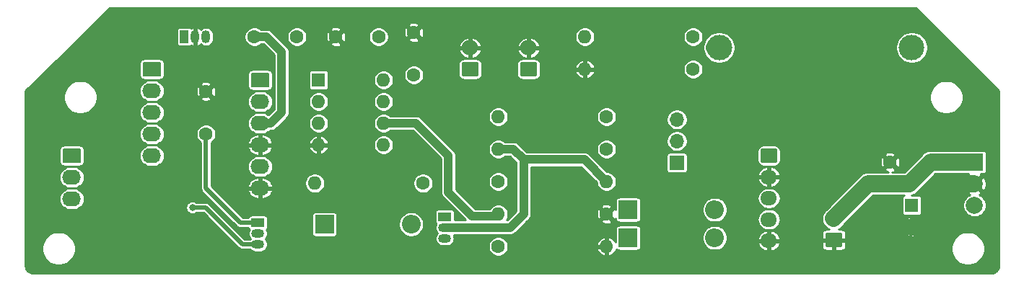
<source format=gbr>
G04 #@! TF.GenerationSoftware,KiCad,Pcbnew,5.1.5-1.fc31*
G04 #@! TF.CreationDate,2020-04-28T16:34:52+01:00*
G04 #@! TF.ProjectId,ReversingCam_FSAV433_v3.1,52657665-7273-4696-9e67-43616d5f4653,V3.1*
G04 #@! TF.SameCoordinates,Original*
G04 #@! TF.FileFunction,Copper,L2,Bot*
G04 #@! TF.FilePolarity,Positive*
%FSLAX46Y46*%
G04 Gerber Fmt 4.6, Leading zero omitted, Abs format (unit mm)*
G04 Created by KiCad (PCBNEW 5.1.5-1.fc31) date 2020-04-28 16:34:52*
%MOMM*%
%LPD*%
G04 APERTURE LIST*
%ADD10C,1.600000*%
%ADD11R,1.600000X1.600000*%
%ADD12O,1.600000X1.600000*%
%ADD13C,0.100000*%
%ADD14O,2.200000X1.740000*%
%ADD15O,1.950000X1.700000*%
%ADD16O,2.000000X1.700000*%
%ADD17O,1.500000X1.050000*%
%ADD18R,1.500000X1.050000*%
%ADD19O,1.050000X1.500000*%
%ADD20R,1.050000X1.500000*%
%ADD21R,2.000000X2.000000*%
%ADD22C,2.000000*%
%ADD23C,3.000000*%
%ADD24R,2.200000X2.200000*%
%ADD25O,2.200000X2.200000*%
%ADD26R,1.700000X1.700000*%
%ADD27O,1.700000X1.700000*%
%ADD28C,0.800000*%
%ADD29C,2.000000*%
%ADD30C,1.000000*%
%ADD31C,0.500000*%
%ADD32C,0.254000*%
G04 APERTURE END LIST*
D10*
X57658000Y-29210000D03*
X52658000Y-29210000D03*
D11*
X60198000Y-34290000D03*
D12*
X67818000Y-41910000D03*
X60198000Y-36830000D03*
X67818000Y-39370000D03*
X60198000Y-39370000D03*
X67818000Y-36830000D03*
X60198000Y-41910000D03*
X67818000Y-34290000D03*
G04 #@! TA.AperFunction,ComponentPad*
D13*
G36*
X54214505Y-33421204D02*
G01*
X54238773Y-33424804D01*
X54262572Y-33430765D01*
X54285671Y-33439030D01*
X54307850Y-33449520D01*
X54328893Y-33462132D01*
X54348599Y-33476747D01*
X54366777Y-33493223D01*
X54383253Y-33511401D01*
X54397868Y-33531107D01*
X54410480Y-33552150D01*
X54420970Y-33574329D01*
X54429235Y-33597428D01*
X54435196Y-33621227D01*
X54438796Y-33645495D01*
X54440000Y-33669999D01*
X54440000Y-34910001D01*
X54438796Y-34934505D01*
X54435196Y-34958773D01*
X54429235Y-34982572D01*
X54420970Y-35005671D01*
X54410480Y-35027850D01*
X54397868Y-35048893D01*
X54383253Y-35068599D01*
X54366777Y-35086777D01*
X54348599Y-35103253D01*
X54328893Y-35117868D01*
X54307850Y-35130480D01*
X54285671Y-35140970D01*
X54262572Y-35149235D01*
X54238773Y-35155196D01*
X54214505Y-35158796D01*
X54190001Y-35160000D01*
X52489999Y-35160000D01*
X52465495Y-35158796D01*
X52441227Y-35155196D01*
X52417428Y-35149235D01*
X52394329Y-35140970D01*
X52372150Y-35130480D01*
X52351107Y-35117868D01*
X52331401Y-35103253D01*
X52313223Y-35086777D01*
X52296747Y-35068599D01*
X52282132Y-35048893D01*
X52269520Y-35027850D01*
X52259030Y-35005671D01*
X52250765Y-34982572D01*
X52244804Y-34958773D01*
X52241204Y-34934505D01*
X52240000Y-34910001D01*
X52240000Y-33669999D01*
X52241204Y-33645495D01*
X52244804Y-33621227D01*
X52250765Y-33597428D01*
X52259030Y-33574329D01*
X52269520Y-33552150D01*
X52282132Y-33531107D01*
X52296747Y-33511401D01*
X52313223Y-33493223D01*
X52331401Y-33476747D01*
X52351107Y-33462132D01*
X52372150Y-33449520D01*
X52394329Y-33439030D01*
X52417428Y-33430765D01*
X52441227Y-33424804D01*
X52465495Y-33421204D01*
X52489999Y-33420000D01*
X54190001Y-33420000D01*
X54214505Y-33421204D01*
G37*
G04 #@! TD.AperFunction*
D14*
X53340000Y-36830000D03*
X53340000Y-39370000D03*
X53340000Y-41910000D03*
X53340000Y-44450000D03*
X53340000Y-46990000D03*
G04 #@! TA.AperFunction,ComponentPad*
D13*
G36*
X113779504Y-42331204D02*
G01*
X113803773Y-42334804D01*
X113827571Y-42340765D01*
X113850671Y-42349030D01*
X113872849Y-42359520D01*
X113893893Y-42372133D01*
X113913598Y-42386747D01*
X113931777Y-42403223D01*
X113948253Y-42421402D01*
X113962867Y-42441107D01*
X113975480Y-42462151D01*
X113985970Y-42484329D01*
X113994235Y-42507429D01*
X114000196Y-42531227D01*
X114003796Y-42555496D01*
X114005000Y-42580000D01*
X114005000Y-43780000D01*
X114003796Y-43804504D01*
X114000196Y-43828773D01*
X113994235Y-43852571D01*
X113985970Y-43875671D01*
X113975480Y-43897849D01*
X113962867Y-43918893D01*
X113948253Y-43938598D01*
X113931777Y-43956777D01*
X113913598Y-43973253D01*
X113893893Y-43987867D01*
X113872849Y-44000480D01*
X113850671Y-44010970D01*
X113827571Y-44019235D01*
X113803773Y-44025196D01*
X113779504Y-44028796D01*
X113755000Y-44030000D01*
X112305000Y-44030000D01*
X112280496Y-44028796D01*
X112256227Y-44025196D01*
X112232429Y-44019235D01*
X112209329Y-44010970D01*
X112187151Y-44000480D01*
X112166107Y-43987867D01*
X112146402Y-43973253D01*
X112128223Y-43956777D01*
X112111747Y-43938598D01*
X112097133Y-43918893D01*
X112084520Y-43897849D01*
X112074030Y-43875671D01*
X112065765Y-43852571D01*
X112059804Y-43828773D01*
X112056204Y-43804504D01*
X112055000Y-43780000D01*
X112055000Y-42580000D01*
X112056204Y-42555496D01*
X112059804Y-42531227D01*
X112065765Y-42507429D01*
X112074030Y-42484329D01*
X112084520Y-42462151D01*
X112097133Y-42441107D01*
X112111747Y-42421402D01*
X112128223Y-42403223D01*
X112146402Y-42386747D01*
X112166107Y-42372133D01*
X112187151Y-42359520D01*
X112209329Y-42349030D01*
X112232429Y-42340765D01*
X112256227Y-42334804D01*
X112280496Y-42331204D01*
X112305000Y-42330000D01*
X113755000Y-42330000D01*
X113779504Y-42331204D01*
G37*
G04 #@! TD.AperFunction*
D15*
X113030000Y-45680000D03*
X113030000Y-48180000D03*
X113030000Y-50680000D03*
X113030000Y-53180000D03*
D11*
X129794000Y-49022000D03*
D10*
X129794000Y-51522000D03*
X127254000Y-43942000D03*
X132254000Y-43942000D03*
X71374000Y-33702000D03*
X71374000Y-28702000D03*
X62230000Y-29210000D03*
X67230000Y-29210000D03*
X46990000Y-35640000D03*
X46990000Y-40640000D03*
G04 #@! TA.AperFunction,ComponentPad*
D13*
G36*
X41514505Y-32151204D02*
G01*
X41538773Y-32154804D01*
X41562572Y-32160765D01*
X41585671Y-32169030D01*
X41607850Y-32179520D01*
X41628893Y-32192132D01*
X41648599Y-32206747D01*
X41666777Y-32223223D01*
X41683253Y-32241401D01*
X41697868Y-32261107D01*
X41710480Y-32282150D01*
X41720970Y-32304329D01*
X41729235Y-32327428D01*
X41735196Y-32351227D01*
X41738796Y-32375495D01*
X41740000Y-32399999D01*
X41740000Y-33640001D01*
X41738796Y-33664505D01*
X41735196Y-33688773D01*
X41729235Y-33712572D01*
X41720970Y-33735671D01*
X41710480Y-33757850D01*
X41697868Y-33778893D01*
X41683253Y-33798599D01*
X41666777Y-33816777D01*
X41648599Y-33833253D01*
X41628893Y-33847868D01*
X41607850Y-33860480D01*
X41585671Y-33870970D01*
X41562572Y-33879235D01*
X41538773Y-33885196D01*
X41514505Y-33888796D01*
X41490001Y-33890000D01*
X39789999Y-33890000D01*
X39765495Y-33888796D01*
X39741227Y-33885196D01*
X39717428Y-33879235D01*
X39694329Y-33870970D01*
X39672150Y-33860480D01*
X39651107Y-33847868D01*
X39631401Y-33833253D01*
X39613223Y-33816777D01*
X39596747Y-33798599D01*
X39582132Y-33778893D01*
X39569520Y-33757850D01*
X39559030Y-33735671D01*
X39550765Y-33712572D01*
X39544804Y-33688773D01*
X39541204Y-33664505D01*
X39540000Y-33640001D01*
X39540000Y-32399999D01*
X39541204Y-32375495D01*
X39544804Y-32351227D01*
X39550765Y-32327428D01*
X39559030Y-32304329D01*
X39569520Y-32282150D01*
X39582132Y-32261107D01*
X39596747Y-32241401D01*
X39613223Y-32223223D01*
X39631401Y-32206747D01*
X39651107Y-32192132D01*
X39672150Y-32179520D01*
X39694329Y-32169030D01*
X39717428Y-32160765D01*
X39741227Y-32154804D01*
X39765495Y-32151204D01*
X39789999Y-32150000D01*
X41490001Y-32150000D01*
X41514505Y-32151204D01*
G37*
G04 #@! TD.AperFunction*
D14*
X40640000Y-35560000D03*
X40640000Y-38100000D03*
X40640000Y-40640000D03*
X40640000Y-43180000D03*
G04 #@! TA.AperFunction,ComponentPad*
D13*
G36*
X32116505Y-42311204D02*
G01*
X32140773Y-42314804D01*
X32164572Y-42320765D01*
X32187671Y-42329030D01*
X32209850Y-42339520D01*
X32230893Y-42352132D01*
X32250599Y-42366747D01*
X32268777Y-42383223D01*
X32285253Y-42401401D01*
X32299868Y-42421107D01*
X32312480Y-42442150D01*
X32322970Y-42464329D01*
X32331235Y-42487428D01*
X32337196Y-42511227D01*
X32340796Y-42535495D01*
X32342000Y-42559999D01*
X32342000Y-43800001D01*
X32340796Y-43824505D01*
X32337196Y-43848773D01*
X32331235Y-43872572D01*
X32322970Y-43895671D01*
X32312480Y-43917850D01*
X32299868Y-43938893D01*
X32285253Y-43958599D01*
X32268777Y-43976777D01*
X32250599Y-43993253D01*
X32230893Y-44007868D01*
X32209850Y-44020480D01*
X32187671Y-44030970D01*
X32164572Y-44039235D01*
X32140773Y-44045196D01*
X32116505Y-44048796D01*
X32092001Y-44050000D01*
X30391999Y-44050000D01*
X30367495Y-44048796D01*
X30343227Y-44045196D01*
X30319428Y-44039235D01*
X30296329Y-44030970D01*
X30274150Y-44020480D01*
X30253107Y-44007868D01*
X30233401Y-43993253D01*
X30215223Y-43976777D01*
X30198747Y-43958599D01*
X30184132Y-43938893D01*
X30171520Y-43917850D01*
X30161030Y-43895671D01*
X30152765Y-43872572D01*
X30146804Y-43848773D01*
X30143204Y-43824505D01*
X30142000Y-43800001D01*
X30142000Y-42559999D01*
X30143204Y-42535495D01*
X30146804Y-42511227D01*
X30152765Y-42487428D01*
X30161030Y-42464329D01*
X30171520Y-42442150D01*
X30184132Y-42421107D01*
X30198747Y-42401401D01*
X30215223Y-42383223D01*
X30233401Y-42366747D01*
X30253107Y-42352132D01*
X30274150Y-42339520D01*
X30296329Y-42329030D01*
X30319428Y-42320765D01*
X30343227Y-42314804D01*
X30367495Y-42311204D01*
X30391999Y-42310000D01*
X32092001Y-42310000D01*
X32116505Y-42311204D01*
G37*
G04 #@! TD.AperFunction*
D14*
X31242000Y-45720000D03*
X31242000Y-48260000D03*
G04 #@! TA.AperFunction,ComponentPad*
D13*
G36*
X121424504Y-52237204D02*
G01*
X121448773Y-52240804D01*
X121472571Y-52246765D01*
X121495671Y-52255030D01*
X121517849Y-52265520D01*
X121538893Y-52278133D01*
X121558598Y-52292747D01*
X121576777Y-52309223D01*
X121593253Y-52327402D01*
X121607867Y-52347107D01*
X121620480Y-52368151D01*
X121630970Y-52390329D01*
X121639235Y-52413429D01*
X121645196Y-52437227D01*
X121648796Y-52461496D01*
X121650000Y-52486000D01*
X121650000Y-53686000D01*
X121648796Y-53710504D01*
X121645196Y-53734773D01*
X121639235Y-53758571D01*
X121630970Y-53781671D01*
X121620480Y-53803849D01*
X121607867Y-53824893D01*
X121593253Y-53844598D01*
X121576777Y-53862777D01*
X121558598Y-53879253D01*
X121538893Y-53893867D01*
X121517849Y-53906480D01*
X121495671Y-53916970D01*
X121472571Y-53925235D01*
X121448773Y-53931196D01*
X121424504Y-53934796D01*
X121400000Y-53936000D01*
X119900000Y-53936000D01*
X119875496Y-53934796D01*
X119851227Y-53931196D01*
X119827429Y-53925235D01*
X119804329Y-53916970D01*
X119782151Y-53906480D01*
X119761107Y-53893867D01*
X119741402Y-53879253D01*
X119723223Y-53862777D01*
X119706747Y-53844598D01*
X119692133Y-53824893D01*
X119679520Y-53803849D01*
X119669030Y-53781671D01*
X119660765Y-53758571D01*
X119654804Y-53734773D01*
X119651204Y-53710504D01*
X119650000Y-53686000D01*
X119650000Y-52486000D01*
X119651204Y-52461496D01*
X119654804Y-52437227D01*
X119660765Y-52413429D01*
X119669030Y-52390329D01*
X119679520Y-52368151D01*
X119692133Y-52347107D01*
X119706747Y-52327402D01*
X119723223Y-52309223D01*
X119741402Y-52292747D01*
X119761107Y-52278133D01*
X119782151Y-52265520D01*
X119804329Y-52255030D01*
X119827429Y-52246765D01*
X119851227Y-52240804D01*
X119875496Y-52237204D01*
X119900000Y-52236000D01*
X121400000Y-52236000D01*
X121424504Y-52237204D01*
G37*
G04 #@! TD.AperFunction*
D16*
X120650000Y-50586000D03*
D17*
X53086000Y-52324000D03*
X53086000Y-53594000D03*
D18*
X53086000Y-51054000D03*
D12*
X81280000Y-50038000D03*
D10*
X93980000Y-50038000D03*
D12*
X93980000Y-53848000D03*
D10*
X81280000Y-53848000D03*
D19*
X45720000Y-29210000D03*
X46990000Y-29210000D03*
D20*
X44450000Y-29210000D03*
D21*
X137160000Y-43940000D03*
D22*
X137160000Y-46480000D03*
X137160000Y-49020000D03*
D12*
X93980000Y-46228000D03*
D10*
X81280000Y-46228000D03*
D12*
X81280000Y-42418000D03*
D10*
X93980000Y-42418000D03*
X72453500Y-46418500D03*
D12*
X59753500Y-46418500D03*
D10*
X93980000Y-38608000D03*
D12*
X81280000Y-38608000D03*
X91440000Y-33020000D03*
D10*
X104140000Y-33020000D03*
D23*
X129794000Y-30480000D03*
X107194000Y-30480000D03*
D24*
X60896500Y-51244500D03*
D25*
X71056500Y-51244500D03*
X106680000Y-52832000D03*
D24*
X96520000Y-52832000D03*
X96520000Y-49530000D03*
D25*
X106680000Y-49530000D03*
D17*
X74993500Y-51625500D03*
X74993500Y-52895500D03*
D18*
X74993500Y-50355500D03*
D26*
X102235000Y-44005500D03*
D27*
X102235000Y-41465500D03*
X102235000Y-38925500D03*
D10*
X104140000Y-29210000D03*
D12*
X91440000Y-29210000D03*
D16*
X77978000Y-30520000D03*
G04 #@! TA.AperFunction,ComponentPad*
D13*
G36*
X78752504Y-32171204D02*
G01*
X78776773Y-32174804D01*
X78800571Y-32180765D01*
X78823671Y-32189030D01*
X78845849Y-32199520D01*
X78866893Y-32212133D01*
X78886598Y-32226747D01*
X78904777Y-32243223D01*
X78921253Y-32261402D01*
X78935867Y-32281107D01*
X78948480Y-32302151D01*
X78958970Y-32324329D01*
X78967235Y-32347429D01*
X78973196Y-32371227D01*
X78976796Y-32395496D01*
X78978000Y-32420000D01*
X78978000Y-33620000D01*
X78976796Y-33644504D01*
X78973196Y-33668773D01*
X78967235Y-33692571D01*
X78958970Y-33715671D01*
X78948480Y-33737849D01*
X78935867Y-33758893D01*
X78921253Y-33778598D01*
X78904777Y-33796777D01*
X78886598Y-33813253D01*
X78866893Y-33827867D01*
X78845849Y-33840480D01*
X78823671Y-33850970D01*
X78800571Y-33859235D01*
X78776773Y-33865196D01*
X78752504Y-33868796D01*
X78728000Y-33870000D01*
X77228000Y-33870000D01*
X77203496Y-33868796D01*
X77179227Y-33865196D01*
X77155429Y-33859235D01*
X77132329Y-33850970D01*
X77110151Y-33840480D01*
X77089107Y-33827867D01*
X77069402Y-33813253D01*
X77051223Y-33796777D01*
X77034747Y-33778598D01*
X77020133Y-33758893D01*
X77007520Y-33737849D01*
X76997030Y-33715671D01*
X76988765Y-33692571D01*
X76982804Y-33668773D01*
X76979204Y-33644504D01*
X76978000Y-33620000D01*
X76978000Y-32420000D01*
X76979204Y-32395496D01*
X76982804Y-32371227D01*
X76988765Y-32347429D01*
X76997030Y-32324329D01*
X77007520Y-32302151D01*
X77020133Y-32281107D01*
X77034747Y-32261402D01*
X77051223Y-32243223D01*
X77069402Y-32226747D01*
X77089107Y-32212133D01*
X77110151Y-32199520D01*
X77132329Y-32189030D01*
X77155429Y-32180765D01*
X77179227Y-32174804D01*
X77203496Y-32171204D01*
X77228000Y-32170000D01*
X78728000Y-32170000D01*
X78752504Y-32171204D01*
G37*
G04 #@! TD.AperFunction*
G04 #@! TA.AperFunction,ComponentPad*
G36*
X85610504Y-32171204D02*
G01*
X85634773Y-32174804D01*
X85658571Y-32180765D01*
X85681671Y-32189030D01*
X85703849Y-32199520D01*
X85724893Y-32212133D01*
X85744598Y-32226747D01*
X85762777Y-32243223D01*
X85779253Y-32261402D01*
X85793867Y-32281107D01*
X85806480Y-32302151D01*
X85816970Y-32324329D01*
X85825235Y-32347429D01*
X85831196Y-32371227D01*
X85834796Y-32395496D01*
X85836000Y-32420000D01*
X85836000Y-33620000D01*
X85834796Y-33644504D01*
X85831196Y-33668773D01*
X85825235Y-33692571D01*
X85816970Y-33715671D01*
X85806480Y-33737849D01*
X85793867Y-33758893D01*
X85779253Y-33778598D01*
X85762777Y-33796777D01*
X85744598Y-33813253D01*
X85724893Y-33827867D01*
X85703849Y-33840480D01*
X85681671Y-33850970D01*
X85658571Y-33859235D01*
X85634773Y-33865196D01*
X85610504Y-33868796D01*
X85586000Y-33870000D01*
X84086000Y-33870000D01*
X84061496Y-33868796D01*
X84037227Y-33865196D01*
X84013429Y-33859235D01*
X83990329Y-33850970D01*
X83968151Y-33840480D01*
X83947107Y-33827867D01*
X83927402Y-33813253D01*
X83909223Y-33796777D01*
X83892747Y-33778598D01*
X83878133Y-33758893D01*
X83865520Y-33737849D01*
X83855030Y-33715671D01*
X83846765Y-33692571D01*
X83840804Y-33668773D01*
X83837204Y-33644504D01*
X83836000Y-33620000D01*
X83836000Y-32420000D01*
X83837204Y-32395496D01*
X83840804Y-32371227D01*
X83846765Y-32347429D01*
X83855030Y-32324329D01*
X83865520Y-32302151D01*
X83878133Y-32281107D01*
X83892747Y-32261402D01*
X83909223Y-32243223D01*
X83927402Y-32226747D01*
X83947107Y-32212133D01*
X83968151Y-32199520D01*
X83990329Y-32189030D01*
X84013429Y-32180765D01*
X84037227Y-32174804D01*
X84061496Y-32171204D01*
X84086000Y-32170000D01*
X85586000Y-32170000D01*
X85610504Y-32171204D01*
G37*
G04 #@! TD.AperFunction*
D16*
X84836000Y-30520000D03*
D28*
X33020000Y-56388000D03*
X35560000Y-56388000D03*
X38100000Y-56388000D03*
X40640000Y-56388000D03*
X43180000Y-56388000D03*
X45720000Y-56388000D03*
X48260000Y-56388000D03*
X50800000Y-56388000D03*
X53340000Y-56388000D03*
X55880000Y-56388000D03*
X27178000Y-36068000D03*
X27178000Y-38608000D03*
X27178000Y-41148000D03*
X27178000Y-43688000D03*
X27178000Y-46228000D03*
X27178000Y-48768000D03*
X27178000Y-51308000D03*
X36830000Y-26670000D03*
X39370000Y-26670000D03*
X41910000Y-26670000D03*
X44450000Y-26670000D03*
X46990000Y-26670000D03*
X31750000Y-30480000D03*
X73406000Y-36703000D03*
X103378000Y-52578000D03*
X45389800Y-49276000D03*
D29*
X131866000Y-51522000D02*
X129794000Y-51522000D01*
X133604000Y-49784000D02*
X131866000Y-51522000D01*
X135745787Y-46480000D02*
X135743787Y-46482000D01*
X137160000Y-46480000D02*
X135745787Y-46480000D01*
X135743787Y-46482000D02*
X134874000Y-46482000D01*
X134874000Y-46482000D02*
X133604000Y-47752000D01*
X133604000Y-47752000D02*
X133604000Y-49784000D01*
D30*
X71628000Y-39370000D02*
X67818000Y-39370000D01*
X81026000Y-50292000D02*
X78232000Y-50292000D01*
X75438000Y-43180000D02*
X71628000Y-39370000D01*
X81280000Y-50038000D02*
X81026000Y-50292000D01*
X78232000Y-50292000D02*
X75438000Y-47498000D01*
X75438000Y-47498000D02*
X75438000Y-43180000D01*
X55880000Y-38100000D02*
X54610000Y-39370000D01*
X54610000Y-39370000D02*
X53340000Y-39370000D01*
X55880000Y-30988000D02*
X55880000Y-38100000D01*
X52658000Y-29210000D02*
X54102000Y-29210000D01*
X54102000Y-29210000D02*
X55880000Y-30988000D01*
D31*
X51257200Y-53594000D02*
X53086000Y-53594000D01*
X45389800Y-49276000D02*
X46939200Y-49276000D01*
X46939200Y-49276000D02*
X51257200Y-53594000D01*
D29*
X132254000Y-43942000D02*
X137160000Y-43940000D01*
X132008601Y-43942000D02*
X132254000Y-43942000D01*
X129468601Y-46482000D02*
X132008601Y-43942000D01*
X124714000Y-46482000D02*
X129468601Y-46482000D01*
X120650000Y-50586000D02*
X120650000Y-50546000D01*
X120650000Y-50546000D02*
X124714000Y-46482000D01*
X107194000Y-30480000D02*
X106680000Y-30480000D01*
D30*
X83058000Y-42418000D02*
X84264500Y-43624500D01*
X81280000Y-42418000D02*
X83058000Y-42418000D01*
X91376500Y-43624500D02*
X93980000Y-46228000D01*
X84264500Y-43624500D02*
X91376500Y-43624500D01*
X82664300Y-51625500D02*
X74993500Y-51625500D01*
X84264500Y-43624500D02*
X84264500Y-50025300D01*
X84264500Y-50025300D02*
X82664300Y-51625500D01*
D31*
X53086000Y-51054000D02*
X51054000Y-51054000D01*
X51054000Y-51054000D02*
X46990000Y-46990000D01*
X46990000Y-46990000D02*
X46990000Y-40640000D01*
D32*
G36*
X139979800Y-35568171D02*
G01*
X139979801Y-56114136D01*
X139961436Y-56301441D01*
X139912808Y-56462503D01*
X139833823Y-56611051D01*
X139727489Y-56741430D01*
X139597854Y-56848674D01*
X139449858Y-56928695D01*
X139289139Y-56978446D01*
X139103093Y-56998000D01*
X26689854Y-56998000D01*
X26502559Y-56979636D01*
X26341497Y-56931008D01*
X26192949Y-56852023D01*
X26062570Y-56745689D01*
X25955326Y-56616054D01*
X25875305Y-56468058D01*
X25825554Y-56307339D01*
X25806000Y-56121293D01*
X25806000Y-53904889D01*
X27719000Y-53904889D01*
X27719000Y-54295111D01*
X27795129Y-54677836D01*
X27944461Y-55038355D01*
X28161257Y-55362814D01*
X28437186Y-55638743D01*
X28761645Y-55855539D01*
X29122164Y-56004871D01*
X29504889Y-56081000D01*
X29895111Y-56081000D01*
X30277836Y-56004871D01*
X30638355Y-55855539D01*
X30962814Y-55638743D01*
X31238743Y-55362814D01*
X31455539Y-55038355D01*
X31604871Y-54677836D01*
X31681000Y-54295111D01*
X31681000Y-53904889D01*
X31604871Y-53522164D01*
X31455539Y-53161645D01*
X31238743Y-52837186D01*
X30962814Y-52561257D01*
X30638355Y-52344461D01*
X30277836Y-52195129D01*
X29895111Y-52119000D01*
X29504889Y-52119000D01*
X29122164Y-52195129D01*
X28761645Y-52344461D01*
X28437186Y-52561257D01*
X28161257Y-52837186D01*
X27944461Y-53161645D01*
X27795129Y-53522164D01*
X27719000Y-53904889D01*
X25806000Y-53904889D01*
X25806000Y-48260000D01*
X29754947Y-48260000D01*
X29779101Y-48505239D01*
X29850634Y-48741053D01*
X29966799Y-48958381D01*
X30123129Y-49148871D01*
X30313619Y-49305201D01*
X30530947Y-49421366D01*
X30766761Y-49492899D01*
X30950543Y-49511000D01*
X31533457Y-49511000D01*
X31717239Y-49492899D01*
X31953053Y-49421366D01*
X32170381Y-49305201D01*
X32299693Y-49199078D01*
X44608800Y-49199078D01*
X44608800Y-49352922D01*
X44638813Y-49503809D01*
X44697687Y-49645942D01*
X44783158Y-49773859D01*
X44891941Y-49882642D01*
X45019858Y-49968113D01*
X45161991Y-50026987D01*
X45312878Y-50057000D01*
X45466722Y-50057000D01*
X45617609Y-50026987D01*
X45759742Y-49968113D01*
X45851205Y-49907000D01*
X46677832Y-49907000D01*
X50789099Y-54018268D01*
X50808857Y-54042343D01*
X50904939Y-54121196D01*
X51014558Y-54179789D01*
X51133502Y-54215870D01*
X51226202Y-54225000D01*
X51226211Y-54225000D01*
X51257199Y-54228052D01*
X51288187Y-54225000D01*
X52206808Y-54225000D01*
X52217262Y-54237738D01*
X52355218Y-54350956D01*
X52512612Y-54435084D01*
X52683393Y-54486890D01*
X52816499Y-54500000D01*
X53355501Y-54500000D01*
X53488607Y-54486890D01*
X53659388Y-54435084D01*
X53816782Y-54350956D01*
X53954738Y-54237738D01*
X54067956Y-54099782D01*
X54152084Y-53942388D01*
X54203890Y-53771607D01*
X54221383Y-53594000D01*
X54203890Y-53416393D01*
X54152084Y-53245612D01*
X54067956Y-53088218D01*
X53961909Y-52959000D01*
X54067956Y-52829782D01*
X54152084Y-52672388D01*
X54203890Y-52501607D01*
X54221383Y-52324000D01*
X54203890Y-52146393D01*
X54152084Y-51975612D01*
X54091473Y-51862216D01*
X54106711Y-51849711D01*
X54154322Y-51791696D01*
X54189701Y-51725508D01*
X54211487Y-51653689D01*
X54218843Y-51579000D01*
X54218843Y-50529000D01*
X54211487Y-50454311D01*
X54189701Y-50382492D01*
X54154322Y-50316304D01*
X54106711Y-50258289D01*
X54048696Y-50210678D01*
X53982508Y-50175299D01*
X53910689Y-50153513D01*
X53836000Y-50146157D01*
X52336000Y-50146157D01*
X52261311Y-50153513D01*
X52189492Y-50175299D01*
X52123304Y-50210678D01*
X52065289Y-50258289D01*
X52017678Y-50316304D01*
X51982299Y-50382492D01*
X51970011Y-50423000D01*
X51315369Y-50423000D01*
X51036869Y-50144500D01*
X59413657Y-50144500D01*
X59413657Y-52344500D01*
X59421013Y-52419189D01*
X59442799Y-52491008D01*
X59478178Y-52557196D01*
X59525789Y-52615211D01*
X59583804Y-52662822D01*
X59649992Y-52698201D01*
X59721811Y-52719987D01*
X59796500Y-52727343D01*
X61996500Y-52727343D01*
X62071189Y-52719987D01*
X62143008Y-52698201D01*
X62209196Y-52662822D01*
X62267211Y-52615211D01*
X62314822Y-52557196D01*
X62350201Y-52491008D01*
X62371987Y-52419189D01*
X62379343Y-52344500D01*
X62379343Y-51098634D01*
X69575500Y-51098634D01*
X69575500Y-51390366D01*
X69632414Y-51676492D01*
X69744055Y-51946017D01*
X69906132Y-52188583D01*
X70112417Y-52394868D01*
X70354983Y-52556945D01*
X70624508Y-52668586D01*
X70910634Y-52725500D01*
X71202366Y-52725500D01*
X71488492Y-52668586D01*
X71758017Y-52556945D01*
X72000583Y-52394868D01*
X72206868Y-52188583D01*
X72368945Y-51946017D01*
X72480586Y-51676492D01*
X72537500Y-51390366D01*
X72537500Y-51098634D01*
X72480586Y-50812508D01*
X72368945Y-50542983D01*
X72206868Y-50300417D01*
X72000583Y-50094132D01*
X71758017Y-49932055D01*
X71488492Y-49820414D01*
X71202366Y-49763500D01*
X70910634Y-49763500D01*
X70624508Y-49820414D01*
X70354983Y-49932055D01*
X70112417Y-50094132D01*
X69906132Y-50300417D01*
X69744055Y-50542983D01*
X69632414Y-50812508D01*
X69575500Y-51098634D01*
X62379343Y-51098634D01*
X62379343Y-50144500D01*
X62371987Y-50069811D01*
X62350201Y-49997992D01*
X62314822Y-49931804D01*
X62267211Y-49873789D01*
X62209196Y-49826178D01*
X62143008Y-49790799D01*
X62071189Y-49769013D01*
X61996500Y-49761657D01*
X59796500Y-49761657D01*
X59721811Y-49769013D01*
X59649992Y-49790799D01*
X59583804Y-49826178D01*
X59525789Y-49873789D01*
X59478178Y-49931804D01*
X59442799Y-49997992D01*
X59421013Y-50069811D01*
X59413657Y-50144500D01*
X51036869Y-50144500D01*
X48202494Y-47310125D01*
X51900652Y-47310125D01*
X51912539Y-47383411D01*
X52012299Y-47609465D01*
X52154243Y-47811713D01*
X52332916Y-47982383D01*
X52541452Y-48114916D01*
X52771837Y-48204219D01*
X53015217Y-48246860D01*
X53213000Y-48150963D01*
X53213000Y-47117000D01*
X53467000Y-47117000D01*
X53467000Y-48150963D01*
X53664783Y-48246860D01*
X53908163Y-48204219D01*
X54138548Y-48114916D01*
X54347084Y-47982383D01*
X54525757Y-47811713D01*
X54667701Y-47609465D01*
X54767461Y-47383411D01*
X54779348Y-47310125D01*
X54718751Y-47117000D01*
X53467000Y-47117000D01*
X53213000Y-47117000D01*
X51961249Y-47117000D01*
X51900652Y-47310125D01*
X48202494Y-47310125D01*
X47621000Y-46728632D01*
X47621000Y-46669875D01*
X51900652Y-46669875D01*
X51961249Y-46863000D01*
X53213000Y-46863000D01*
X53213000Y-45829037D01*
X53467000Y-45829037D01*
X53467000Y-46863000D01*
X54718751Y-46863000D01*
X54779348Y-46669875D01*
X54767461Y-46596589D01*
X54667701Y-46370535D01*
X54619729Y-46302182D01*
X58572500Y-46302182D01*
X58572500Y-46534818D01*
X58617886Y-46762985D01*
X58706912Y-46977913D01*
X58836158Y-47171343D01*
X59000657Y-47335842D01*
X59194087Y-47465088D01*
X59409015Y-47554114D01*
X59637182Y-47599500D01*
X59869818Y-47599500D01*
X60097985Y-47554114D01*
X60312913Y-47465088D01*
X60506343Y-47335842D01*
X60670842Y-47171343D01*
X60800088Y-46977913D01*
X60889114Y-46762985D01*
X60934500Y-46534818D01*
X60934500Y-46302182D01*
X71272500Y-46302182D01*
X71272500Y-46534818D01*
X71317886Y-46762985D01*
X71406912Y-46977913D01*
X71536158Y-47171343D01*
X71700657Y-47335842D01*
X71894087Y-47465088D01*
X72109015Y-47554114D01*
X72337182Y-47599500D01*
X72569818Y-47599500D01*
X72797985Y-47554114D01*
X73012913Y-47465088D01*
X73206343Y-47335842D01*
X73370842Y-47171343D01*
X73500088Y-46977913D01*
X73589114Y-46762985D01*
X73634500Y-46534818D01*
X73634500Y-46302182D01*
X73589114Y-46074015D01*
X73500088Y-45859087D01*
X73370842Y-45665657D01*
X73206343Y-45501158D01*
X73012913Y-45371912D01*
X72797985Y-45282886D01*
X72569818Y-45237500D01*
X72337182Y-45237500D01*
X72109015Y-45282886D01*
X71894087Y-45371912D01*
X71700657Y-45501158D01*
X71536158Y-45665657D01*
X71406912Y-45859087D01*
X71317886Y-46074015D01*
X71272500Y-46302182D01*
X60934500Y-46302182D01*
X60889114Y-46074015D01*
X60800088Y-45859087D01*
X60670842Y-45665657D01*
X60506343Y-45501158D01*
X60312913Y-45371912D01*
X60097985Y-45282886D01*
X59869818Y-45237500D01*
X59637182Y-45237500D01*
X59409015Y-45282886D01*
X59194087Y-45371912D01*
X59000657Y-45501158D01*
X58836158Y-45665657D01*
X58706912Y-45859087D01*
X58617886Y-46074015D01*
X58572500Y-46302182D01*
X54619729Y-46302182D01*
X54525757Y-46168287D01*
X54347084Y-45997617D01*
X54138548Y-45865084D01*
X53908163Y-45775781D01*
X53664783Y-45733140D01*
X53467000Y-45829037D01*
X53213000Y-45829037D01*
X53015217Y-45733140D01*
X52771837Y-45775781D01*
X52541452Y-45865084D01*
X52332916Y-45997617D01*
X52154243Y-46168287D01*
X52012299Y-46370535D01*
X51912539Y-46596589D01*
X51900652Y-46669875D01*
X47621000Y-46669875D01*
X47621000Y-44450000D01*
X51852947Y-44450000D01*
X51877101Y-44695239D01*
X51948634Y-44931053D01*
X52064799Y-45148381D01*
X52221129Y-45338871D01*
X52411619Y-45495201D01*
X52628947Y-45611366D01*
X52864761Y-45682899D01*
X53048543Y-45701000D01*
X53631457Y-45701000D01*
X53815239Y-45682899D01*
X54051053Y-45611366D01*
X54268381Y-45495201D01*
X54458871Y-45338871D01*
X54615201Y-45148381D01*
X54731366Y-44931053D01*
X54802899Y-44695239D01*
X54827053Y-44450000D01*
X54802899Y-44204761D01*
X54731366Y-43968947D01*
X54615201Y-43751619D01*
X54458871Y-43561129D01*
X54268381Y-43404799D01*
X54051053Y-43288634D01*
X53815239Y-43217101D01*
X53631457Y-43199000D01*
X53048543Y-43199000D01*
X52864761Y-43217101D01*
X52628947Y-43288634D01*
X52411619Y-43404799D01*
X52221129Y-43561129D01*
X52064799Y-43751619D01*
X51948634Y-43968947D01*
X51877101Y-44204761D01*
X51852947Y-44450000D01*
X47621000Y-44450000D01*
X47621000Y-42230125D01*
X51900652Y-42230125D01*
X51912539Y-42303411D01*
X52012299Y-42529465D01*
X52154243Y-42731713D01*
X52332916Y-42902383D01*
X52541452Y-43034916D01*
X52771837Y-43124219D01*
X53015217Y-43166860D01*
X53213000Y-43070963D01*
X53213000Y-42037000D01*
X53467000Y-42037000D01*
X53467000Y-43070963D01*
X53664783Y-43166860D01*
X53908163Y-43124219D01*
X54138548Y-43034916D01*
X54347084Y-42902383D01*
X54525757Y-42731713D01*
X54667701Y-42529465D01*
X54767461Y-42303411D01*
X54779348Y-42230125D01*
X54775894Y-42219114D01*
X59058171Y-42219114D01*
X59078527Y-42286239D01*
X59173438Y-42497408D01*
X59307722Y-42686003D01*
X59476219Y-42844777D01*
X59672454Y-42967628D01*
X59888885Y-43049835D01*
X60071000Y-42988908D01*
X60071000Y-42037000D01*
X60325000Y-42037000D01*
X60325000Y-42988908D01*
X60507115Y-43049835D01*
X60723546Y-42967628D01*
X60919781Y-42844777D01*
X61088278Y-42686003D01*
X61222562Y-42497408D01*
X61317473Y-42286239D01*
X61337829Y-42219114D01*
X61276297Y-42037000D01*
X60325000Y-42037000D01*
X60071000Y-42037000D01*
X59119703Y-42037000D01*
X59058171Y-42219114D01*
X54775894Y-42219114D01*
X54718751Y-42037000D01*
X53467000Y-42037000D01*
X53213000Y-42037000D01*
X51961249Y-42037000D01*
X51900652Y-42230125D01*
X47621000Y-42230125D01*
X47621000Y-41793682D01*
X66637000Y-41793682D01*
X66637000Y-42026318D01*
X66682386Y-42254485D01*
X66771412Y-42469413D01*
X66900658Y-42662843D01*
X67065157Y-42827342D01*
X67258587Y-42956588D01*
X67473515Y-43045614D01*
X67701682Y-43091000D01*
X67934318Y-43091000D01*
X68162485Y-43045614D01*
X68377413Y-42956588D01*
X68570843Y-42827342D01*
X68735342Y-42662843D01*
X68864588Y-42469413D01*
X68953614Y-42254485D01*
X68999000Y-42026318D01*
X68999000Y-41793682D01*
X68953614Y-41565515D01*
X68864588Y-41350587D01*
X68735342Y-41157157D01*
X68570843Y-40992658D01*
X68377413Y-40863412D01*
X68162485Y-40774386D01*
X67934318Y-40729000D01*
X67701682Y-40729000D01*
X67473515Y-40774386D01*
X67258587Y-40863412D01*
X67065157Y-40992658D01*
X66900658Y-41157157D01*
X66771412Y-41350587D01*
X66682386Y-41565515D01*
X66637000Y-41793682D01*
X47621000Y-41793682D01*
X47621000Y-41638755D01*
X47694153Y-41589875D01*
X51900652Y-41589875D01*
X51961249Y-41783000D01*
X53213000Y-41783000D01*
X53213000Y-40749037D01*
X53467000Y-40749037D01*
X53467000Y-41783000D01*
X54718751Y-41783000D01*
X54775893Y-41600886D01*
X59058171Y-41600886D01*
X59119703Y-41783000D01*
X60071000Y-41783000D01*
X60071000Y-40831092D01*
X60325000Y-40831092D01*
X60325000Y-41783000D01*
X61276297Y-41783000D01*
X61337829Y-41600886D01*
X61317473Y-41533761D01*
X61222562Y-41322592D01*
X61088278Y-41133997D01*
X60919781Y-40975223D01*
X60723546Y-40852372D01*
X60507115Y-40770165D01*
X60325000Y-40831092D01*
X60071000Y-40831092D01*
X59888885Y-40770165D01*
X59672454Y-40852372D01*
X59476219Y-40975223D01*
X59307722Y-41133997D01*
X59173438Y-41322592D01*
X59078527Y-41533761D01*
X59058171Y-41600886D01*
X54775893Y-41600886D01*
X54779348Y-41589875D01*
X54767461Y-41516589D01*
X54667701Y-41290535D01*
X54525757Y-41088287D01*
X54347084Y-40917617D01*
X54138548Y-40785084D01*
X53908163Y-40695781D01*
X53664783Y-40653140D01*
X53467000Y-40749037D01*
X53213000Y-40749037D01*
X53015217Y-40653140D01*
X52771837Y-40695781D01*
X52541452Y-40785084D01*
X52332916Y-40917617D01*
X52154243Y-41088287D01*
X52012299Y-41290535D01*
X51912539Y-41516589D01*
X51900652Y-41589875D01*
X47694153Y-41589875D01*
X47742843Y-41557342D01*
X47907342Y-41392843D01*
X48036588Y-41199413D01*
X48125614Y-40984485D01*
X48171000Y-40756318D01*
X48171000Y-40523682D01*
X48125614Y-40295515D01*
X48036588Y-40080587D01*
X47907342Y-39887157D01*
X47742843Y-39722658D01*
X47549413Y-39593412D01*
X47334485Y-39504386D01*
X47106318Y-39459000D01*
X46873682Y-39459000D01*
X46645515Y-39504386D01*
X46430587Y-39593412D01*
X46237157Y-39722658D01*
X46072658Y-39887157D01*
X45943412Y-40080587D01*
X45854386Y-40295515D01*
X45809000Y-40523682D01*
X45809000Y-40756318D01*
X45854386Y-40984485D01*
X45943412Y-41199413D01*
X46072658Y-41392843D01*
X46237157Y-41557342D01*
X46359001Y-41638756D01*
X46359000Y-46959010D01*
X46355948Y-46990000D01*
X46359000Y-47020990D01*
X46359000Y-47020997D01*
X46368130Y-47113697D01*
X46404211Y-47232641D01*
X46462804Y-47342260D01*
X46541657Y-47438343D01*
X46565737Y-47458105D01*
X50585899Y-51478268D01*
X50605657Y-51502343D01*
X50629732Y-51522101D01*
X50629734Y-51522103D01*
X50669405Y-51554660D01*
X50701739Y-51581196D01*
X50811358Y-51639789D01*
X50930302Y-51675870D01*
X51023002Y-51685000D01*
X51023009Y-51685000D01*
X51054000Y-51688052D01*
X51084990Y-51685000D01*
X51970011Y-51685000D01*
X51982299Y-51725508D01*
X52017678Y-51791696D01*
X52065289Y-51849711D01*
X52080527Y-51862216D01*
X52019916Y-51975612D01*
X51968110Y-52146393D01*
X51950617Y-52324000D01*
X51968110Y-52501607D01*
X52019916Y-52672388D01*
X52104044Y-52829782D01*
X52210091Y-52959000D01*
X52206808Y-52963000D01*
X51518569Y-52963000D01*
X47407305Y-48851737D01*
X47387543Y-48827657D01*
X47291461Y-48748804D01*
X47181842Y-48690211D01*
X47062898Y-48654130D01*
X46970198Y-48645000D01*
X46970190Y-48645000D01*
X46939200Y-48641948D01*
X46908210Y-48645000D01*
X45851205Y-48645000D01*
X45759742Y-48583887D01*
X45617609Y-48525013D01*
X45466722Y-48495000D01*
X45312878Y-48495000D01*
X45161991Y-48525013D01*
X45019858Y-48583887D01*
X44891941Y-48669358D01*
X44783158Y-48778141D01*
X44697687Y-48906058D01*
X44638813Y-49048191D01*
X44608800Y-49199078D01*
X32299693Y-49199078D01*
X32360871Y-49148871D01*
X32517201Y-48958381D01*
X32633366Y-48741053D01*
X32704899Y-48505239D01*
X32729053Y-48260000D01*
X32704899Y-48014761D01*
X32633366Y-47778947D01*
X32517201Y-47561619D01*
X32360871Y-47371129D01*
X32170381Y-47214799D01*
X31953053Y-47098634D01*
X31717239Y-47027101D01*
X31533457Y-47009000D01*
X30950543Y-47009000D01*
X30766761Y-47027101D01*
X30530947Y-47098634D01*
X30313619Y-47214799D01*
X30123129Y-47371129D01*
X29966799Y-47561619D01*
X29850634Y-47778947D01*
X29779101Y-48014761D01*
X29754947Y-48260000D01*
X25806000Y-48260000D01*
X25806000Y-45720000D01*
X29754947Y-45720000D01*
X29779101Y-45965239D01*
X29850634Y-46201053D01*
X29966799Y-46418381D01*
X30123129Y-46608871D01*
X30313619Y-46765201D01*
X30530947Y-46881366D01*
X30766761Y-46952899D01*
X30950543Y-46971000D01*
X31533457Y-46971000D01*
X31717239Y-46952899D01*
X31953053Y-46881366D01*
X32170381Y-46765201D01*
X32360871Y-46608871D01*
X32517201Y-46418381D01*
X32633366Y-46201053D01*
X32704899Y-45965239D01*
X32729053Y-45720000D01*
X32704899Y-45474761D01*
X32633366Y-45238947D01*
X32517201Y-45021619D01*
X32360871Y-44831129D01*
X32170381Y-44674799D01*
X31953053Y-44558634D01*
X31717239Y-44487101D01*
X31533457Y-44469000D01*
X30950543Y-44469000D01*
X30766761Y-44487101D01*
X30530947Y-44558634D01*
X30313619Y-44674799D01*
X30123129Y-44831129D01*
X29966799Y-45021619D01*
X29850634Y-45238947D01*
X29779101Y-45474761D01*
X29754947Y-45720000D01*
X25806000Y-45720000D01*
X25806000Y-42559999D01*
X29759157Y-42559999D01*
X29759157Y-43800001D01*
X29771317Y-43923462D01*
X29807329Y-44042179D01*
X29865810Y-44151589D01*
X29944512Y-44247488D01*
X30040411Y-44326190D01*
X30149821Y-44384671D01*
X30268538Y-44420683D01*
X30391999Y-44432843D01*
X32092001Y-44432843D01*
X32215462Y-44420683D01*
X32334179Y-44384671D01*
X32443589Y-44326190D01*
X32539488Y-44247488D01*
X32618190Y-44151589D01*
X32676671Y-44042179D01*
X32712683Y-43923462D01*
X32724843Y-43800001D01*
X32724843Y-43180000D01*
X39152947Y-43180000D01*
X39177101Y-43425239D01*
X39248634Y-43661053D01*
X39364799Y-43878381D01*
X39521129Y-44068871D01*
X39711619Y-44225201D01*
X39928947Y-44341366D01*
X40164761Y-44412899D01*
X40348543Y-44431000D01*
X40931457Y-44431000D01*
X41115239Y-44412899D01*
X41351053Y-44341366D01*
X41568381Y-44225201D01*
X41758871Y-44068871D01*
X41915201Y-43878381D01*
X42031366Y-43661053D01*
X42102899Y-43425239D01*
X42127053Y-43180000D01*
X42102899Y-42934761D01*
X42031366Y-42698947D01*
X41915201Y-42481619D01*
X41758871Y-42291129D01*
X41568381Y-42134799D01*
X41351053Y-42018634D01*
X41115239Y-41947101D01*
X40931457Y-41929000D01*
X40348543Y-41929000D01*
X40164761Y-41947101D01*
X39928947Y-42018634D01*
X39711619Y-42134799D01*
X39521129Y-42291129D01*
X39364799Y-42481619D01*
X39248634Y-42698947D01*
X39177101Y-42934761D01*
X39152947Y-43180000D01*
X32724843Y-43180000D01*
X32724843Y-42559999D01*
X32712683Y-42436538D01*
X32676671Y-42317821D01*
X32618190Y-42208411D01*
X32539488Y-42112512D01*
X32443589Y-42033810D01*
X32334179Y-41975329D01*
X32215462Y-41939317D01*
X32092001Y-41927157D01*
X30391999Y-41927157D01*
X30268538Y-41939317D01*
X30149821Y-41975329D01*
X30040411Y-42033810D01*
X29944512Y-42112512D01*
X29865810Y-42208411D01*
X29807329Y-42317821D01*
X29771317Y-42436538D01*
X29759157Y-42559999D01*
X25806000Y-42559999D01*
X25806000Y-40640000D01*
X39152947Y-40640000D01*
X39177101Y-40885239D01*
X39248634Y-41121053D01*
X39364799Y-41338381D01*
X39521129Y-41528871D01*
X39711619Y-41685201D01*
X39928947Y-41801366D01*
X40164761Y-41872899D01*
X40348543Y-41891000D01*
X40931457Y-41891000D01*
X41115239Y-41872899D01*
X41351053Y-41801366D01*
X41568381Y-41685201D01*
X41758871Y-41528871D01*
X41915201Y-41338381D01*
X42031366Y-41121053D01*
X42102899Y-40885239D01*
X42127053Y-40640000D01*
X42102899Y-40394761D01*
X42031366Y-40158947D01*
X41915201Y-39941619D01*
X41758871Y-39751129D01*
X41568381Y-39594799D01*
X41351053Y-39478634D01*
X41115239Y-39407101D01*
X40931457Y-39389000D01*
X40348543Y-39389000D01*
X40164761Y-39407101D01*
X39928947Y-39478634D01*
X39711619Y-39594799D01*
X39521129Y-39751129D01*
X39364799Y-39941619D01*
X39248634Y-40158947D01*
X39177101Y-40394761D01*
X39152947Y-40640000D01*
X25806000Y-40640000D01*
X25806000Y-36124889D01*
X30259000Y-36124889D01*
X30259000Y-36515111D01*
X30335129Y-36897836D01*
X30484461Y-37258355D01*
X30701257Y-37582814D01*
X30977186Y-37858743D01*
X31301645Y-38075539D01*
X31662164Y-38224871D01*
X32044889Y-38301000D01*
X32435111Y-38301000D01*
X32817836Y-38224871D01*
X33119300Y-38100000D01*
X39152947Y-38100000D01*
X39177101Y-38345239D01*
X39248634Y-38581053D01*
X39364799Y-38798381D01*
X39521129Y-38988871D01*
X39711619Y-39145201D01*
X39928947Y-39261366D01*
X40164761Y-39332899D01*
X40348543Y-39351000D01*
X40931457Y-39351000D01*
X41115239Y-39332899D01*
X41351053Y-39261366D01*
X41568381Y-39145201D01*
X41758871Y-38988871D01*
X41915201Y-38798381D01*
X42031366Y-38581053D01*
X42102899Y-38345239D01*
X42127053Y-38100000D01*
X42102899Y-37854761D01*
X42031366Y-37618947D01*
X41915201Y-37401619D01*
X41758871Y-37211129D01*
X41568381Y-37054799D01*
X41351053Y-36938634D01*
X41115239Y-36867101D01*
X40931457Y-36849000D01*
X40348543Y-36849000D01*
X40164761Y-36867101D01*
X39928947Y-36938634D01*
X39711619Y-37054799D01*
X39521129Y-37211129D01*
X39364799Y-37401619D01*
X39248634Y-37618947D01*
X39177101Y-37854761D01*
X39152947Y-38100000D01*
X33119300Y-38100000D01*
X33178355Y-38075539D01*
X33502814Y-37858743D01*
X33778743Y-37582814D01*
X33995539Y-37258355D01*
X34144871Y-36897836D01*
X34158364Y-36830000D01*
X51852947Y-36830000D01*
X51877101Y-37075239D01*
X51948634Y-37311053D01*
X52064799Y-37528381D01*
X52221129Y-37718871D01*
X52411619Y-37875201D01*
X52628947Y-37991366D01*
X52864761Y-38062899D01*
X53048543Y-38081000D01*
X53631457Y-38081000D01*
X53815239Y-38062899D01*
X54051053Y-37991366D01*
X54268381Y-37875201D01*
X54458871Y-37718871D01*
X54615201Y-37528381D01*
X54731366Y-37311053D01*
X54802899Y-37075239D01*
X54827053Y-36830000D01*
X54802899Y-36584761D01*
X54731366Y-36348947D01*
X54615201Y-36131619D01*
X54458871Y-35941129D01*
X54268381Y-35784799D01*
X54051053Y-35668634D01*
X53815239Y-35597101D01*
X53631457Y-35579000D01*
X53048543Y-35579000D01*
X52864761Y-35597101D01*
X52628947Y-35668634D01*
X52411619Y-35784799D01*
X52221129Y-35941129D01*
X52064799Y-36131619D01*
X51948634Y-36348947D01*
X51877101Y-36584761D01*
X51852947Y-36830000D01*
X34158364Y-36830000D01*
X34221000Y-36515111D01*
X34221000Y-36124889D01*
X34144871Y-35742164D01*
X34069417Y-35560000D01*
X39152947Y-35560000D01*
X39177101Y-35805239D01*
X39248634Y-36041053D01*
X39364799Y-36258381D01*
X39521129Y-36448871D01*
X39711619Y-36605201D01*
X39928947Y-36721366D01*
X40164761Y-36792899D01*
X40348543Y-36811000D01*
X40931457Y-36811000D01*
X41115239Y-36792899D01*
X41351053Y-36721366D01*
X41568381Y-36605201D01*
X41701027Y-36496342D01*
X46313263Y-36496342D01*
X46399218Y-36669207D01*
X46611358Y-36764687D01*
X46838048Y-36816945D01*
X47070578Y-36823975D01*
X47300012Y-36785505D01*
X47517532Y-36703014D01*
X47580782Y-36669207D01*
X47666737Y-36496342D01*
X46990000Y-35819605D01*
X46313263Y-36496342D01*
X41701027Y-36496342D01*
X41758871Y-36448871D01*
X41915201Y-36258381D01*
X42031366Y-36041053D01*
X42102899Y-35805239D01*
X42111237Y-35720578D01*
X45806025Y-35720578D01*
X45844495Y-35950012D01*
X45926986Y-36167532D01*
X45960793Y-36230782D01*
X46133658Y-36316737D01*
X46810395Y-35640000D01*
X47169605Y-35640000D01*
X47846342Y-36316737D01*
X48019207Y-36230782D01*
X48114687Y-36018642D01*
X48166945Y-35791952D01*
X48173975Y-35559422D01*
X48135505Y-35329988D01*
X48053014Y-35112468D01*
X48019207Y-35049218D01*
X47846342Y-34963263D01*
X47169605Y-35640000D01*
X46810395Y-35640000D01*
X46133658Y-34963263D01*
X45960793Y-35049218D01*
X45865313Y-35261358D01*
X45813055Y-35488048D01*
X45806025Y-35720578D01*
X42111237Y-35720578D01*
X42127053Y-35560000D01*
X42102899Y-35314761D01*
X42031366Y-35078947D01*
X41915201Y-34861619D01*
X41851221Y-34783658D01*
X46313263Y-34783658D01*
X46990000Y-35460395D01*
X47666737Y-34783658D01*
X47580782Y-34610793D01*
X47368642Y-34515313D01*
X47141952Y-34463055D01*
X46909422Y-34456025D01*
X46679988Y-34494495D01*
X46462468Y-34576986D01*
X46399218Y-34610793D01*
X46313263Y-34783658D01*
X41851221Y-34783658D01*
X41758871Y-34671129D01*
X41568381Y-34514799D01*
X41351053Y-34398634D01*
X41115239Y-34327101D01*
X40931457Y-34309000D01*
X40348543Y-34309000D01*
X40164761Y-34327101D01*
X39928947Y-34398634D01*
X39711619Y-34514799D01*
X39521129Y-34671129D01*
X39364799Y-34861619D01*
X39248634Y-35078947D01*
X39177101Y-35314761D01*
X39152947Y-35560000D01*
X34069417Y-35560000D01*
X33995539Y-35381645D01*
X33778743Y-35057186D01*
X33502814Y-34781257D01*
X33178355Y-34564461D01*
X32817836Y-34415129D01*
X32435111Y-34339000D01*
X32044889Y-34339000D01*
X31662164Y-34415129D01*
X31301645Y-34564461D01*
X30977186Y-34781257D01*
X30701257Y-35057186D01*
X30484461Y-35381645D01*
X30335129Y-35742164D01*
X30259000Y-36124889D01*
X25806000Y-36124889D01*
X25806000Y-35570061D01*
X29026783Y-32399999D01*
X39157157Y-32399999D01*
X39157157Y-33640001D01*
X39169317Y-33763462D01*
X39205329Y-33882179D01*
X39263810Y-33991589D01*
X39342512Y-34087488D01*
X39438411Y-34166190D01*
X39547821Y-34224671D01*
X39666538Y-34260683D01*
X39789999Y-34272843D01*
X41490001Y-34272843D01*
X41613462Y-34260683D01*
X41732179Y-34224671D01*
X41841589Y-34166190D01*
X41937488Y-34087488D01*
X42016190Y-33991589D01*
X42074671Y-33882179D01*
X42110683Y-33763462D01*
X42119888Y-33669999D01*
X51857157Y-33669999D01*
X51857157Y-34910001D01*
X51869317Y-35033462D01*
X51905329Y-35152179D01*
X51963810Y-35261589D01*
X52042512Y-35357488D01*
X52138411Y-35436190D01*
X52247821Y-35494671D01*
X52366538Y-35530683D01*
X52489999Y-35542843D01*
X54190001Y-35542843D01*
X54313462Y-35530683D01*
X54432179Y-35494671D01*
X54541589Y-35436190D01*
X54637488Y-35357488D01*
X54716190Y-35261589D01*
X54774671Y-35152179D01*
X54810683Y-35033462D01*
X54822843Y-34910001D01*
X54822843Y-33669999D01*
X54810683Y-33546538D01*
X54774671Y-33427821D01*
X54716190Y-33318411D01*
X54637488Y-33222512D01*
X54541589Y-33143810D01*
X54432179Y-33085329D01*
X54313462Y-33049317D01*
X54190001Y-33037157D01*
X52489999Y-33037157D01*
X52366538Y-33049317D01*
X52247821Y-33085329D01*
X52138411Y-33143810D01*
X52042512Y-33222512D01*
X51963810Y-33318411D01*
X51905329Y-33427821D01*
X51869317Y-33546538D01*
X51857157Y-33669999D01*
X42119888Y-33669999D01*
X42122843Y-33640001D01*
X42122843Y-32399999D01*
X42110683Y-32276538D01*
X42074671Y-32157821D01*
X42016190Y-32048411D01*
X41937488Y-31952512D01*
X41841589Y-31873810D01*
X41732179Y-31815329D01*
X41613462Y-31779317D01*
X41490001Y-31767157D01*
X39789999Y-31767157D01*
X39666538Y-31779317D01*
X39547821Y-31815329D01*
X39438411Y-31873810D01*
X39342512Y-31952512D01*
X39263810Y-32048411D01*
X39205329Y-32157821D01*
X39169317Y-32276538D01*
X39157157Y-32399999D01*
X29026783Y-32399999D01*
X33029822Y-28460000D01*
X43542157Y-28460000D01*
X43542157Y-29960000D01*
X43549513Y-30034689D01*
X43571299Y-30106508D01*
X43606678Y-30172696D01*
X43654289Y-30230711D01*
X43712304Y-30278322D01*
X43778492Y-30313701D01*
X43850311Y-30335487D01*
X43925000Y-30342843D01*
X44975000Y-30342843D01*
X45049689Y-30335487D01*
X45121508Y-30313701D01*
X45187696Y-30278322D01*
X45245711Y-30230711D01*
X45251170Y-30224060D01*
X45411610Y-30299738D01*
X45454233Y-30301144D01*
X45593000Y-30235741D01*
X45593000Y-29337000D01*
X45573000Y-29337000D01*
X45573000Y-29083000D01*
X45593000Y-29083000D01*
X45593000Y-28184259D01*
X45847000Y-28184259D01*
X45847000Y-29083000D01*
X45867000Y-29083000D01*
X45867000Y-29337000D01*
X45847000Y-29337000D01*
X45847000Y-30235741D01*
X45985767Y-30301144D01*
X46028390Y-30299738D01*
X46191166Y-30222958D01*
X46335836Y-30115898D01*
X46359626Y-30089705D01*
X46484219Y-30191956D01*
X46641613Y-30276084D01*
X46812394Y-30327890D01*
X46990000Y-30345383D01*
X47167607Y-30327890D01*
X47338388Y-30276084D01*
X47495782Y-30191956D01*
X47633738Y-30078738D01*
X47746956Y-29940782D01*
X47831084Y-29783388D01*
X47882890Y-29612607D01*
X47896000Y-29479500D01*
X47896000Y-29093682D01*
X51477000Y-29093682D01*
X51477000Y-29326318D01*
X51522386Y-29554485D01*
X51611412Y-29769413D01*
X51740658Y-29962843D01*
X51905157Y-30127342D01*
X52098587Y-30256588D01*
X52313515Y-30345614D01*
X52541682Y-30391000D01*
X52774318Y-30391000D01*
X53002485Y-30345614D01*
X53217413Y-30256588D01*
X53410843Y-30127342D01*
X53447185Y-30091000D01*
X53737079Y-30091000D01*
X54999000Y-31352922D01*
X54999001Y-37735077D01*
X54345769Y-38388309D01*
X54268381Y-38324799D01*
X54051053Y-38208634D01*
X53815239Y-38137101D01*
X53631457Y-38119000D01*
X53048543Y-38119000D01*
X52864761Y-38137101D01*
X52628947Y-38208634D01*
X52411619Y-38324799D01*
X52221129Y-38481129D01*
X52064799Y-38671619D01*
X51948634Y-38888947D01*
X51877101Y-39124761D01*
X51852947Y-39370000D01*
X51877101Y-39615239D01*
X51948634Y-39851053D01*
X52064799Y-40068381D01*
X52221129Y-40258871D01*
X52411619Y-40415201D01*
X52628947Y-40531366D01*
X52864761Y-40602899D01*
X53048543Y-40621000D01*
X53631457Y-40621000D01*
X53815239Y-40602899D01*
X54051053Y-40531366D01*
X54268381Y-40415201D01*
X54458871Y-40258871D01*
X54465331Y-40251000D01*
X54566730Y-40251000D01*
X54610000Y-40255262D01*
X54653270Y-40251000D01*
X54653273Y-40251000D01*
X54782706Y-40238252D01*
X54948775Y-40187875D01*
X55101825Y-40106068D01*
X55235975Y-39995975D01*
X55263566Y-39962356D01*
X55972240Y-39253682D01*
X59017000Y-39253682D01*
X59017000Y-39486318D01*
X59062386Y-39714485D01*
X59151412Y-39929413D01*
X59280658Y-40122843D01*
X59445157Y-40287342D01*
X59638587Y-40416588D01*
X59853515Y-40505614D01*
X60081682Y-40551000D01*
X60314318Y-40551000D01*
X60542485Y-40505614D01*
X60757413Y-40416588D01*
X60950843Y-40287342D01*
X61115342Y-40122843D01*
X61244588Y-39929413D01*
X61333614Y-39714485D01*
X61379000Y-39486318D01*
X61379000Y-39253682D01*
X66637000Y-39253682D01*
X66637000Y-39486318D01*
X66682386Y-39714485D01*
X66771412Y-39929413D01*
X66900658Y-40122843D01*
X67065157Y-40287342D01*
X67258587Y-40416588D01*
X67473515Y-40505614D01*
X67701682Y-40551000D01*
X67934318Y-40551000D01*
X68162485Y-40505614D01*
X68377413Y-40416588D01*
X68570843Y-40287342D01*
X68607185Y-40251000D01*
X71263079Y-40251000D01*
X74557001Y-43544923D01*
X74557000Y-47454730D01*
X74552738Y-47498000D01*
X74557000Y-47541270D01*
X74557000Y-47541272D01*
X74569748Y-47670705D01*
X74607809Y-47796174D01*
X74620125Y-47836774D01*
X74701932Y-47989825D01*
X74722397Y-48014761D01*
X74812025Y-48123975D01*
X74845645Y-48151566D01*
X77438578Y-50744500D01*
X76126343Y-50744500D01*
X76126343Y-49830500D01*
X76118987Y-49755811D01*
X76097201Y-49683992D01*
X76061822Y-49617804D01*
X76014211Y-49559789D01*
X75956196Y-49512178D01*
X75890008Y-49476799D01*
X75818189Y-49455013D01*
X75743500Y-49447657D01*
X74243500Y-49447657D01*
X74168811Y-49455013D01*
X74096992Y-49476799D01*
X74030804Y-49512178D01*
X73972789Y-49559789D01*
X73925178Y-49617804D01*
X73889799Y-49683992D01*
X73868013Y-49755811D01*
X73860657Y-49830500D01*
X73860657Y-50880500D01*
X73868013Y-50955189D01*
X73889799Y-51027008D01*
X73925178Y-51093196D01*
X73972789Y-51151211D01*
X73988027Y-51163716D01*
X73927416Y-51277112D01*
X73875610Y-51447893D01*
X73858117Y-51625500D01*
X73875610Y-51803107D01*
X73927416Y-51973888D01*
X74011544Y-52131282D01*
X74117591Y-52260500D01*
X74011544Y-52389718D01*
X73927416Y-52547112D01*
X73875610Y-52717893D01*
X73858117Y-52895500D01*
X73875610Y-53073107D01*
X73927416Y-53243888D01*
X74011544Y-53401282D01*
X74124762Y-53539238D01*
X74262718Y-53652456D01*
X74420112Y-53736584D01*
X74590893Y-53788390D01*
X74723999Y-53801500D01*
X75263001Y-53801500D01*
X75396107Y-53788390D01*
X75566888Y-53736584D01*
X75576059Y-53731682D01*
X80099000Y-53731682D01*
X80099000Y-53964318D01*
X80144386Y-54192485D01*
X80233412Y-54407413D01*
X80362658Y-54600843D01*
X80527157Y-54765342D01*
X80720587Y-54894588D01*
X80935515Y-54983614D01*
X81163682Y-55029000D01*
X81396318Y-55029000D01*
X81624485Y-54983614D01*
X81839413Y-54894588D01*
X82032843Y-54765342D01*
X82197342Y-54600843D01*
X82326588Y-54407413D01*
X82415614Y-54192485D01*
X82422649Y-54157114D01*
X92840171Y-54157114D01*
X92860527Y-54224239D01*
X92955438Y-54435408D01*
X93089722Y-54624003D01*
X93258219Y-54782777D01*
X93454454Y-54905628D01*
X93670885Y-54987835D01*
X93853000Y-54926908D01*
X93853000Y-53975000D01*
X92901703Y-53975000D01*
X92840171Y-54157114D01*
X82422649Y-54157114D01*
X82461000Y-53964318D01*
X82461000Y-53731682D01*
X82422650Y-53538886D01*
X92840171Y-53538886D01*
X92901703Y-53721000D01*
X93853000Y-53721000D01*
X93853000Y-52769092D01*
X94107000Y-52769092D01*
X94107000Y-53721000D01*
X94127000Y-53721000D01*
X94127000Y-53975000D01*
X94107000Y-53975000D01*
X94107000Y-54926908D01*
X94289115Y-54987835D01*
X94505546Y-54905628D01*
X94701781Y-54782777D01*
X94870278Y-54624003D01*
X95004562Y-54435408D01*
X95099473Y-54224239D01*
X95117681Y-54164196D01*
X95149289Y-54202711D01*
X95207304Y-54250322D01*
X95273492Y-54285701D01*
X95345311Y-54307487D01*
X95420000Y-54314843D01*
X97620000Y-54314843D01*
X97694689Y-54307487D01*
X97766508Y-54285701D01*
X97832696Y-54250322D01*
X97890711Y-54202711D01*
X97938322Y-54144696D01*
X97973701Y-54078508D01*
X97995487Y-54006689D01*
X98002843Y-53932000D01*
X98002843Y-52686134D01*
X105199000Y-52686134D01*
X105199000Y-52977866D01*
X105255914Y-53263992D01*
X105367555Y-53533517D01*
X105529632Y-53776083D01*
X105735917Y-53982368D01*
X105978483Y-54144445D01*
X106248008Y-54256086D01*
X106534134Y-54313000D01*
X106825866Y-54313000D01*
X107111992Y-54256086D01*
X107381517Y-54144445D01*
X107624083Y-53982368D01*
X107830368Y-53776083D01*
X107992445Y-53533517D01*
X108007579Y-53496980D01*
X111715511Y-53496980D01*
X111786332Y-53693512D01*
X111908008Y-53901886D01*
X112067998Y-54082519D01*
X112260153Y-54228468D01*
X112477089Y-54334125D01*
X112710470Y-54395430D01*
X112903000Y-54315647D01*
X112903000Y-53307000D01*
X113157000Y-53307000D01*
X113157000Y-54315647D01*
X113349530Y-54395430D01*
X113582911Y-54334125D01*
X113799847Y-54228468D01*
X113992002Y-54082519D01*
X114121776Y-53936000D01*
X119267157Y-53936000D01*
X119274513Y-54010689D01*
X119296299Y-54082508D01*
X119331678Y-54148696D01*
X119379289Y-54206711D01*
X119437304Y-54254322D01*
X119503492Y-54289701D01*
X119575311Y-54311487D01*
X119650000Y-54318843D01*
X120427750Y-54317000D01*
X120523000Y-54221750D01*
X120523000Y-53213000D01*
X120777000Y-53213000D01*
X120777000Y-54221750D01*
X120872250Y-54317000D01*
X121650000Y-54318843D01*
X121724689Y-54311487D01*
X121796508Y-54289701D01*
X121862696Y-54254322D01*
X121920711Y-54206711D01*
X121968322Y-54148696D01*
X122003701Y-54082508D01*
X122025487Y-54010689D01*
X122032843Y-53936000D01*
X122032752Y-53904889D01*
X134399000Y-53904889D01*
X134399000Y-54295111D01*
X134475129Y-54677836D01*
X134624461Y-55038355D01*
X134841257Y-55362814D01*
X135117186Y-55638743D01*
X135441645Y-55855539D01*
X135802164Y-56004871D01*
X136184889Y-56081000D01*
X136575111Y-56081000D01*
X136957836Y-56004871D01*
X137318355Y-55855539D01*
X137642814Y-55638743D01*
X137918743Y-55362814D01*
X138135539Y-55038355D01*
X138284871Y-54677836D01*
X138361000Y-54295111D01*
X138361000Y-53904889D01*
X138284871Y-53522164D01*
X138135539Y-53161645D01*
X137918743Y-52837186D01*
X137642814Y-52561257D01*
X137318355Y-52344461D01*
X136957836Y-52195129D01*
X136575111Y-52119000D01*
X136184889Y-52119000D01*
X135802164Y-52195129D01*
X135441645Y-52344461D01*
X135117186Y-52561257D01*
X134841257Y-52837186D01*
X134624461Y-53161645D01*
X134475129Y-53522164D01*
X134399000Y-53904889D01*
X122032752Y-53904889D01*
X122031000Y-53308250D01*
X121935750Y-53213000D01*
X120777000Y-53213000D01*
X120523000Y-53213000D01*
X119364250Y-53213000D01*
X119269000Y-53308250D01*
X119267157Y-53936000D01*
X114121776Y-53936000D01*
X114151992Y-53901886D01*
X114273668Y-53693512D01*
X114344489Y-53496980D01*
X114283627Y-53307000D01*
X113157000Y-53307000D01*
X112903000Y-53307000D01*
X111776373Y-53307000D01*
X111715511Y-53496980D01*
X108007579Y-53496980D01*
X108104086Y-53263992D01*
X108161000Y-52977866D01*
X108161000Y-52863020D01*
X111715511Y-52863020D01*
X111776373Y-53053000D01*
X112903000Y-53053000D01*
X112903000Y-52044353D01*
X113157000Y-52044353D01*
X113157000Y-53053000D01*
X114283627Y-53053000D01*
X114344489Y-52863020D01*
X114273668Y-52666488D01*
X114151992Y-52458114D01*
X113992002Y-52277481D01*
X113799847Y-52131532D01*
X113582911Y-52025875D01*
X113349530Y-51964570D01*
X113157000Y-52044353D01*
X112903000Y-52044353D01*
X112710470Y-51964570D01*
X112477089Y-52025875D01*
X112260153Y-52131532D01*
X112067998Y-52277481D01*
X111908008Y-52458114D01*
X111786332Y-52666488D01*
X111715511Y-52863020D01*
X108161000Y-52863020D01*
X108161000Y-52686134D01*
X108104086Y-52400008D01*
X107992445Y-52130483D01*
X107830368Y-51887917D01*
X107624083Y-51681632D01*
X107381517Y-51519555D01*
X107111992Y-51407914D01*
X106825866Y-51351000D01*
X106534134Y-51351000D01*
X106248008Y-51407914D01*
X105978483Y-51519555D01*
X105735917Y-51681632D01*
X105529632Y-51887917D01*
X105367555Y-52130483D01*
X105255914Y-52400008D01*
X105199000Y-52686134D01*
X98002843Y-52686134D01*
X98002843Y-51732000D01*
X97995487Y-51657311D01*
X97973701Y-51585492D01*
X97938322Y-51519304D01*
X97890711Y-51461289D01*
X97832696Y-51413678D01*
X97766508Y-51378299D01*
X97694689Y-51356513D01*
X97620000Y-51349157D01*
X95420000Y-51349157D01*
X95345311Y-51356513D01*
X95273492Y-51378299D01*
X95207304Y-51413678D01*
X95149289Y-51461289D01*
X95101678Y-51519304D01*
X95066299Y-51585492D01*
X95044513Y-51657311D01*
X95037157Y-51732000D01*
X95037157Y-53333113D01*
X95004562Y-53260592D01*
X94870278Y-53071997D01*
X94701781Y-52913223D01*
X94505546Y-52790372D01*
X94289115Y-52708165D01*
X94107000Y-52769092D01*
X93853000Y-52769092D01*
X93670885Y-52708165D01*
X93454454Y-52790372D01*
X93258219Y-52913223D01*
X93089722Y-53071997D01*
X92955438Y-53260592D01*
X92860527Y-53471761D01*
X92840171Y-53538886D01*
X82422650Y-53538886D01*
X82415614Y-53503515D01*
X82326588Y-53288587D01*
X82197342Y-53095157D01*
X82032843Y-52930658D01*
X81839413Y-52801412D01*
X81624485Y-52712386D01*
X81396318Y-52667000D01*
X81163682Y-52667000D01*
X80935515Y-52712386D01*
X80720587Y-52801412D01*
X80527157Y-52930658D01*
X80362658Y-53095157D01*
X80233412Y-53288587D01*
X80144386Y-53503515D01*
X80099000Y-53731682D01*
X75576059Y-53731682D01*
X75724282Y-53652456D01*
X75862238Y-53539238D01*
X75975456Y-53401282D01*
X76059584Y-53243888D01*
X76111390Y-53073107D01*
X76128883Y-52895500D01*
X76111390Y-52717893D01*
X76059584Y-52547112D01*
X76037877Y-52506500D01*
X82621030Y-52506500D01*
X82664300Y-52510762D01*
X82707570Y-52506500D01*
X82707573Y-52506500D01*
X82837006Y-52493752D01*
X83003075Y-52443375D01*
X83156125Y-52361568D01*
X83290275Y-52251475D01*
X83317865Y-52217856D01*
X84641380Y-50894342D01*
X93303263Y-50894342D01*
X93389218Y-51067207D01*
X93601358Y-51162687D01*
X93828048Y-51214945D01*
X94060578Y-51221975D01*
X94290012Y-51183505D01*
X94507532Y-51101014D01*
X94570782Y-51067207D01*
X94656737Y-50894342D01*
X93980000Y-50217605D01*
X93303263Y-50894342D01*
X84641380Y-50894342D01*
X84856866Y-50678857D01*
X84890475Y-50651275D01*
X84918057Y-50617666D01*
X84918060Y-50617663D01*
X85000568Y-50517125D01*
X85082375Y-50364075D01*
X85096866Y-50316304D01*
X85132752Y-50198006D01*
X85140574Y-50118578D01*
X92796025Y-50118578D01*
X92834495Y-50348012D01*
X92916986Y-50565532D01*
X92950793Y-50628782D01*
X93123658Y-50714737D01*
X93800395Y-50038000D01*
X94159605Y-50038000D01*
X94836342Y-50714737D01*
X95009207Y-50628782D01*
X95037157Y-50566682D01*
X95037157Y-50630000D01*
X95044513Y-50704689D01*
X95066299Y-50776508D01*
X95101678Y-50842696D01*
X95149289Y-50900711D01*
X95207304Y-50948322D01*
X95273492Y-50983701D01*
X95345311Y-51005487D01*
X95420000Y-51012843D01*
X97620000Y-51012843D01*
X97694689Y-51005487D01*
X97766508Y-50983701D01*
X97832696Y-50948322D01*
X97890711Y-50900711D01*
X97938322Y-50842696D01*
X97973701Y-50776508D01*
X97995487Y-50704689D01*
X98002843Y-50630000D01*
X98002843Y-49384134D01*
X105199000Y-49384134D01*
X105199000Y-49675866D01*
X105255914Y-49961992D01*
X105367555Y-50231517D01*
X105529632Y-50474083D01*
X105735917Y-50680368D01*
X105978483Y-50842445D01*
X106248008Y-50954086D01*
X106534134Y-51011000D01*
X106825866Y-51011000D01*
X107111992Y-50954086D01*
X107381517Y-50842445D01*
X107624083Y-50680368D01*
X107624451Y-50680000D01*
X111668044Y-50680000D01*
X111691812Y-50921318D01*
X111762202Y-51153363D01*
X111876509Y-51367216D01*
X112030340Y-51554660D01*
X112217784Y-51708491D01*
X112431637Y-51822798D01*
X112663682Y-51893188D01*
X112844528Y-51911000D01*
X113215472Y-51911000D01*
X113396318Y-51893188D01*
X113628363Y-51822798D01*
X113842216Y-51708491D01*
X114029660Y-51554660D01*
X114183491Y-51367216D01*
X114297798Y-51153363D01*
X114368188Y-50921318D01*
X114391956Y-50680000D01*
X114378759Y-50546000D01*
X119262319Y-50546000D01*
X119264651Y-50569681D01*
X119263044Y-50586000D01*
X119269000Y-50646472D01*
X119269000Y-50653842D01*
X119288982Y-50856722D01*
X119367949Y-51117042D01*
X119496185Y-51356954D01*
X119668761Y-51567238D01*
X119879045Y-51739815D01*
X120093057Y-51854207D01*
X119650000Y-51853157D01*
X119575311Y-51860513D01*
X119503492Y-51882299D01*
X119437304Y-51917678D01*
X119379289Y-51965289D01*
X119331678Y-52023304D01*
X119296299Y-52089492D01*
X119274513Y-52161311D01*
X119267157Y-52236000D01*
X119269000Y-52863750D01*
X119364250Y-52959000D01*
X120523000Y-52959000D01*
X120523000Y-52939000D01*
X120777000Y-52939000D01*
X120777000Y-52959000D01*
X121935750Y-52959000D01*
X122031000Y-52863750D01*
X122032425Y-52378342D01*
X129117263Y-52378342D01*
X129203218Y-52551207D01*
X129415358Y-52646687D01*
X129642048Y-52698945D01*
X129874578Y-52705975D01*
X130104012Y-52667505D01*
X130321532Y-52585014D01*
X130384782Y-52551207D01*
X130470737Y-52378342D01*
X129794000Y-51701605D01*
X129117263Y-52378342D01*
X122032425Y-52378342D01*
X122032843Y-52236000D01*
X122025487Y-52161311D01*
X122003701Y-52089492D01*
X121968322Y-52023304D01*
X121920711Y-51965289D01*
X121862696Y-51917678D01*
X121796508Y-51882299D01*
X121724689Y-51860513D01*
X121650000Y-51853157D01*
X121206942Y-51854207D01*
X121420954Y-51739815D01*
X121588177Y-51602578D01*
X128610025Y-51602578D01*
X128648495Y-51832012D01*
X128730986Y-52049532D01*
X128764793Y-52112782D01*
X128937658Y-52198737D01*
X129614395Y-51522000D01*
X129973605Y-51522000D01*
X130650342Y-52198737D01*
X130823207Y-52112782D01*
X130918687Y-51900642D01*
X130970945Y-51673952D01*
X130977975Y-51441422D01*
X130939505Y-51211988D01*
X130857014Y-50994468D01*
X130823207Y-50931218D01*
X130650342Y-50845263D01*
X129973605Y-51522000D01*
X129614395Y-51522000D01*
X128937658Y-50845263D01*
X128764793Y-50931218D01*
X128669313Y-51143358D01*
X128617055Y-51370048D01*
X128610025Y-51602578D01*
X121588177Y-51602578D01*
X121631238Y-51567239D01*
X121803815Y-51356955D01*
X121817298Y-51331730D01*
X122483370Y-50665658D01*
X129117263Y-50665658D01*
X129794000Y-51342395D01*
X130470737Y-50665658D01*
X130384782Y-50492793D01*
X130172642Y-50397313D01*
X129945952Y-50345055D01*
X129713422Y-50338025D01*
X129483988Y-50376495D01*
X129266468Y-50458986D01*
X129203218Y-50492793D01*
X129117263Y-50665658D01*
X122483370Y-50665658D01*
X125286029Y-47863000D01*
X128864961Y-47863000D01*
X128847492Y-47868299D01*
X128781304Y-47903678D01*
X128723289Y-47951289D01*
X128675678Y-48009304D01*
X128640299Y-48075492D01*
X128618513Y-48147311D01*
X128611157Y-48222000D01*
X128611157Y-49822000D01*
X128618513Y-49896689D01*
X128640299Y-49968508D01*
X128675678Y-50034696D01*
X128723289Y-50092711D01*
X128781304Y-50140322D01*
X128847492Y-50175701D01*
X128919311Y-50197487D01*
X128994000Y-50204843D01*
X130594000Y-50204843D01*
X130668689Y-50197487D01*
X130740508Y-50175701D01*
X130806696Y-50140322D01*
X130864711Y-50092711D01*
X130912322Y-50034696D01*
X130947701Y-49968508D01*
X130969487Y-49896689D01*
X130976843Y-49822000D01*
X130976843Y-48883983D01*
X135779000Y-48883983D01*
X135779000Y-49156017D01*
X135832071Y-49422823D01*
X135936174Y-49674149D01*
X136087307Y-49900336D01*
X136279664Y-50092693D01*
X136505851Y-50243826D01*
X136757177Y-50347929D01*
X137023983Y-50401000D01*
X137296017Y-50401000D01*
X137562823Y-50347929D01*
X137814149Y-50243826D01*
X138040336Y-50092693D01*
X138232693Y-49900336D01*
X138383826Y-49674149D01*
X138487929Y-49422823D01*
X138541000Y-49156017D01*
X138541000Y-48883983D01*
X138487929Y-48617177D01*
X138383826Y-48365851D01*
X138232693Y-48139664D01*
X138040336Y-47947307D01*
X137814149Y-47796174D01*
X137705623Y-47751221D01*
X137757435Y-47732490D01*
X137869490Y-47672596D01*
X137979662Y-47479267D01*
X137160000Y-46659605D01*
X136340338Y-47479267D01*
X136450510Y-47672596D01*
X136616393Y-47750386D01*
X136505851Y-47796174D01*
X136279664Y-47947307D01*
X136087307Y-48139664D01*
X135936174Y-48365851D01*
X135832071Y-48617177D01*
X135779000Y-48883983D01*
X130976843Y-48883983D01*
X130976843Y-48222000D01*
X130969487Y-48147311D01*
X130947701Y-48075492D01*
X130912322Y-48009304D01*
X130864711Y-47951289D01*
X130806696Y-47903678D01*
X130740508Y-47868299D01*
X130668689Y-47846513D01*
X130594000Y-47839157D01*
X129752052Y-47839157D01*
X129999644Y-47764051D01*
X130239556Y-47635815D01*
X130449840Y-47463239D01*
X130493089Y-47410540D01*
X131350978Y-46552651D01*
X135774222Y-46552651D01*
X135815023Y-46821607D01*
X135907510Y-47077435D01*
X135967404Y-47189490D01*
X136160733Y-47299662D01*
X136980395Y-46480000D01*
X137339605Y-46480000D01*
X138159267Y-47299662D01*
X138352596Y-47189490D01*
X138468095Y-46943194D01*
X138533324Y-46679097D01*
X138545778Y-46407349D01*
X138504977Y-46138393D01*
X138412490Y-45882565D01*
X138352596Y-45770510D01*
X138159267Y-45660338D01*
X137339605Y-46480000D01*
X136980395Y-46480000D01*
X136160733Y-45660338D01*
X135967404Y-45770510D01*
X135851905Y-46016806D01*
X135786676Y-46280903D01*
X135774222Y-46552651D01*
X131350978Y-46552651D01*
X132580763Y-45322866D01*
X136145485Y-45321413D01*
X136160000Y-45322843D01*
X136430314Y-45322843D01*
X136340338Y-45480733D01*
X137160000Y-46300395D01*
X137979662Y-45480733D01*
X137889686Y-45322843D01*
X138160000Y-45322843D01*
X138234689Y-45315487D01*
X138306508Y-45293701D01*
X138372696Y-45258322D01*
X138430711Y-45210711D01*
X138478322Y-45152696D01*
X138513701Y-45086508D01*
X138535487Y-45014689D01*
X138542843Y-44940000D01*
X138542843Y-43988761D01*
X138547681Y-43939435D01*
X138542843Y-43890518D01*
X138542843Y-42940000D01*
X138535487Y-42865311D01*
X138513701Y-42793492D01*
X138478322Y-42727304D01*
X138430711Y-42669289D01*
X138372696Y-42621678D01*
X138306508Y-42586299D01*
X138234689Y-42564513D01*
X138160000Y-42557157D01*
X136160000Y-42557157D01*
X136137049Y-42559417D01*
X132254289Y-42561000D01*
X132076433Y-42561000D01*
X132008600Y-42554319D01*
X131940767Y-42561000D01*
X131940758Y-42561000D01*
X131737878Y-42580982D01*
X131477558Y-42659949D01*
X131237646Y-42788185D01*
X131227520Y-42796495D01*
X131080058Y-42917514D01*
X131080056Y-42917516D01*
X131027362Y-42960761D01*
X130984117Y-43013455D01*
X128896573Y-45101000D01*
X127483528Y-45101000D01*
X127564012Y-45087505D01*
X127781532Y-45005014D01*
X127844782Y-44971207D01*
X127930737Y-44798342D01*
X127254000Y-44121605D01*
X126577263Y-44798342D01*
X126663218Y-44971207D01*
X126875358Y-45066687D01*
X127024204Y-45101000D01*
X124781833Y-45101000D01*
X124714000Y-45094319D01*
X124646167Y-45101000D01*
X124646157Y-45101000D01*
X124443277Y-45120982D01*
X124182957Y-45199949D01*
X123943045Y-45328185D01*
X123785457Y-45457514D01*
X123785455Y-45457516D01*
X123732761Y-45500761D01*
X123689516Y-45553455D01*
X119721456Y-49521516D01*
X119668762Y-49564761D01*
X119496185Y-49775045D01*
X119367949Y-50014957D01*
X119288982Y-50275277D01*
X119269000Y-50478157D01*
X119269000Y-50478167D01*
X119262319Y-50546000D01*
X114378759Y-50546000D01*
X114368188Y-50438682D01*
X114297798Y-50206637D01*
X114183491Y-49992784D01*
X114029660Y-49805340D01*
X113842216Y-49651509D01*
X113628363Y-49537202D01*
X113396318Y-49466812D01*
X113215472Y-49449000D01*
X112844528Y-49449000D01*
X112663682Y-49466812D01*
X112431637Y-49537202D01*
X112217784Y-49651509D01*
X112030340Y-49805340D01*
X111876509Y-49992784D01*
X111762202Y-50206637D01*
X111691812Y-50438682D01*
X111668044Y-50680000D01*
X107624451Y-50680000D01*
X107830368Y-50474083D01*
X107992445Y-50231517D01*
X108104086Y-49961992D01*
X108161000Y-49675866D01*
X108161000Y-49384134D01*
X108104086Y-49098008D01*
X107992445Y-48828483D01*
X107830368Y-48585917D01*
X107624083Y-48379632D01*
X107381517Y-48217555D01*
X107290852Y-48180000D01*
X111668044Y-48180000D01*
X111691812Y-48421318D01*
X111762202Y-48653363D01*
X111876509Y-48867216D01*
X112030340Y-49054660D01*
X112217784Y-49208491D01*
X112431637Y-49322798D01*
X112663682Y-49393188D01*
X112844528Y-49411000D01*
X113215472Y-49411000D01*
X113396318Y-49393188D01*
X113628363Y-49322798D01*
X113842216Y-49208491D01*
X114029660Y-49054660D01*
X114183491Y-48867216D01*
X114297798Y-48653363D01*
X114368188Y-48421318D01*
X114391956Y-48180000D01*
X114368188Y-47938682D01*
X114297798Y-47706637D01*
X114183491Y-47492784D01*
X114029660Y-47305340D01*
X113842216Y-47151509D01*
X113628363Y-47037202D01*
X113396318Y-46966812D01*
X113215472Y-46949000D01*
X112844528Y-46949000D01*
X112663682Y-46966812D01*
X112431637Y-47037202D01*
X112217784Y-47151509D01*
X112030340Y-47305340D01*
X111876509Y-47492784D01*
X111762202Y-47706637D01*
X111691812Y-47938682D01*
X111668044Y-48180000D01*
X107290852Y-48180000D01*
X107111992Y-48105914D01*
X106825866Y-48049000D01*
X106534134Y-48049000D01*
X106248008Y-48105914D01*
X105978483Y-48217555D01*
X105735917Y-48379632D01*
X105529632Y-48585917D01*
X105367555Y-48828483D01*
X105255914Y-49098008D01*
X105199000Y-49384134D01*
X98002843Y-49384134D01*
X98002843Y-48430000D01*
X97995487Y-48355311D01*
X97973701Y-48283492D01*
X97938322Y-48217304D01*
X97890711Y-48159289D01*
X97832696Y-48111678D01*
X97766508Y-48076299D01*
X97694689Y-48054513D01*
X97620000Y-48047157D01*
X95420000Y-48047157D01*
X95345311Y-48054513D01*
X95273492Y-48076299D01*
X95207304Y-48111678D01*
X95149289Y-48159289D01*
X95101678Y-48217304D01*
X95066299Y-48283492D01*
X95044513Y-48355311D01*
X95037157Y-48430000D01*
X95037157Y-49499510D01*
X95009207Y-49447218D01*
X94836342Y-49361263D01*
X94159605Y-50038000D01*
X93800395Y-50038000D01*
X93123658Y-49361263D01*
X92950793Y-49447218D01*
X92855313Y-49659358D01*
X92803055Y-49886048D01*
X92796025Y-50118578D01*
X85140574Y-50118578D01*
X85145500Y-50068573D01*
X85145500Y-50068570D01*
X85149762Y-50025300D01*
X85145500Y-49982030D01*
X85145500Y-49181658D01*
X93303263Y-49181658D01*
X93980000Y-49858395D01*
X94656737Y-49181658D01*
X94570782Y-49008793D01*
X94358642Y-48913313D01*
X94131952Y-48861055D01*
X93899422Y-48854025D01*
X93669988Y-48892495D01*
X93452468Y-48974986D01*
X93389218Y-49008793D01*
X93303263Y-49181658D01*
X85145500Y-49181658D01*
X85145500Y-44505500D01*
X91011579Y-44505500D01*
X92799000Y-46292922D01*
X92799000Y-46344318D01*
X92844386Y-46572485D01*
X92933412Y-46787413D01*
X93062658Y-46980843D01*
X93227157Y-47145342D01*
X93420587Y-47274588D01*
X93635515Y-47363614D01*
X93863682Y-47409000D01*
X94096318Y-47409000D01*
X94324485Y-47363614D01*
X94539413Y-47274588D01*
X94732843Y-47145342D01*
X94897342Y-46980843D01*
X95026588Y-46787413D01*
X95115614Y-46572485D01*
X95161000Y-46344318D01*
X95161000Y-46111682D01*
X95138184Y-45996980D01*
X111715511Y-45996980D01*
X111786332Y-46193512D01*
X111908008Y-46401886D01*
X112067998Y-46582519D01*
X112260153Y-46728468D01*
X112477089Y-46834125D01*
X112710470Y-46895430D01*
X112903000Y-46815647D01*
X112903000Y-45807000D01*
X113157000Y-45807000D01*
X113157000Y-46815647D01*
X113349530Y-46895430D01*
X113582911Y-46834125D01*
X113799847Y-46728468D01*
X113992002Y-46582519D01*
X114151992Y-46401886D01*
X114273668Y-46193512D01*
X114344489Y-45996980D01*
X114283627Y-45807000D01*
X113157000Y-45807000D01*
X112903000Y-45807000D01*
X111776373Y-45807000D01*
X111715511Y-45996980D01*
X95138184Y-45996980D01*
X95115614Y-45883515D01*
X95026588Y-45668587D01*
X94897342Y-45475157D01*
X94785205Y-45363020D01*
X111715511Y-45363020D01*
X111776373Y-45553000D01*
X112903000Y-45553000D01*
X112903000Y-44544353D01*
X113157000Y-44544353D01*
X113157000Y-45553000D01*
X114283627Y-45553000D01*
X114344489Y-45363020D01*
X114273668Y-45166488D01*
X114151992Y-44958114D01*
X113992002Y-44777481D01*
X113799847Y-44631532D01*
X113582911Y-44525875D01*
X113349530Y-44464570D01*
X113157000Y-44544353D01*
X112903000Y-44544353D01*
X112710470Y-44464570D01*
X112477089Y-44525875D01*
X112260153Y-44631532D01*
X112067998Y-44777481D01*
X111908008Y-44958114D01*
X111786332Y-45166488D01*
X111715511Y-45363020D01*
X94785205Y-45363020D01*
X94732843Y-45310658D01*
X94539413Y-45181412D01*
X94324485Y-45092386D01*
X94096318Y-45047000D01*
X94044922Y-45047000D01*
X92030066Y-43032145D01*
X92002475Y-42998525D01*
X91868325Y-42888432D01*
X91715275Y-42806625D01*
X91549206Y-42756248D01*
X91419773Y-42743500D01*
X91419770Y-42743500D01*
X91376500Y-42739238D01*
X91333230Y-42743500D01*
X84629422Y-42743500D01*
X84187604Y-42301682D01*
X92799000Y-42301682D01*
X92799000Y-42534318D01*
X92844386Y-42762485D01*
X92933412Y-42977413D01*
X93062658Y-43170843D01*
X93227157Y-43335342D01*
X93420587Y-43464588D01*
X93635515Y-43553614D01*
X93863682Y-43599000D01*
X94096318Y-43599000D01*
X94324485Y-43553614D01*
X94539413Y-43464588D01*
X94732843Y-43335342D01*
X94897342Y-43170843D01*
X94907593Y-43155500D01*
X101002157Y-43155500D01*
X101002157Y-44855500D01*
X101009513Y-44930189D01*
X101031299Y-45002008D01*
X101066678Y-45068196D01*
X101114289Y-45126211D01*
X101172304Y-45173822D01*
X101238492Y-45209201D01*
X101310311Y-45230987D01*
X101385000Y-45238343D01*
X103085000Y-45238343D01*
X103159689Y-45230987D01*
X103231508Y-45209201D01*
X103297696Y-45173822D01*
X103355711Y-45126211D01*
X103403322Y-45068196D01*
X103438701Y-45002008D01*
X103460487Y-44930189D01*
X103467843Y-44855500D01*
X103467843Y-43155500D01*
X103460487Y-43080811D01*
X103438701Y-43008992D01*
X103403322Y-42942804D01*
X103355711Y-42884789D01*
X103297696Y-42837178D01*
X103231508Y-42801799D01*
X103159689Y-42780013D01*
X103085000Y-42772657D01*
X101385000Y-42772657D01*
X101310311Y-42780013D01*
X101238492Y-42801799D01*
X101172304Y-42837178D01*
X101114289Y-42884789D01*
X101066678Y-42942804D01*
X101031299Y-43008992D01*
X101009513Y-43080811D01*
X101002157Y-43155500D01*
X94907593Y-43155500D01*
X95026588Y-42977413D01*
X95115614Y-42762485D01*
X95161000Y-42534318D01*
X95161000Y-42301682D01*
X95115614Y-42073515D01*
X95026588Y-41858587D01*
X94897342Y-41665157D01*
X94732843Y-41500658D01*
X94539413Y-41371412D01*
X94473855Y-41344257D01*
X101004000Y-41344257D01*
X101004000Y-41586743D01*
X101051307Y-41824569D01*
X101144102Y-42048597D01*
X101278820Y-42250217D01*
X101450283Y-42421680D01*
X101651903Y-42556398D01*
X101875931Y-42649193D01*
X102113757Y-42696500D01*
X102356243Y-42696500D01*
X102594069Y-42649193D01*
X102761116Y-42580000D01*
X111672157Y-42580000D01*
X111672157Y-43780000D01*
X111684317Y-43903462D01*
X111720329Y-44022179D01*
X111778810Y-44131589D01*
X111857512Y-44227488D01*
X111953411Y-44306190D01*
X112062821Y-44364671D01*
X112181538Y-44400683D01*
X112305000Y-44412843D01*
X113755000Y-44412843D01*
X113878462Y-44400683D01*
X113997179Y-44364671D01*
X114106589Y-44306190D01*
X114202488Y-44227488D01*
X114281190Y-44131589D01*
X114339457Y-44022578D01*
X126070025Y-44022578D01*
X126108495Y-44252012D01*
X126190986Y-44469532D01*
X126224793Y-44532782D01*
X126397658Y-44618737D01*
X127074395Y-43942000D01*
X127433605Y-43942000D01*
X128110342Y-44618737D01*
X128283207Y-44532782D01*
X128378687Y-44320642D01*
X128430945Y-44093952D01*
X128437975Y-43861422D01*
X128399505Y-43631988D01*
X128317014Y-43414468D01*
X128283207Y-43351218D01*
X128110342Y-43265263D01*
X127433605Y-43942000D01*
X127074395Y-43942000D01*
X126397658Y-43265263D01*
X126224793Y-43351218D01*
X126129313Y-43563358D01*
X126077055Y-43790048D01*
X126070025Y-44022578D01*
X114339457Y-44022578D01*
X114339671Y-44022179D01*
X114375683Y-43903462D01*
X114387843Y-43780000D01*
X114387843Y-43085658D01*
X126577263Y-43085658D01*
X127254000Y-43762395D01*
X127930737Y-43085658D01*
X127844782Y-42912793D01*
X127632642Y-42817313D01*
X127405952Y-42765055D01*
X127173422Y-42758025D01*
X126943988Y-42796495D01*
X126726468Y-42878986D01*
X126663218Y-42912793D01*
X126577263Y-43085658D01*
X114387843Y-43085658D01*
X114387843Y-42580000D01*
X114375683Y-42456538D01*
X114339671Y-42337821D01*
X114281190Y-42228411D01*
X114202488Y-42132512D01*
X114106589Y-42053810D01*
X113997179Y-41995329D01*
X113878462Y-41959317D01*
X113755000Y-41947157D01*
X112305000Y-41947157D01*
X112181538Y-41959317D01*
X112062821Y-41995329D01*
X111953411Y-42053810D01*
X111857512Y-42132512D01*
X111778810Y-42228411D01*
X111720329Y-42337821D01*
X111684317Y-42456538D01*
X111672157Y-42580000D01*
X102761116Y-42580000D01*
X102818097Y-42556398D01*
X103019717Y-42421680D01*
X103191180Y-42250217D01*
X103325898Y-42048597D01*
X103418693Y-41824569D01*
X103466000Y-41586743D01*
X103466000Y-41344257D01*
X103418693Y-41106431D01*
X103325898Y-40882403D01*
X103191180Y-40680783D01*
X103019717Y-40509320D01*
X102818097Y-40374602D01*
X102594069Y-40281807D01*
X102356243Y-40234500D01*
X102113757Y-40234500D01*
X101875931Y-40281807D01*
X101651903Y-40374602D01*
X101450283Y-40509320D01*
X101278820Y-40680783D01*
X101144102Y-40882403D01*
X101051307Y-41106431D01*
X101004000Y-41344257D01*
X94473855Y-41344257D01*
X94324485Y-41282386D01*
X94096318Y-41237000D01*
X93863682Y-41237000D01*
X93635515Y-41282386D01*
X93420587Y-41371412D01*
X93227157Y-41500658D01*
X93062658Y-41665157D01*
X92933412Y-41858587D01*
X92844386Y-42073515D01*
X92799000Y-42301682D01*
X84187604Y-42301682D01*
X83711566Y-41825644D01*
X83683975Y-41792025D01*
X83549825Y-41681932D01*
X83396775Y-41600125D01*
X83230706Y-41549748D01*
X83101273Y-41537000D01*
X83101270Y-41537000D01*
X83058000Y-41532738D01*
X83014730Y-41537000D01*
X82069185Y-41537000D01*
X82032843Y-41500658D01*
X81839413Y-41371412D01*
X81624485Y-41282386D01*
X81396318Y-41237000D01*
X81163682Y-41237000D01*
X80935515Y-41282386D01*
X80720587Y-41371412D01*
X80527157Y-41500658D01*
X80362658Y-41665157D01*
X80233412Y-41858587D01*
X80144386Y-42073515D01*
X80099000Y-42301682D01*
X80099000Y-42534318D01*
X80144386Y-42762485D01*
X80233412Y-42977413D01*
X80362658Y-43170843D01*
X80527157Y-43335342D01*
X80720587Y-43464588D01*
X80935515Y-43553614D01*
X81163682Y-43599000D01*
X81396318Y-43599000D01*
X81624485Y-43553614D01*
X81839413Y-43464588D01*
X82032843Y-43335342D01*
X82069185Y-43299000D01*
X82693079Y-43299000D01*
X83383500Y-43989422D01*
X83383501Y-49660376D01*
X82299379Y-50744500D01*
X82228307Y-50744500D01*
X82326588Y-50597413D01*
X82415614Y-50382485D01*
X82461000Y-50154318D01*
X82461000Y-49921682D01*
X82415614Y-49693515D01*
X82326588Y-49478587D01*
X82197342Y-49285157D01*
X82032843Y-49120658D01*
X81839413Y-48991412D01*
X81624485Y-48902386D01*
X81396318Y-48857000D01*
X81163682Y-48857000D01*
X80935515Y-48902386D01*
X80720587Y-48991412D01*
X80527157Y-49120658D01*
X80362658Y-49285157D01*
X80278572Y-49411000D01*
X78596922Y-49411000D01*
X76319000Y-47133079D01*
X76319000Y-46111682D01*
X80099000Y-46111682D01*
X80099000Y-46344318D01*
X80144386Y-46572485D01*
X80233412Y-46787413D01*
X80362658Y-46980843D01*
X80527157Y-47145342D01*
X80720587Y-47274588D01*
X80935515Y-47363614D01*
X81163682Y-47409000D01*
X81396318Y-47409000D01*
X81624485Y-47363614D01*
X81839413Y-47274588D01*
X82032843Y-47145342D01*
X82197342Y-46980843D01*
X82326588Y-46787413D01*
X82415614Y-46572485D01*
X82461000Y-46344318D01*
X82461000Y-46111682D01*
X82415614Y-45883515D01*
X82326588Y-45668587D01*
X82197342Y-45475157D01*
X82032843Y-45310658D01*
X81839413Y-45181412D01*
X81624485Y-45092386D01*
X81396318Y-45047000D01*
X81163682Y-45047000D01*
X80935515Y-45092386D01*
X80720587Y-45181412D01*
X80527157Y-45310658D01*
X80362658Y-45475157D01*
X80233412Y-45668587D01*
X80144386Y-45883515D01*
X80099000Y-46111682D01*
X76319000Y-46111682D01*
X76319000Y-43223270D01*
X76323262Y-43180000D01*
X76313970Y-43085658D01*
X76306252Y-43007294D01*
X76255875Y-42841225D01*
X76226288Y-42785871D01*
X76174068Y-42688174D01*
X76091559Y-42587637D01*
X76063975Y-42554025D01*
X76030361Y-42526439D01*
X72281566Y-38777645D01*
X72253975Y-38744025D01*
X72119825Y-38633932D01*
X71966775Y-38552125D01*
X71800706Y-38501748D01*
X71698504Y-38491682D01*
X80099000Y-38491682D01*
X80099000Y-38724318D01*
X80144386Y-38952485D01*
X80233412Y-39167413D01*
X80362658Y-39360843D01*
X80527157Y-39525342D01*
X80720587Y-39654588D01*
X80935515Y-39743614D01*
X81163682Y-39789000D01*
X81396318Y-39789000D01*
X81624485Y-39743614D01*
X81839413Y-39654588D01*
X82032843Y-39525342D01*
X82197342Y-39360843D01*
X82326588Y-39167413D01*
X82415614Y-38952485D01*
X82461000Y-38724318D01*
X82461000Y-38491682D01*
X92799000Y-38491682D01*
X92799000Y-38724318D01*
X92844386Y-38952485D01*
X92933412Y-39167413D01*
X93062658Y-39360843D01*
X93227157Y-39525342D01*
X93420587Y-39654588D01*
X93635515Y-39743614D01*
X93863682Y-39789000D01*
X94096318Y-39789000D01*
X94324485Y-39743614D01*
X94539413Y-39654588D01*
X94732843Y-39525342D01*
X94897342Y-39360843D01*
X95026588Y-39167413D01*
X95115614Y-38952485D01*
X95145098Y-38804257D01*
X101004000Y-38804257D01*
X101004000Y-39046743D01*
X101051307Y-39284569D01*
X101144102Y-39508597D01*
X101278820Y-39710217D01*
X101450283Y-39881680D01*
X101651903Y-40016398D01*
X101875931Y-40109193D01*
X102113757Y-40156500D01*
X102356243Y-40156500D01*
X102594069Y-40109193D01*
X102818097Y-40016398D01*
X103019717Y-39881680D01*
X103191180Y-39710217D01*
X103325898Y-39508597D01*
X103418693Y-39284569D01*
X103466000Y-39046743D01*
X103466000Y-38804257D01*
X103418693Y-38566431D01*
X103325898Y-38342403D01*
X103191180Y-38140783D01*
X103019717Y-37969320D01*
X102818097Y-37834602D01*
X102594069Y-37741807D01*
X102356243Y-37694500D01*
X102113757Y-37694500D01*
X101875931Y-37741807D01*
X101651903Y-37834602D01*
X101450283Y-37969320D01*
X101278820Y-38140783D01*
X101144102Y-38342403D01*
X101051307Y-38566431D01*
X101004000Y-38804257D01*
X95145098Y-38804257D01*
X95161000Y-38724318D01*
X95161000Y-38491682D01*
X95115614Y-38263515D01*
X95026588Y-38048587D01*
X94897342Y-37855157D01*
X94732843Y-37690658D01*
X94539413Y-37561412D01*
X94324485Y-37472386D01*
X94096318Y-37427000D01*
X93863682Y-37427000D01*
X93635515Y-37472386D01*
X93420587Y-37561412D01*
X93227157Y-37690658D01*
X93062658Y-37855157D01*
X92933412Y-38048587D01*
X92844386Y-38263515D01*
X92799000Y-38491682D01*
X82461000Y-38491682D01*
X82415614Y-38263515D01*
X82326588Y-38048587D01*
X82197342Y-37855157D01*
X82032843Y-37690658D01*
X81839413Y-37561412D01*
X81624485Y-37472386D01*
X81396318Y-37427000D01*
X81163682Y-37427000D01*
X80935515Y-37472386D01*
X80720587Y-37561412D01*
X80527157Y-37690658D01*
X80362658Y-37855157D01*
X80233412Y-38048587D01*
X80144386Y-38263515D01*
X80099000Y-38491682D01*
X71698504Y-38491682D01*
X71671273Y-38489000D01*
X71671270Y-38489000D01*
X71628000Y-38484738D01*
X71584730Y-38489000D01*
X68607185Y-38489000D01*
X68570843Y-38452658D01*
X68377413Y-38323412D01*
X68162485Y-38234386D01*
X67934318Y-38189000D01*
X67701682Y-38189000D01*
X67473515Y-38234386D01*
X67258587Y-38323412D01*
X67065157Y-38452658D01*
X66900658Y-38617157D01*
X66771412Y-38810587D01*
X66682386Y-39025515D01*
X66637000Y-39253682D01*
X61379000Y-39253682D01*
X61333614Y-39025515D01*
X61244588Y-38810587D01*
X61115342Y-38617157D01*
X60950843Y-38452658D01*
X60757413Y-38323412D01*
X60542485Y-38234386D01*
X60314318Y-38189000D01*
X60081682Y-38189000D01*
X59853515Y-38234386D01*
X59638587Y-38323412D01*
X59445157Y-38452658D01*
X59280658Y-38617157D01*
X59151412Y-38810587D01*
X59062386Y-39025515D01*
X59017000Y-39253682D01*
X55972240Y-39253682D01*
X56472361Y-38753561D01*
X56505975Y-38725975D01*
X56595279Y-38617157D01*
X56616068Y-38591826D01*
X56664215Y-38501748D01*
X56697875Y-38438775D01*
X56748252Y-38272706D01*
X56761000Y-38143273D01*
X56761000Y-38143271D01*
X56765262Y-38100001D01*
X56761000Y-38056731D01*
X56761000Y-36713682D01*
X59017000Y-36713682D01*
X59017000Y-36946318D01*
X59062386Y-37174485D01*
X59151412Y-37389413D01*
X59280658Y-37582843D01*
X59445157Y-37747342D01*
X59638587Y-37876588D01*
X59853515Y-37965614D01*
X60081682Y-38011000D01*
X60314318Y-38011000D01*
X60542485Y-37965614D01*
X60757413Y-37876588D01*
X60950843Y-37747342D01*
X61115342Y-37582843D01*
X61244588Y-37389413D01*
X61333614Y-37174485D01*
X61379000Y-36946318D01*
X61379000Y-36713682D01*
X66637000Y-36713682D01*
X66637000Y-36946318D01*
X66682386Y-37174485D01*
X66771412Y-37389413D01*
X66900658Y-37582843D01*
X67065157Y-37747342D01*
X67258587Y-37876588D01*
X67473515Y-37965614D01*
X67701682Y-38011000D01*
X67934318Y-38011000D01*
X68162485Y-37965614D01*
X68377413Y-37876588D01*
X68570843Y-37747342D01*
X68735342Y-37582843D01*
X68864588Y-37389413D01*
X68953614Y-37174485D01*
X68999000Y-36946318D01*
X68999000Y-36713682D01*
X68953614Y-36485515D01*
X68864588Y-36270587D01*
X68767236Y-36124889D01*
X131859000Y-36124889D01*
X131859000Y-36515111D01*
X131935129Y-36897836D01*
X132084461Y-37258355D01*
X132301257Y-37582814D01*
X132577186Y-37858743D01*
X132901645Y-38075539D01*
X133262164Y-38224871D01*
X133644889Y-38301000D01*
X134035111Y-38301000D01*
X134417836Y-38224871D01*
X134778355Y-38075539D01*
X135102814Y-37858743D01*
X135378743Y-37582814D01*
X135595539Y-37258355D01*
X135744871Y-36897836D01*
X135821000Y-36515111D01*
X135821000Y-36124889D01*
X135744871Y-35742164D01*
X135595539Y-35381645D01*
X135378743Y-35057186D01*
X135102814Y-34781257D01*
X134778355Y-34564461D01*
X134417836Y-34415129D01*
X134035111Y-34339000D01*
X133644889Y-34339000D01*
X133262164Y-34415129D01*
X132901645Y-34564461D01*
X132577186Y-34781257D01*
X132301257Y-35057186D01*
X132084461Y-35381645D01*
X131935129Y-35742164D01*
X131859000Y-36124889D01*
X68767236Y-36124889D01*
X68735342Y-36077157D01*
X68570843Y-35912658D01*
X68377413Y-35783412D01*
X68162485Y-35694386D01*
X67934318Y-35649000D01*
X67701682Y-35649000D01*
X67473515Y-35694386D01*
X67258587Y-35783412D01*
X67065157Y-35912658D01*
X66900658Y-36077157D01*
X66771412Y-36270587D01*
X66682386Y-36485515D01*
X66637000Y-36713682D01*
X61379000Y-36713682D01*
X61333614Y-36485515D01*
X61244588Y-36270587D01*
X61115342Y-36077157D01*
X60950843Y-35912658D01*
X60757413Y-35783412D01*
X60542485Y-35694386D01*
X60314318Y-35649000D01*
X60081682Y-35649000D01*
X59853515Y-35694386D01*
X59638587Y-35783412D01*
X59445157Y-35912658D01*
X59280658Y-36077157D01*
X59151412Y-36270587D01*
X59062386Y-36485515D01*
X59017000Y-36713682D01*
X56761000Y-36713682D01*
X56761000Y-33490000D01*
X59015157Y-33490000D01*
X59015157Y-35090000D01*
X59022513Y-35164689D01*
X59044299Y-35236508D01*
X59079678Y-35302696D01*
X59127289Y-35360711D01*
X59185304Y-35408322D01*
X59251492Y-35443701D01*
X59323311Y-35465487D01*
X59398000Y-35472843D01*
X60998000Y-35472843D01*
X61072689Y-35465487D01*
X61144508Y-35443701D01*
X61210696Y-35408322D01*
X61268711Y-35360711D01*
X61316322Y-35302696D01*
X61351701Y-35236508D01*
X61373487Y-35164689D01*
X61380843Y-35090000D01*
X61380843Y-34173682D01*
X66637000Y-34173682D01*
X66637000Y-34406318D01*
X66682386Y-34634485D01*
X66771412Y-34849413D01*
X66900658Y-35042843D01*
X67065157Y-35207342D01*
X67258587Y-35336588D01*
X67473515Y-35425614D01*
X67701682Y-35471000D01*
X67934318Y-35471000D01*
X68162485Y-35425614D01*
X68377413Y-35336588D01*
X68570843Y-35207342D01*
X68735342Y-35042843D01*
X68864588Y-34849413D01*
X68953614Y-34634485D01*
X68999000Y-34406318D01*
X68999000Y-34173682D01*
X68953614Y-33945515D01*
X68864588Y-33730587D01*
X68767766Y-33585682D01*
X70193000Y-33585682D01*
X70193000Y-33818318D01*
X70238386Y-34046485D01*
X70327412Y-34261413D01*
X70456658Y-34454843D01*
X70621157Y-34619342D01*
X70814587Y-34748588D01*
X71029515Y-34837614D01*
X71257682Y-34883000D01*
X71490318Y-34883000D01*
X71718485Y-34837614D01*
X71933413Y-34748588D01*
X72126843Y-34619342D01*
X72291342Y-34454843D01*
X72420588Y-34261413D01*
X72509614Y-34046485D01*
X72555000Y-33818318D01*
X72555000Y-33585682D01*
X72509614Y-33357515D01*
X72420588Y-33142587D01*
X72291342Y-32949157D01*
X72126843Y-32784658D01*
X71933413Y-32655412D01*
X71718485Y-32566386D01*
X71490318Y-32521000D01*
X71257682Y-32521000D01*
X71029515Y-32566386D01*
X70814587Y-32655412D01*
X70621157Y-32784658D01*
X70456658Y-32949157D01*
X70327412Y-33142587D01*
X70238386Y-33357515D01*
X70193000Y-33585682D01*
X68767766Y-33585682D01*
X68735342Y-33537157D01*
X68570843Y-33372658D01*
X68377413Y-33243412D01*
X68162485Y-33154386D01*
X67934318Y-33109000D01*
X67701682Y-33109000D01*
X67473515Y-33154386D01*
X67258587Y-33243412D01*
X67065157Y-33372658D01*
X66900658Y-33537157D01*
X66771412Y-33730587D01*
X66682386Y-33945515D01*
X66637000Y-34173682D01*
X61380843Y-34173682D01*
X61380843Y-33490000D01*
X61373487Y-33415311D01*
X61351701Y-33343492D01*
X61316322Y-33277304D01*
X61268711Y-33219289D01*
X61210696Y-33171678D01*
X61144508Y-33136299D01*
X61072689Y-33114513D01*
X60998000Y-33107157D01*
X59398000Y-33107157D01*
X59323311Y-33114513D01*
X59251492Y-33136299D01*
X59185304Y-33171678D01*
X59127289Y-33219289D01*
X59079678Y-33277304D01*
X59044299Y-33343492D01*
X59022513Y-33415311D01*
X59015157Y-33490000D01*
X56761000Y-33490000D01*
X56761000Y-32420000D01*
X76595157Y-32420000D01*
X76595157Y-33620000D01*
X76607317Y-33743462D01*
X76643329Y-33862179D01*
X76701810Y-33971589D01*
X76780512Y-34067488D01*
X76876411Y-34146190D01*
X76985821Y-34204671D01*
X77104538Y-34240683D01*
X77228000Y-34252843D01*
X78728000Y-34252843D01*
X78851462Y-34240683D01*
X78970179Y-34204671D01*
X79079589Y-34146190D01*
X79175488Y-34067488D01*
X79254190Y-33971589D01*
X79312671Y-33862179D01*
X79348683Y-33743462D01*
X79360843Y-33620000D01*
X79360843Y-32420000D01*
X83453157Y-32420000D01*
X83453157Y-33620000D01*
X83465317Y-33743462D01*
X83501329Y-33862179D01*
X83559810Y-33971589D01*
X83638512Y-34067488D01*
X83734411Y-34146190D01*
X83843821Y-34204671D01*
X83962538Y-34240683D01*
X84086000Y-34252843D01*
X85586000Y-34252843D01*
X85709462Y-34240683D01*
X85828179Y-34204671D01*
X85937589Y-34146190D01*
X86033488Y-34067488D01*
X86112190Y-33971589D01*
X86170671Y-33862179D01*
X86206683Y-33743462D01*
X86218843Y-33620000D01*
X86218843Y-33329114D01*
X90300171Y-33329114D01*
X90320527Y-33396239D01*
X90415438Y-33607408D01*
X90549722Y-33796003D01*
X90718219Y-33954777D01*
X90914454Y-34077628D01*
X91130885Y-34159835D01*
X91313000Y-34098908D01*
X91313000Y-33147000D01*
X91567000Y-33147000D01*
X91567000Y-34098908D01*
X91749115Y-34159835D01*
X91965546Y-34077628D01*
X92161781Y-33954777D01*
X92330278Y-33796003D01*
X92464562Y-33607408D01*
X92559473Y-33396239D01*
X92579829Y-33329114D01*
X92518297Y-33147000D01*
X91567000Y-33147000D01*
X91313000Y-33147000D01*
X90361703Y-33147000D01*
X90300171Y-33329114D01*
X86218843Y-33329114D01*
X86218843Y-32903682D01*
X102959000Y-32903682D01*
X102959000Y-33136318D01*
X103004386Y-33364485D01*
X103093412Y-33579413D01*
X103222658Y-33772843D01*
X103387157Y-33937342D01*
X103580587Y-34066588D01*
X103795515Y-34155614D01*
X104023682Y-34201000D01*
X104256318Y-34201000D01*
X104484485Y-34155614D01*
X104699413Y-34066588D01*
X104892843Y-33937342D01*
X105057342Y-33772843D01*
X105186588Y-33579413D01*
X105275614Y-33364485D01*
X105321000Y-33136318D01*
X105321000Y-32903682D01*
X105275614Y-32675515D01*
X105186588Y-32460587D01*
X105057342Y-32267157D01*
X104892843Y-32102658D01*
X104699413Y-31973412D01*
X104484485Y-31884386D01*
X104256318Y-31839000D01*
X104023682Y-31839000D01*
X103795515Y-31884386D01*
X103580587Y-31973412D01*
X103387157Y-32102658D01*
X103222658Y-32267157D01*
X103093412Y-32460587D01*
X103004386Y-32675515D01*
X102959000Y-32903682D01*
X86218843Y-32903682D01*
X86218843Y-32710886D01*
X90300171Y-32710886D01*
X90361703Y-32893000D01*
X91313000Y-32893000D01*
X91313000Y-31941092D01*
X91567000Y-31941092D01*
X91567000Y-32893000D01*
X92518297Y-32893000D01*
X92579829Y-32710886D01*
X92559473Y-32643761D01*
X92464562Y-32432592D01*
X92330278Y-32243997D01*
X92161781Y-32085223D01*
X91965546Y-31962372D01*
X91749115Y-31880165D01*
X91567000Y-31941092D01*
X91313000Y-31941092D01*
X91130885Y-31880165D01*
X90914454Y-31962372D01*
X90718219Y-32085223D01*
X90549722Y-32243997D01*
X90415438Y-32432592D01*
X90320527Y-32643761D01*
X90300171Y-32710886D01*
X86218843Y-32710886D01*
X86218843Y-32420000D01*
X86206683Y-32296538D01*
X86170671Y-32177821D01*
X86112190Y-32068411D01*
X86033488Y-31972512D01*
X85937589Y-31893810D01*
X85828179Y-31835329D01*
X85709462Y-31799317D01*
X85586000Y-31787157D01*
X84086000Y-31787157D01*
X83962538Y-31799317D01*
X83843821Y-31835329D01*
X83734411Y-31893810D01*
X83638512Y-31972512D01*
X83559810Y-32068411D01*
X83501329Y-32177821D01*
X83465317Y-32296538D01*
X83453157Y-32420000D01*
X79360843Y-32420000D01*
X79348683Y-32296538D01*
X79312671Y-32177821D01*
X79254190Y-32068411D01*
X79175488Y-31972512D01*
X79079589Y-31893810D01*
X78970179Y-31835329D01*
X78851462Y-31799317D01*
X78728000Y-31787157D01*
X77228000Y-31787157D01*
X77104538Y-31799317D01*
X76985821Y-31835329D01*
X76876411Y-31893810D01*
X76780512Y-31972512D01*
X76701810Y-32068411D01*
X76643329Y-32177821D01*
X76607317Y-32296538D01*
X76595157Y-32420000D01*
X56761000Y-32420000D01*
X56761000Y-31031270D01*
X56765262Y-30988000D01*
X56761000Y-30944727D01*
X56750388Y-30836980D01*
X76638511Y-30836980D01*
X76718628Y-31056754D01*
X76844660Y-31262868D01*
X77008481Y-31440434D01*
X77203796Y-31582628D01*
X77423098Y-31683986D01*
X77657961Y-31740613D01*
X77851000Y-31656935D01*
X77851000Y-30647000D01*
X78105000Y-30647000D01*
X78105000Y-31656935D01*
X78298039Y-31740613D01*
X78532902Y-31683986D01*
X78752204Y-31582628D01*
X78947519Y-31440434D01*
X79111340Y-31262868D01*
X79237372Y-31056754D01*
X79317489Y-30836980D01*
X83496511Y-30836980D01*
X83576628Y-31056754D01*
X83702660Y-31262868D01*
X83866481Y-31440434D01*
X84061796Y-31582628D01*
X84281098Y-31683986D01*
X84515961Y-31740613D01*
X84709000Y-31656935D01*
X84709000Y-30647000D01*
X84963000Y-30647000D01*
X84963000Y-31656935D01*
X85156039Y-31740613D01*
X85390902Y-31683986D01*
X85610204Y-31582628D01*
X85805519Y-31440434D01*
X85969340Y-31262868D01*
X86095372Y-31056754D01*
X86175489Y-30836980D01*
X86114627Y-30647000D01*
X84963000Y-30647000D01*
X84709000Y-30647000D01*
X83557373Y-30647000D01*
X83496511Y-30836980D01*
X79317489Y-30836980D01*
X79256627Y-30647000D01*
X78105000Y-30647000D01*
X77851000Y-30647000D01*
X76699373Y-30647000D01*
X76638511Y-30836980D01*
X56750388Y-30836980D01*
X56748252Y-30815294D01*
X56697875Y-30649225D01*
X56616069Y-30496176D01*
X56616068Y-30496174D01*
X56602795Y-30480000D01*
X105292318Y-30480000D01*
X105318982Y-30750723D01*
X105350984Y-30856220D01*
X105385286Y-31028667D01*
X105527080Y-31370987D01*
X105732932Y-31679067D01*
X105994933Y-31941068D01*
X106303013Y-32146920D01*
X106645333Y-32288714D01*
X107008738Y-32361000D01*
X107379262Y-32361000D01*
X107742667Y-32288714D01*
X108084987Y-32146920D01*
X108393067Y-31941068D01*
X108655068Y-31679067D01*
X108860920Y-31370987D01*
X109002714Y-31028667D01*
X109075000Y-30665262D01*
X109075000Y-30294738D01*
X127913000Y-30294738D01*
X127913000Y-30665262D01*
X127985286Y-31028667D01*
X128127080Y-31370987D01*
X128332932Y-31679067D01*
X128594933Y-31941068D01*
X128903013Y-32146920D01*
X129245333Y-32288714D01*
X129608738Y-32361000D01*
X129979262Y-32361000D01*
X130342667Y-32288714D01*
X130684987Y-32146920D01*
X130993067Y-31941068D01*
X131255068Y-31679067D01*
X131460920Y-31370987D01*
X131602714Y-31028667D01*
X131675000Y-30665262D01*
X131675000Y-30294738D01*
X131602714Y-29931333D01*
X131460920Y-29589013D01*
X131255068Y-29280933D01*
X130993067Y-29018932D01*
X130684987Y-28813080D01*
X130342667Y-28671286D01*
X129979262Y-28599000D01*
X129608738Y-28599000D01*
X129245333Y-28671286D01*
X128903013Y-28813080D01*
X128594933Y-29018932D01*
X128332932Y-29280933D01*
X128127080Y-29589013D01*
X127985286Y-29931333D01*
X127913000Y-30294738D01*
X109075000Y-30294738D01*
X109002714Y-29931333D01*
X108860920Y-29589013D01*
X108655068Y-29280933D01*
X108393067Y-29018932D01*
X108084987Y-28813080D01*
X107742667Y-28671286D01*
X107379262Y-28599000D01*
X107008738Y-28599000D01*
X106645333Y-28671286D01*
X106303013Y-28813080D01*
X105994933Y-29018932D01*
X105732932Y-29280933D01*
X105527080Y-29589013D01*
X105385286Y-29931333D01*
X105350984Y-30103780D01*
X105318982Y-30209277D01*
X105292318Y-30480000D01*
X56602795Y-30480000D01*
X56533559Y-30395637D01*
X56505975Y-30362025D01*
X56472362Y-30334440D01*
X55231604Y-29093682D01*
X56477000Y-29093682D01*
X56477000Y-29326318D01*
X56522386Y-29554485D01*
X56611412Y-29769413D01*
X56740658Y-29962843D01*
X56905157Y-30127342D01*
X57098587Y-30256588D01*
X57313515Y-30345614D01*
X57541682Y-30391000D01*
X57774318Y-30391000D01*
X58002485Y-30345614D01*
X58217413Y-30256588D01*
X58410843Y-30127342D01*
X58471843Y-30066342D01*
X61553263Y-30066342D01*
X61639218Y-30239207D01*
X61851358Y-30334687D01*
X62078048Y-30386945D01*
X62310578Y-30393975D01*
X62540012Y-30355505D01*
X62757532Y-30273014D01*
X62820782Y-30239207D01*
X62906737Y-30066342D01*
X62230000Y-29389605D01*
X61553263Y-30066342D01*
X58471843Y-30066342D01*
X58575342Y-29962843D01*
X58704588Y-29769413D01*
X58793614Y-29554485D01*
X58839000Y-29326318D01*
X58839000Y-29290578D01*
X61046025Y-29290578D01*
X61084495Y-29520012D01*
X61166986Y-29737532D01*
X61200793Y-29800782D01*
X61373658Y-29886737D01*
X62050395Y-29210000D01*
X62409605Y-29210000D01*
X63086342Y-29886737D01*
X63259207Y-29800782D01*
X63354687Y-29588642D01*
X63406945Y-29361952D01*
X63413975Y-29129422D01*
X63407983Y-29093682D01*
X66049000Y-29093682D01*
X66049000Y-29326318D01*
X66094386Y-29554485D01*
X66183412Y-29769413D01*
X66312658Y-29962843D01*
X66477157Y-30127342D01*
X66670587Y-30256588D01*
X66885515Y-30345614D01*
X67113682Y-30391000D01*
X67346318Y-30391000D01*
X67574485Y-30345614D01*
X67789413Y-30256588D01*
X67869583Y-30203020D01*
X76638511Y-30203020D01*
X76699373Y-30393000D01*
X77851000Y-30393000D01*
X77851000Y-29383065D01*
X78105000Y-29383065D01*
X78105000Y-30393000D01*
X79256627Y-30393000D01*
X79317489Y-30203020D01*
X83496511Y-30203020D01*
X83557373Y-30393000D01*
X84709000Y-30393000D01*
X84709000Y-29383065D01*
X84963000Y-29383065D01*
X84963000Y-30393000D01*
X86114627Y-30393000D01*
X86175489Y-30203020D01*
X86095372Y-29983246D01*
X85969340Y-29777132D01*
X85805519Y-29599566D01*
X85610204Y-29457372D01*
X85390902Y-29356014D01*
X85156039Y-29299387D01*
X84963000Y-29383065D01*
X84709000Y-29383065D01*
X84515961Y-29299387D01*
X84281098Y-29356014D01*
X84061796Y-29457372D01*
X83866481Y-29599566D01*
X83702660Y-29777132D01*
X83576628Y-29983246D01*
X83496511Y-30203020D01*
X79317489Y-30203020D01*
X79237372Y-29983246D01*
X79111340Y-29777132D01*
X78947519Y-29599566D01*
X78752204Y-29457372D01*
X78532902Y-29356014D01*
X78298039Y-29299387D01*
X78105000Y-29383065D01*
X77851000Y-29383065D01*
X77657961Y-29299387D01*
X77423098Y-29356014D01*
X77203796Y-29457372D01*
X77008481Y-29599566D01*
X76844660Y-29777132D01*
X76718628Y-29983246D01*
X76638511Y-30203020D01*
X67869583Y-30203020D01*
X67982843Y-30127342D01*
X68147342Y-29962843D01*
X68276588Y-29769413D01*
X68364016Y-29558342D01*
X70697263Y-29558342D01*
X70783218Y-29731207D01*
X70995358Y-29826687D01*
X71222048Y-29878945D01*
X71454578Y-29885975D01*
X71684012Y-29847505D01*
X71901532Y-29765014D01*
X71964782Y-29731207D01*
X72050737Y-29558342D01*
X71374000Y-28881605D01*
X70697263Y-29558342D01*
X68364016Y-29558342D01*
X68365614Y-29554485D01*
X68411000Y-29326318D01*
X68411000Y-29093682D01*
X68365614Y-28865515D01*
X68331261Y-28782578D01*
X70190025Y-28782578D01*
X70228495Y-29012012D01*
X70310986Y-29229532D01*
X70344793Y-29292782D01*
X70517658Y-29378737D01*
X71194395Y-28702000D01*
X71553605Y-28702000D01*
X72230342Y-29378737D01*
X72403207Y-29292782D01*
X72492817Y-29093682D01*
X90259000Y-29093682D01*
X90259000Y-29326318D01*
X90304386Y-29554485D01*
X90393412Y-29769413D01*
X90522658Y-29962843D01*
X90687157Y-30127342D01*
X90880587Y-30256588D01*
X91095515Y-30345614D01*
X91323682Y-30391000D01*
X91556318Y-30391000D01*
X91784485Y-30345614D01*
X91999413Y-30256588D01*
X92192843Y-30127342D01*
X92357342Y-29962843D01*
X92486588Y-29769413D01*
X92575614Y-29554485D01*
X92621000Y-29326318D01*
X92621000Y-29093682D01*
X102959000Y-29093682D01*
X102959000Y-29326318D01*
X103004386Y-29554485D01*
X103093412Y-29769413D01*
X103222658Y-29962843D01*
X103387157Y-30127342D01*
X103580587Y-30256588D01*
X103795515Y-30345614D01*
X104023682Y-30391000D01*
X104256318Y-30391000D01*
X104484485Y-30345614D01*
X104699413Y-30256588D01*
X104892843Y-30127342D01*
X105057342Y-29962843D01*
X105186588Y-29769413D01*
X105275614Y-29554485D01*
X105321000Y-29326318D01*
X105321000Y-29093682D01*
X105275614Y-28865515D01*
X105186588Y-28650587D01*
X105057342Y-28457157D01*
X104892843Y-28292658D01*
X104699413Y-28163412D01*
X104484485Y-28074386D01*
X104256318Y-28029000D01*
X104023682Y-28029000D01*
X103795515Y-28074386D01*
X103580587Y-28163412D01*
X103387157Y-28292658D01*
X103222658Y-28457157D01*
X103093412Y-28650587D01*
X103004386Y-28865515D01*
X102959000Y-29093682D01*
X92621000Y-29093682D01*
X92575614Y-28865515D01*
X92486588Y-28650587D01*
X92357342Y-28457157D01*
X92192843Y-28292658D01*
X91999413Y-28163412D01*
X91784485Y-28074386D01*
X91556318Y-28029000D01*
X91323682Y-28029000D01*
X91095515Y-28074386D01*
X90880587Y-28163412D01*
X90687157Y-28292658D01*
X90522658Y-28457157D01*
X90393412Y-28650587D01*
X90304386Y-28865515D01*
X90259000Y-29093682D01*
X72492817Y-29093682D01*
X72498687Y-29080642D01*
X72550945Y-28853952D01*
X72557975Y-28621422D01*
X72519505Y-28391988D01*
X72437014Y-28174468D01*
X72403207Y-28111218D01*
X72230342Y-28025263D01*
X71553605Y-28702000D01*
X71194395Y-28702000D01*
X70517658Y-28025263D01*
X70344793Y-28111218D01*
X70249313Y-28323358D01*
X70197055Y-28550048D01*
X70190025Y-28782578D01*
X68331261Y-28782578D01*
X68276588Y-28650587D01*
X68147342Y-28457157D01*
X67982843Y-28292658D01*
X67789413Y-28163412D01*
X67574485Y-28074386D01*
X67346318Y-28029000D01*
X67113682Y-28029000D01*
X66885515Y-28074386D01*
X66670587Y-28163412D01*
X66477157Y-28292658D01*
X66312658Y-28457157D01*
X66183412Y-28650587D01*
X66094386Y-28865515D01*
X66049000Y-29093682D01*
X63407983Y-29093682D01*
X63375505Y-28899988D01*
X63293014Y-28682468D01*
X63259207Y-28619218D01*
X63086342Y-28533263D01*
X62409605Y-29210000D01*
X62050395Y-29210000D01*
X61373658Y-28533263D01*
X61200793Y-28619218D01*
X61105313Y-28831358D01*
X61053055Y-29058048D01*
X61046025Y-29290578D01*
X58839000Y-29290578D01*
X58839000Y-29093682D01*
X58793614Y-28865515D01*
X58704588Y-28650587D01*
X58575342Y-28457157D01*
X58471843Y-28353658D01*
X61553263Y-28353658D01*
X62230000Y-29030395D01*
X62906737Y-28353658D01*
X62820782Y-28180793D01*
X62608642Y-28085313D01*
X62381952Y-28033055D01*
X62149422Y-28026025D01*
X61919988Y-28064495D01*
X61702468Y-28146986D01*
X61639218Y-28180793D01*
X61553263Y-28353658D01*
X58471843Y-28353658D01*
X58410843Y-28292658D01*
X58217413Y-28163412D01*
X58002485Y-28074386D01*
X57774318Y-28029000D01*
X57541682Y-28029000D01*
X57313515Y-28074386D01*
X57098587Y-28163412D01*
X56905157Y-28292658D01*
X56740658Y-28457157D01*
X56611412Y-28650587D01*
X56522386Y-28865515D01*
X56477000Y-29093682D01*
X55231604Y-29093682D01*
X54755566Y-28617645D01*
X54727975Y-28584025D01*
X54593825Y-28473932D01*
X54440775Y-28392125D01*
X54274706Y-28341748D01*
X54145273Y-28329000D01*
X54145270Y-28329000D01*
X54102000Y-28324738D01*
X54058730Y-28329000D01*
X53447185Y-28329000D01*
X53410843Y-28292658D01*
X53217413Y-28163412D01*
X53002485Y-28074386D01*
X52774318Y-28029000D01*
X52541682Y-28029000D01*
X52313515Y-28074386D01*
X52098587Y-28163412D01*
X51905157Y-28292658D01*
X51740658Y-28457157D01*
X51611412Y-28650587D01*
X51522386Y-28865515D01*
X51477000Y-29093682D01*
X47896000Y-29093682D01*
X47896000Y-28940499D01*
X47882890Y-28807393D01*
X47831084Y-28636612D01*
X47746956Y-28479218D01*
X47633738Y-28341262D01*
X47495781Y-28228044D01*
X47338387Y-28143916D01*
X47167606Y-28092110D01*
X46990000Y-28074617D01*
X46812393Y-28092110D01*
X46641612Y-28143916D01*
X46484218Y-28228044D01*
X46359626Y-28330295D01*
X46335836Y-28304102D01*
X46191166Y-28197042D01*
X46028390Y-28120262D01*
X45985767Y-28118856D01*
X45847000Y-28184259D01*
X45593000Y-28184259D01*
X45454233Y-28118856D01*
X45411610Y-28120262D01*
X45251170Y-28195940D01*
X45245711Y-28189289D01*
X45187696Y-28141678D01*
X45121508Y-28106299D01*
X45049689Y-28084513D01*
X44975000Y-28077157D01*
X43925000Y-28077157D01*
X43850311Y-28084513D01*
X43778492Y-28106299D01*
X43712304Y-28141678D01*
X43654289Y-28189289D01*
X43606678Y-28247304D01*
X43571299Y-28313492D01*
X43549513Y-28385311D01*
X43542157Y-28460000D01*
X33029822Y-28460000D01*
X33653993Y-27845658D01*
X70697263Y-27845658D01*
X71374000Y-28522395D01*
X72050737Y-27845658D01*
X71964782Y-27672793D01*
X71752642Y-27577313D01*
X71525952Y-27525055D01*
X71293422Y-27518025D01*
X71063988Y-27556495D01*
X70846468Y-27638986D01*
X70783218Y-27672793D01*
X70697263Y-27845658D01*
X33653993Y-27845658D01*
X35726287Y-25806000D01*
X130217631Y-25806000D01*
X139979800Y-35568171D01*
G37*
X139979800Y-35568171D02*
X139979801Y-56114136D01*
X139961436Y-56301441D01*
X139912808Y-56462503D01*
X139833823Y-56611051D01*
X139727489Y-56741430D01*
X139597854Y-56848674D01*
X139449858Y-56928695D01*
X139289139Y-56978446D01*
X139103093Y-56998000D01*
X26689854Y-56998000D01*
X26502559Y-56979636D01*
X26341497Y-56931008D01*
X26192949Y-56852023D01*
X26062570Y-56745689D01*
X25955326Y-56616054D01*
X25875305Y-56468058D01*
X25825554Y-56307339D01*
X25806000Y-56121293D01*
X25806000Y-53904889D01*
X27719000Y-53904889D01*
X27719000Y-54295111D01*
X27795129Y-54677836D01*
X27944461Y-55038355D01*
X28161257Y-55362814D01*
X28437186Y-55638743D01*
X28761645Y-55855539D01*
X29122164Y-56004871D01*
X29504889Y-56081000D01*
X29895111Y-56081000D01*
X30277836Y-56004871D01*
X30638355Y-55855539D01*
X30962814Y-55638743D01*
X31238743Y-55362814D01*
X31455539Y-55038355D01*
X31604871Y-54677836D01*
X31681000Y-54295111D01*
X31681000Y-53904889D01*
X31604871Y-53522164D01*
X31455539Y-53161645D01*
X31238743Y-52837186D01*
X30962814Y-52561257D01*
X30638355Y-52344461D01*
X30277836Y-52195129D01*
X29895111Y-52119000D01*
X29504889Y-52119000D01*
X29122164Y-52195129D01*
X28761645Y-52344461D01*
X28437186Y-52561257D01*
X28161257Y-52837186D01*
X27944461Y-53161645D01*
X27795129Y-53522164D01*
X27719000Y-53904889D01*
X25806000Y-53904889D01*
X25806000Y-48260000D01*
X29754947Y-48260000D01*
X29779101Y-48505239D01*
X29850634Y-48741053D01*
X29966799Y-48958381D01*
X30123129Y-49148871D01*
X30313619Y-49305201D01*
X30530947Y-49421366D01*
X30766761Y-49492899D01*
X30950543Y-49511000D01*
X31533457Y-49511000D01*
X31717239Y-49492899D01*
X31953053Y-49421366D01*
X32170381Y-49305201D01*
X32299693Y-49199078D01*
X44608800Y-49199078D01*
X44608800Y-49352922D01*
X44638813Y-49503809D01*
X44697687Y-49645942D01*
X44783158Y-49773859D01*
X44891941Y-49882642D01*
X45019858Y-49968113D01*
X45161991Y-50026987D01*
X45312878Y-50057000D01*
X45466722Y-50057000D01*
X45617609Y-50026987D01*
X45759742Y-49968113D01*
X45851205Y-49907000D01*
X46677832Y-49907000D01*
X50789099Y-54018268D01*
X50808857Y-54042343D01*
X50904939Y-54121196D01*
X51014558Y-54179789D01*
X51133502Y-54215870D01*
X51226202Y-54225000D01*
X51226211Y-54225000D01*
X51257199Y-54228052D01*
X51288187Y-54225000D01*
X52206808Y-54225000D01*
X52217262Y-54237738D01*
X52355218Y-54350956D01*
X52512612Y-54435084D01*
X52683393Y-54486890D01*
X52816499Y-54500000D01*
X53355501Y-54500000D01*
X53488607Y-54486890D01*
X53659388Y-54435084D01*
X53816782Y-54350956D01*
X53954738Y-54237738D01*
X54067956Y-54099782D01*
X54152084Y-53942388D01*
X54203890Y-53771607D01*
X54221383Y-53594000D01*
X54203890Y-53416393D01*
X54152084Y-53245612D01*
X54067956Y-53088218D01*
X53961909Y-52959000D01*
X54067956Y-52829782D01*
X54152084Y-52672388D01*
X54203890Y-52501607D01*
X54221383Y-52324000D01*
X54203890Y-52146393D01*
X54152084Y-51975612D01*
X54091473Y-51862216D01*
X54106711Y-51849711D01*
X54154322Y-51791696D01*
X54189701Y-51725508D01*
X54211487Y-51653689D01*
X54218843Y-51579000D01*
X54218843Y-50529000D01*
X54211487Y-50454311D01*
X54189701Y-50382492D01*
X54154322Y-50316304D01*
X54106711Y-50258289D01*
X54048696Y-50210678D01*
X53982508Y-50175299D01*
X53910689Y-50153513D01*
X53836000Y-50146157D01*
X52336000Y-50146157D01*
X52261311Y-50153513D01*
X52189492Y-50175299D01*
X52123304Y-50210678D01*
X52065289Y-50258289D01*
X52017678Y-50316304D01*
X51982299Y-50382492D01*
X51970011Y-50423000D01*
X51315369Y-50423000D01*
X51036869Y-50144500D01*
X59413657Y-50144500D01*
X59413657Y-52344500D01*
X59421013Y-52419189D01*
X59442799Y-52491008D01*
X59478178Y-52557196D01*
X59525789Y-52615211D01*
X59583804Y-52662822D01*
X59649992Y-52698201D01*
X59721811Y-52719987D01*
X59796500Y-52727343D01*
X61996500Y-52727343D01*
X62071189Y-52719987D01*
X62143008Y-52698201D01*
X62209196Y-52662822D01*
X62267211Y-52615211D01*
X62314822Y-52557196D01*
X62350201Y-52491008D01*
X62371987Y-52419189D01*
X62379343Y-52344500D01*
X62379343Y-51098634D01*
X69575500Y-51098634D01*
X69575500Y-51390366D01*
X69632414Y-51676492D01*
X69744055Y-51946017D01*
X69906132Y-52188583D01*
X70112417Y-52394868D01*
X70354983Y-52556945D01*
X70624508Y-52668586D01*
X70910634Y-52725500D01*
X71202366Y-52725500D01*
X71488492Y-52668586D01*
X71758017Y-52556945D01*
X72000583Y-52394868D01*
X72206868Y-52188583D01*
X72368945Y-51946017D01*
X72480586Y-51676492D01*
X72537500Y-51390366D01*
X72537500Y-51098634D01*
X72480586Y-50812508D01*
X72368945Y-50542983D01*
X72206868Y-50300417D01*
X72000583Y-50094132D01*
X71758017Y-49932055D01*
X71488492Y-49820414D01*
X71202366Y-49763500D01*
X70910634Y-49763500D01*
X70624508Y-49820414D01*
X70354983Y-49932055D01*
X70112417Y-50094132D01*
X69906132Y-50300417D01*
X69744055Y-50542983D01*
X69632414Y-50812508D01*
X69575500Y-51098634D01*
X62379343Y-51098634D01*
X62379343Y-50144500D01*
X62371987Y-50069811D01*
X62350201Y-49997992D01*
X62314822Y-49931804D01*
X62267211Y-49873789D01*
X62209196Y-49826178D01*
X62143008Y-49790799D01*
X62071189Y-49769013D01*
X61996500Y-49761657D01*
X59796500Y-49761657D01*
X59721811Y-49769013D01*
X59649992Y-49790799D01*
X59583804Y-49826178D01*
X59525789Y-49873789D01*
X59478178Y-49931804D01*
X59442799Y-49997992D01*
X59421013Y-50069811D01*
X59413657Y-50144500D01*
X51036869Y-50144500D01*
X48202494Y-47310125D01*
X51900652Y-47310125D01*
X51912539Y-47383411D01*
X52012299Y-47609465D01*
X52154243Y-47811713D01*
X52332916Y-47982383D01*
X52541452Y-48114916D01*
X52771837Y-48204219D01*
X53015217Y-48246860D01*
X53213000Y-48150963D01*
X53213000Y-47117000D01*
X53467000Y-47117000D01*
X53467000Y-48150963D01*
X53664783Y-48246860D01*
X53908163Y-48204219D01*
X54138548Y-48114916D01*
X54347084Y-47982383D01*
X54525757Y-47811713D01*
X54667701Y-47609465D01*
X54767461Y-47383411D01*
X54779348Y-47310125D01*
X54718751Y-47117000D01*
X53467000Y-47117000D01*
X53213000Y-47117000D01*
X51961249Y-47117000D01*
X51900652Y-47310125D01*
X48202494Y-47310125D01*
X47621000Y-46728632D01*
X47621000Y-46669875D01*
X51900652Y-46669875D01*
X51961249Y-46863000D01*
X53213000Y-46863000D01*
X53213000Y-45829037D01*
X53467000Y-45829037D01*
X53467000Y-46863000D01*
X54718751Y-46863000D01*
X54779348Y-46669875D01*
X54767461Y-46596589D01*
X54667701Y-46370535D01*
X54619729Y-46302182D01*
X58572500Y-46302182D01*
X58572500Y-46534818D01*
X58617886Y-46762985D01*
X58706912Y-46977913D01*
X58836158Y-47171343D01*
X59000657Y-47335842D01*
X59194087Y-47465088D01*
X59409015Y-47554114D01*
X59637182Y-47599500D01*
X59869818Y-47599500D01*
X60097985Y-47554114D01*
X60312913Y-47465088D01*
X60506343Y-47335842D01*
X60670842Y-47171343D01*
X60800088Y-46977913D01*
X60889114Y-46762985D01*
X60934500Y-46534818D01*
X60934500Y-46302182D01*
X71272500Y-46302182D01*
X71272500Y-46534818D01*
X71317886Y-46762985D01*
X71406912Y-46977913D01*
X71536158Y-47171343D01*
X71700657Y-47335842D01*
X71894087Y-47465088D01*
X72109015Y-47554114D01*
X72337182Y-47599500D01*
X72569818Y-47599500D01*
X72797985Y-47554114D01*
X73012913Y-47465088D01*
X73206343Y-47335842D01*
X73370842Y-47171343D01*
X73500088Y-46977913D01*
X73589114Y-46762985D01*
X73634500Y-46534818D01*
X73634500Y-46302182D01*
X73589114Y-46074015D01*
X73500088Y-45859087D01*
X73370842Y-45665657D01*
X73206343Y-45501158D01*
X73012913Y-45371912D01*
X72797985Y-45282886D01*
X72569818Y-45237500D01*
X72337182Y-45237500D01*
X72109015Y-45282886D01*
X71894087Y-45371912D01*
X71700657Y-45501158D01*
X71536158Y-45665657D01*
X71406912Y-45859087D01*
X71317886Y-46074015D01*
X71272500Y-46302182D01*
X60934500Y-46302182D01*
X60889114Y-46074015D01*
X60800088Y-45859087D01*
X60670842Y-45665657D01*
X60506343Y-45501158D01*
X60312913Y-45371912D01*
X60097985Y-45282886D01*
X59869818Y-45237500D01*
X59637182Y-45237500D01*
X59409015Y-45282886D01*
X59194087Y-45371912D01*
X59000657Y-45501158D01*
X58836158Y-45665657D01*
X58706912Y-45859087D01*
X58617886Y-46074015D01*
X58572500Y-46302182D01*
X54619729Y-46302182D01*
X54525757Y-46168287D01*
X54347084Y-45997617D01*
X54138548Y-45865084D01*
X53908163Y-45775781D01*
X53664783Y-45733140D01*
X53467000Y-45829037D01*
X53213000Y-45829037D01*
X53015217Y-45733140D01*
X52771837Y-45775781D01*
X52541452Y-45865084D01*
X52332916Y-45997617D01*
X52154243Y-46168287D01*
X52012299Y-46370535D01*
X51912539Y-46596589D01*
X51900652Y-46669875D01*
X47621000Y-46669875D01*
X47621000Y-44450000D01*
X51852947Y-44450000D01*
X51877101Y-44695239D01*
X51948634Y-44931053D01*
X52064799Y-45148381D01*
X52221129Y-45338871D01*
X52411619Y-45495201D01*
X52628947Y-45611366D01*
X52864761Y-45682899D01*
X53048543Y-45701000D01*
X53631457Y-45701000D01*
X53815239Y-45682899D01*
X54051053Y-45611366D01*
X54268381Y-45495201D01*
X54458871Y-45338871D01*
X54615201Y-45148381D01*
X54731366Y-44931053D01*
X54802899Y-44695239D01*
X54827053Y-44450000D01*
X54802899Y-44204761D01*
X54731366Y-43968947D01*
X54615201Y-43751619D01*
X54458871Y-43561129D01*
X54268381Y-43404799D01*
X54051053Y-43288634D01*
X53815239Y-43217101D01*
X53631457Y-43199000D01*
X53048543Y-43199000D01*
X52864761Y-43217101D01*
X52628947Y-43288634D01*
X52411619Y-43404799D01*
X52221129Y-43561129D01*
X52064799Y-43751619D01*
X51948634Y-43968947D01*
X51877101Y-44204761D01*
X51852947Y-44450000D01*
X47621000Y-44450000D01*
X47621000Y-42230125D01*
X51900652Y-42230125D01*
X51912539Y-42303411D01*
X52012299Y-42529465D01*
X52154243Y-42731713D01*
X52332916Y-42902383D01*
X52541452Y-43034916D01*
X52771837Y-43124219D01*
X53015217Y-43166860D01*
X53213000Y-43070963D01*
X53213000Y-42037000D01*
X53467000Y-42037000D01*
X53467000Y-43070963D01*
X53664783Y-43166860D01*
X53908163Y-43124219D01*
X54138548Y-43034916D01*
X54347084Y-42902383D01*
X54525757Y-42731713D01*
X54667701Y-42529465D01*
X54767461Y-42303411D01*
X54779348Y-42230125D01*
X54775894Y-42219114D01*
X59058171Y-42219114D01*
X59078527Y-42286239D01*
X59173438Y-42497408D01*
X59307722Y-42686003D01*
X59476219Y-42844777D01*
X59672454Y-42967628D01*
X59888885Y-43049835D01*
X60071000Y-42988908D01*
X60071000Y-42037000D01*
X60325000Y-42037000D01*
X60325000Y-42988908D01*
X60507115Y-43049835D01*
X60723546Y-42967628D01*
X60919781Y-42844777D01*
X61088278Y-42686003D01*
X61222562Y-42497408D01*
X61317473Y-42286239D01*
X61337829Y-42219114D01*
X61276297Y-42037000D01*
X60325000Y-42037000D01*
X60071000Y-42037000D01*
X59119703Y-42037000D01*
X59058171Y-42219114D01*
X54775894Y-42219114D01*
X54718751Y-42037000D01*
X53467000Y-42037000D01*
X53213000Y-42037000D01*
X51961249Y-42037000D01*
X51900652Y-42230125D01*
X47621000Y-42230125D01*
X47621000Y-41793682D01*
X66637000Y-41793682D01*
X66637000Y-42026318D01*
X66682386Y-42254485D01*
X66771412Y-42469413D01*
X66900658Y-42662843D01*
X67065157Y-42827342D01*
X67258587Y-42956588D01*
X67473515Y-43045614D01*
X67701682Y-43091000D01*
X67934318Y-43091000D01*
X68162485Y-43045614D01*
X68377413Y-42956588D01*
X68570843Y-42827342D01*
X68735342Y-42662843D01*
X68864588Y-42469413D01*
X68953614Y-42254485D01*
X68999000Y-42026318D01*
X68999000Y-41793682D01*
X68953614Y-41565515D01*
X68864588Y-41350587D01*
X68735342Y-41157157D01*
X68570843Y-40992658D01*
X68377413Y-40863412D01*
X68162485Y-40774386D01*
X67934318Y-40729000D01*
X67701682Y-40729000D01*
X67473515Y-40774386D01*
X67258587Y-40863412D01*
X67065157Y-40992658D01*
X66900658Y-41157157D01*
X66771412Y-41350587D01*
X66682386Y-41565515D01*
X66637000Y-41793682D01*
X47621000Y-41793682D01*
X47621000Y-41638755D01*
X47694153Y-41589875D01*
X51900652Y-41589875D01*
X51961249Y-41783000D01*
X53213000Y-41783000D01*
X53213000Y-40749037D01*
X53467000Y-40749037D01*
X53467000Y-41783000D01*
X54718751Y-41783000D01*
X54775893Y-41600886D01*
X59058171Y-41600886D01*
X59119703Y-41783000D01*
X60071000Y-41783000D01*
X60071000Y-40831092D01*
X60325000Y-40831092D01*
X60325000Y-41783000D01*
X61276297Y-41783000D01*
X61337829Y-41600886D01*
X61317473Y-41533761D01*
X61222562Y-41322592D01*
X61088278Y-41133997D01*
X60919781Y-40975223D01*
X60723546Y-40852372D01*
X60507115Y-40770165D01*
X60325000Y-40831092D01*
X60071000Y-40831092D01*
X59888885Y-40770165D01*
X59672454Y-40852372D01*
X59476219Y-40975223D01*
X59307722Y-41133997D01*
X59173438Y-41322592D01*
X59078527Y-41533761D01*
X59058171Y-41600886D01*
X54775893Y-41600886D01*
X54779348Y-41589875D01*
X54767461Y-41516589D01*
X54667701Y-41290535D01*
X54525757Y-41088287D01*
X54347084Y-40917617D01*
X54138548Y-40785084D01*
X53908163Y-40695781D01*
X53664783Y-40653140D01*
X53467000Y-40749037D01*
X53213000Y-40749037D01*
X53015217Y-40653140D01*
X52771837Y-40695781D01*
X52541452Y-40785084D01*
X52332916Y-40917617D01*
X52154243Y-41088287D01*
X52012299Y-41290535D01*
X51912539Y-41516589D01*
X51900652Y-41589875D01*
X47694153Y-41589875D01*
X47742843Y-41557342D01*
X47907342Y-41392843D01*
X48036588Y-41199413D01*
X48125614Y-40984485D01*
X48171000Y-40756318D01*
X48171000Y-40523682D01*
X48125614Y-40295515D01*
X48036588Y-40080587D01*
X47907342Y-39887157D01*
X47742843Y-39722658D01*
X47549413Y-39593412D01*
X47334485Y-39504386D01*
X47106318Y-39459000D01*
X46873682Y-39459000D01*
X46645515Y-39504386D01*
X46430587Y-39593412D01*
X46237157Y-39722658D01*
X46072658Y-39887157D01*
X45943412Y-40080587D01*
X45854386Y-40295515D01*
X45809000Y-40523682D01*
X45809000Y-40756318D01*
X45854386Y-40984485D01*
X45943412Y-41199413D01*
X46072658Y-41392843D01*
X46237157Y-41557342D01*
X46359001Y-41638756D01*
X46359000Y-46959010D01*
X46355948Y-46990000D01*
X46359000Y-47020990D01*
X46359000Y-47020997D01*
X46368130Y-47113697D01*
X46404211Y-47232641D01*
X46462804Y-47342260D01*
X46541657Y-47438343D01*
X46565737Y-47458105D01*
X50585899Y-51478268D01*
X50605657Y-51502343D01*
X50629732Y-51522101D01*
X50629734Y-51522103D01*
X50669405Y-51554660D01*
X50701739Y-51581196D01*
X50811358Y-51639789D01*
X50930302Y-51675870D01*
X51023002Y-51685000D01*
X51023009Y-51685000D01*
X51054000Y-51688052D01*
X51084990Y-51685000D01*
X51970011Y-51685000D01*
X51982299Y-51725508D01*
X52017678Y-51791696D01*
X52065289Y-51849711D01*
X52080527Y-51862216D01*
X52019916Y-51975612D01*
X51968110Y-52146393D01*
X51950617Y-52324000D01*
X51968110Y-52501607D01*
X52019916Y-52672388D01*
X52104044Y-52829782D01*
X52210091Y-52959000D01*
X52206808Y-52963000D01*
X51518569Y-52963000D01*
X47407305Y-48851737D01*
X47387543Y-48827657D01*
X47291461Y-48748804D01*
X47181842Y-48690211D01*
X47062898Y-48654130D01*
X46970198Y-48645000D01*
X46970190Y-48645000D01*
X46939200Y-48641948D01*
X46908210Y-48645000D01*
X45851205Y-48645000D01*
X45759742Y-48583887D01*
X45617609Y-48525013D01*
X45466722Y-48495000D01*
X45312878Y-48495000D01*
X45161991Y-48525013D01*
X45019858Y-48583887D01*
X44891941Y-48669358D01*
X44783158Y-48778141D01*
X44697687Y-48906058D01*
X44638813Y-49048191D01*
X44608800Y-49199078D01*
X32299693Y-49199078D01*
X32360871Y-49148871D01*
X32517201Y-48958381D01*
X32633366Y-48741053D01*
X32704899Y-48505239D01*
X32729053Y-48260000D01*
X32704899Y-48014761D01*
X32633366Y-47778947D01*
X32517201Y-47561619D01*
X32360871Y-47371129D01*
X32170381Y-47214799D01*
X31953053Y-47098634D01*
X31717239Y-47027101D01*
X31533457Y-47009000D01*
X30950543Y-47009000D01*
X30766761Y-47027101D01*
X30530947Y-47098634D01*
X30313619Y-47214799D01*
X30123129Y-47371129D01*
X29966799Y-47561619D01*
X29850634Y-47778947D01*
X29779101Y-48014761D01*
X29754947Y-48260000D01*
X25806000Y-48260000D01*
X25806000Y-45720000D01*
X29754947Y-45720000D01*
X29779101Y-45965239D01*
X29850634Y-46201053D01*
X29966799Y-46418381D01*
X30123129Y-46608871D01*
X30313619Y-46765201D01*
X30530947Y-46881366D01*
X30766761Y-46952899D01*
X30950543Y-46971000D01*
X31533457Y-46971000D01*
X31717239Y-46952899D01*
X31953053Y-46881366D01*
X32170381Y-46765201D01*
X32360871Y-46608871D01*
X32517201Y-46418381D01*
X32633366Y-46201053D01*
X32704899Y-45965239D01*
X32729053Y-45720000D01*
X32704899Y-45474761D01*
X32633366Y-45238947D01*
X32517201Y-45021619D01*
X32360871Y-44831129D01*
X32170381Y-44674799D01*
X31953053Y-44558634D01*
X31717239Y-44487101D01*
X31533457Y-44469000D01*
X30950543Y-44469000D01*
X30766761Y-44487101D01*
X30530947Y-44558634D01*
X30313619Y-44674799D01*
X30123129Y-44831129D01*
X29966799Y-45021619D01*
X29850634Y-45238947D01*
X29779101Y-45474761D01*
X29754947Y-45720000D01*
X25806000Y-45720000D01*
X25806000Y-42559999D01*
X29759157Y-42559999D01*
X29759157Y-43800001D01*
X29771317Y-43923462D01*
X29807329Y-44042179D01*
X29865810Y-44151589D01*
X29944512Y-44247488D01*
X30040411Y-44326190D01*
X30149821Y-44384671D01*
X30268538Y-44420683D01*
X30391999Y-44432843D01*
X32092001Y-44432843D01*
X32215462Y-44420683D01*
X32334179Y-44384671D01*
X32443589Y-44326190D01*
X32539488Y-44247488D01*
X32618190Y-44151589D01*
X32676671Y-44042179D01*
X32712683Y-43923462D01*
X32724843Y-43800001D01*
X32724843Y-43180000D01*
X39152947Y-43180000D01*
X39177101Y-43425239D01*
X39248634Y-43661053D01*
X39364799Y-43878381D01*
X39521129Y-44068871D01*
X39711619Y-44225201D01*
X39928947Y-44341366D01*
X40164761Y-44412899D01*
X40348543Y-44431000D01*
X40931457Y-44431000D01*
X41115239Y-44412899D01*
X41351053Y-44341366D01*
X41568381Y-44225201D01*
X41758871Y-44068871D01*
X41915201Y-43878381D01*
X42031366Y-43661053D01*
X42102899Y-43425239D01*
X42127053Y-43180000D01*
X42102899Y-42934761D01*
X42031366Y-42698947D01*
X41915201Y-42481619D01*
X41758871Y-42291129D01*
X41568381Y-42134799D01*
X41351053Y-42018634D01*
X41115239Y-41947101D01*
X40931457Y-41929000D01*
X40348543Y-41929000D01*
X40164761Y-41947101D01*
X39928947Y-42018634D01*
X39711619Y-42134799D01*
X39521129Y-42291129D01*
X39364799Y-42481619D01*
X39248634Y-42698947D01*
X39177101Y-42934761D01*
X39152947Y-43180000D01*
X32724843Y-43180000D01*
X32724843Y-42559999D01*
X32712683Y-42436538D01*
X32676671Y-42317821D01*
X32618190Y-42208411D01*
X32539488Y-42112512D01*
X32443589Y-42033810D01*
X32334179Y-41975329D01*
X32215462Y-41939317D01*
X32092001Y-41927157D01*
X30391999Y-41927157D01*
X30268538Y-41939317D01*
X30149821Y-41975329D01*
X30040411Y-42033810D01*
X29944512Y-42112512D01*
X29865810Y-42208411D01*
X29807329Y-42317821D01*
X29771317Y-42436538D01*
X29759157Y-42559999D01*
X25806000Y-42559999D01*
X25806000Y-40640000D01*
X39152947Y-40640000D01*
X39177101Y-40885239D01*
X39248634Y-41121053D01*
X39364799Y-41338381D01*
X39521129Y-41528871D01*
X39711619Y-41685201D01*
X39928947Y-41801366D01*
X40164761Y-41872899D01*
X40348543Y-41891000D01*
X40931457Y-41891000D01*
X41115239Y-41872899D01*
X41351053Y-41801366D01*
X41568381Y-41685201D01*
X41758871Y-41528871D01*
X41915201Y-41338381D01*
X42031366Y-41121053D01*
X42102899Y-40885239D01*
X42127053Y-40640000D01*
X42102899Y-40394761D01*
X42031366Y-40158947D01*
X41915201Y-39941619D01*
X41758871Y-39751129D01*
X41568381Y-39594799D01*
X41351053Y-39478634D01*
X41115239Y-39407101D01*
X40931457Y-39389000D01*
X40348543Y-39389000D01*
X40164761Y-39407101D01*
X39928947Y-39478634D01*
X39711619Y-39594799D01*
X39521129Y-39751129D01*
X39364799Y-39941619D01*
X39248634Y-40158947D01*
X39177101Y-40394761D01*
X39152947Y-40640000D01*
X25806000Y-40640000D01*
X25806000Y-36124889D01*
X30259000Y-36124889D01*
X30259000Y-36515111D01*
X30335129Y-36897836D01*
X30484461Y-37258355D01*
X30701257Y-37582814D01*
X30977186Y-37858743D01*
X31301645Y-38075539D01*
X31662164Y-38224871D01*
X32044889Y-38301000D01*
X32435111Y-38301000D01*
X32817836Y-38224871D01*
X33119300Y-38100000D01*
X39152947Y-38100000D01*
X39177101Y-38345239D01*
X39248634Y-38581053D01*
X39364799Y-38798381D01*
X39521129Y-38988871D01*
X39711619Y-39145201D01*
X39928947Y-39261366D01*
X40164761Y-39332899D01*
X40348543Y-39351000D01*
X40931457Y-39351000D01*
X41115239Y-39332899D01*
X41351053Y-39261366D01*
X41568381Y-39145201D01*
X41758871Y-38988871D01*
X41915201Y-38798381D01*
X42031366Y-38581053D01*
X42102899Y-38345239D01*
X42127053Y-38100000D01*
X42102899Y-37854761D01*
X42031366Y-37618947D01*
X41915201Y-37401619D01*
X41758871Y-37211129D01*
X41568381Y-37054799D01*
X41351053Y-36938634D01*
X41115239Y-36867101D01*
X40931457Y-36849000D01*
X40348543Y-36849000D01*
X40164761Y-36867101D01*
X39928947Y-36938634D01*
X39711619Y-37054799D01*
X39521129Y-37211129D01*
X39364799Y-37401619D01*
X39248634Y-37618947D01*
X39177101Y-37854761D01*
X39152947Y-38100000D01*
X33119300Y-38100000D01*
X33178355Y-38075539D01*
X33502814Y-37858743D01*
X33778743Y-37582814D01*
X33995539Y-37258355D01*
X34144871Y-36897836D01*
X34158364Y-36830000D01*
X51852947Y-36830000D01*
X51877101Y-37075239D01*
X51948634Y-37311053D01*
X52064799Y-37528381D01*
X52221129Y-37718871D01*
X52411619Y-37875201D01*
X52628947Y-37991366D01*
X52864761Y-38062899D01*
X53048543Y-38081000D01*
X53631457Y-38081000D01*
X53815239Y-38062899D01*
X54051053Y-37991366D01*
X54268381Y-37875201D01*
X54458871Y-37718871D01*
X54615201Y-37528381D01*
X54731366Y-37311053D01*
X54802899Y-37075239D01*
X54827053Y-36830000D01*
X54802899Y-36584761D01*
X54731366Y-36348947D01*
X54615201Y-36131619D01*
X54458871Y-35941129D01*
X54268381Y-35784799D01*
X54051053Y-35668634D01*
X53815239Y-35597101D01*
X53631457Y-35579000D01*
X53048543Y-35579000D01*
X52864761Y-35597101D01*
X52628947Y-35668634D01*
X52411619Y-35784799D01*
X52221129Y-35941129D01*
X52064799Y-36131619D01*
X51948634Y-36348947D01*
X51877101Y-36584761D01*
X51852947Y-36830000D01*
X34158364Y-36830000D01*
X34221000Y-36515111D01*
X34221000Y-36124889D01*
X34144871Y-35742164D01*
X34069417Y-35560000D01*
X39152947Y-35560000D01*
X39177101Y-35805239D01*
X39248634Y-36041053D01*
X39364799Y-36258381D01*
X39521129Y-36448871D01*
X39711619Y-36605201D01*
X39928947Y-36721366D01*
X40164761Y-36792899D01*
X40348543Y-36811000D01*
X40931457Y-36811000D01*
X41115239Y-36792899D01*
X41351053Y-36721366D01*
X41568381Y-36605201D01*
X41701027Y-36496342D01*
X46313263Y-36496342D01*
X46399218Y-36669207D01*
X46611358Y-36764687D01*
X46838048Y-36816945D01*
X47070578Y-36823975D01*
X47300012Y-36785505D01*
X47517532Y-36703014D01*
X47580782Y-36669207D01*
X47666737Y-36496342D01*
X46990000Y-35819605D01*
X46313263Y-36496342D01*
X41701027Y-36496342D01*
X41758871Y-36448871D01*
X41915201Y-36258381D01*
X42031366Y-36041053D01*
X42102899Y-35805239D01*
X42111237Y-35720578D01*
X45806025Y-35720578D01*
X45844495Y-35950012D01*
X45926986Y-36167532D01*
X45960793Y-36230782D01*
X46133658Y-36316737D01*
X46810395Y-35640000D01*
X47169605Y-35640000D01*
X47846342Y-36316737D01*
X48019207Y-36230782D01*
X48114687Y-36018642D01*
X48166945Y-35791952D01*
X48173975Y-35559422D01*
X48135505Y-35329988D01*
X48053014Y-35112468D01*
X48019207Y-35049218D01*
X47846342Y-34963263D01*
X47169605Y-35640000D01*
X46810395Y-35640000D01*
X46133658Y-34963263D01*
X45960793Y-35049218D01*
X45865313Y-35261358D01*
X45813055Y-35488048D01*
X45806025Y-35720578D01*
X42111237Y-35720578D01*
X42127053Y-35560000D01*
X42102899Y-35314761D01*
X42031366Y-35078947D01*
X41915201Y-34861619D01*
X41851221Y-34783658D01*
X46313263Y-34783658D01*
X46990000Y-35460395D01*
X47666737Y-34783658D01*
X47580782Y-34610793D01*
X47368642Y-34515313D01*
X47141952Y-34463055D01*
X46909422Y-34456025D01*
X46679988Y-34494495D01*
X46462468Y-34576986D01*
X46399218Y-34610793D01*
X46313263Y-34783658D01*
X41851221Y-34783658D01*
X41758871Y-34671129D01*
X41568381Y-34514799D01*
X41351053Y-34398634D01*
X41115239Y-34327101D01*
X40931457Y-34309000D01*
X40348543Y-34309000D01*
X40164761Y-34327101D01*
X39928947Y-34398634D01*
X39711619Y-34514799D01*
X39521129Y-34671129D01*
X39364799Y-34861619D01*
X39248634Y-35078947D01*
X39177101Y-35314761D01*
X39152947Y-35560000D01*
X34069417Y-35560000D01*
X33995539Y-35381645D01*
X33778743Y-35057186D01*
X33502814Y-34781257D01*
X33178355Y-34564461D01*
X32817836Y-34415129D01*
X32435111Y-34339000D01*
X32044889Y-34339000D01*
X31662164Y-34415129D01*
X31301645Y-34564461D01*
X30977186Y-34781257D01*
X30701257Y-35057186D01*
X30484461Y-35381645D01*
X30335129Y-35742164D01*
X30259000Y-36124889D01*
X25806000Y-36124889D01*
X25806000Y-35570061D01*
X29026783Y-32399999D01*
X39157157Y-32399999D01*
X39157157Y-33640001D01*
X39169317Y-33763462D01*
X39205329Y-33882179D01*
X39263810Y-33991589D01*
X39342512Y-34087488D01*
X39438411Y-34166190D01*
X39547821Y-34224671D01*
X39666538Y-34260683D01*
X39789999Y-34272843D01*
X41490001Y-34272843D01*
X41613462Y-34260683D01*
X41732179Y-34224671D01*
X41841589Y-34166190D01*
X41937488Y-34087488D01*
X42016190Y-33991589D01*
X42074671Y-33882179D01*
X42110683Y-33763462D01*
X42119888Y-33669999D01*
X51857157Y-33669999D01*
X51857157Y-34910001D01*
X51869317Y-35033462D01*
X51905329Y-35152179D01*
X51963810Y-35261589D01*
X52042512Y-35357488D01*
X52138411Y-35436190D01*
X52247821Y-35494671D01*
X52366538Y-35530683D01*
X52489999Y-35542843D01*
X54190001Y-35542843D01*
X54313462Y-35530683D01*
X54432179Y-35494671D01*
X54541589Y-35436190D01*
X54637488Y-35357488D01*
X54716190Y-35261589D01*
X54774671Y-35152179D01*
X54810683Y-35033462D01*
X54822843Y-34910001D01*
X54822843Y-33669999D01*
X54810683Y-33546538D01*
X54774671Y-33427821D01*
X54716190Y-33318411D01*
X54637488Y-33222512D01*
X54541589Y-33143810D01*
X54432179Y-33085329D01*
X54313462Y-33049317D01*
X54190001Y-33037157D01*
X52489999Y-33037157D01*
X52366538Y-33049317D01*
X52247821Y-33085329D01*
X52138411Y-33143810D01*
X52042512Y-33222512D01*
X51963810Y-33318411D01*
X51905329Y-33427821D01*
X51869317Y-33546538D01*
X51857157Y-33669999D01*
X42119888Y-33669999D01*
X42122843Y-33640001D01*
X42122843Y-32399999D01*
X42110683Y-32276538D01*
X42074671Y-32157821D01*
X42016190Y-32048411D01*
X41937488Y-31952512D01*
X41841589Y-31873810D01*
X41732179Y-31815329D01*
X41613462Y-31779317D01*
X41490001Y-31767157D01*
X39789999Y-31767157D01*
X39666538Y-31779317D01*
X39547821Y-31815329D01*
X39438411Y-31873810D01*
X39342512Y-31952512D01*
X39263810Y-32048411D01*
X39205329Y-32157821D01*
X39169317Y-32276538D01*
X39157157Y-32399999D01*
X29026783Y-32399999D01*
X33029822Y-28460000D01*
X43542157Y-28460000D01*
X43542157Y-29960000D01*
X43549513Y-30034689D01*
X43571299Y-30106508D01*
X43606678Y-30172696D01*
X43654289Y-30230711D01*
X43712304Y-30278322D01*
X43778492Y-30313701D01*
X43850311Y-30335487D01*
X43925000Y-30342843D01*
X44975000Y-30342843D01*
X45049689Y-30335487D01*
X45121508Y-30313701D01*
X45187696Y-30278322D01*
X45245711Y-30230711D01*
X45251170Y-30224060D01*
X45411610Y-30299738D01*
X45454233Y-30301144D01*
X45593000Y-30235741D01*
X45593000Y-29337000D01*
X45573000Y-29337000D01*
X45573000Y-29083000D01*
X45593000Y-29083000D01*
X45593000Y-28184259D01*
X45847000Y-28184259D01*
X45847000Y-29083000D01*
X45867000Y-29083000D01*
X45867000Y-29337000D01*
X45847000Y-29337000D01*
X45847000Y-30235741D01*
X45985767Y-30301144D01*
X46028390Y-30299738D01*
X46191166Y-30222958D01*
X46335836Y-30115898D01*
X46359626Y-30089705D01*
X46484219Y-30191956D01*
X46641613Y-30276084D01*
X46812394Y-30327890D01*
X46990000Y-30345383D01*
X47167607Y-30327890D01*
X47338388Y-30276084D01*
X47495782Y-30191956D01*
X47633738Y-30078738D01*
X47746956Y-29940782D01*
X47831084Y-29783388D01*
X47882890Y-29612607D01*
X47896000Y-29479500D01*
X47896000Y-29093682D01*
X51477000Y-29093682D01*
X51477000Y-29326318D01*
X51522386Y-29554485D01*
X51611412Y-29769413D01*
X51740658Y-29962843D01*
X51905157Y-30127342D01*
X52098587Y-30256588D01*
X52313515Y-30345614D01*
X52541682Y-30391000D01*
X52774318Y-30391000D01*
X53002485Y-30345614D01*
X53217413Y-30256588D01*
X53410843Y-30127342D01*
X53447185Y-30091000D01*
X53737079Y-30091000D01*
X54999000Y-31352922D01*
X54999001Y-37735077D01*
X54345769Y-38388309D01*
X54268381Y-38324799D01*
X54051053Y-38208634D01*
X53815239Y-38137101D01*
X53631457Y-38119000D01*
X53048543Y-38119000D01*
X52864761Y-38137101D01*
X52628947Y-38208634D01*
X52411619Y-38324799D01*
X52221129Y-38481129D01*
X52064799Y-38671619D01*
X51948634Y-38888947D01*
X51877101Y-39124761D01*
X51852947Y-39370000D01*
X51877101Y-39615239D01*
X51948634Y-39851053D01*
X52064799Y-40068381D01*
X52221129Y-40258871D01*
X52411619Y-40415201D01*
X52628947Y-40531366D01*
X52864761Y-40602899D01*
X53048543Y-40621000D01*
X53631457Y-40621000D01*
X53815239Y-40602899D01*
X54051053Y-40531366D01*
X54268381Y-40415201D01*
X54458871Y-40258871D01*
X54465331Y-40251000D01*
X54566730Y-40251000D01*
X54610000Y-40255262D01*
X54653270Y-40251000D01*
X54653273Y-40251000D01*
X54782706Y-40238252D01*
X54948775Y-40187875D01*
X55101825Y-40106068D01*
X55235975Y-39995975D01*
X55263566Y-39962356D01*
X55972240Y-39253682D01*
X59017000Y-39253682D01*
X59017000Y-39486318D01*
X59062386Y-39714485D01*
X59151412Y-39929413D01*
X59280658Y-40122843D01*
X59445157Y-40287342D01*
X59638587Y-40416588D01*
X59853515Y-40505614D01*
X60081682Y-40551000D01*
X60314318Y-40551000D01*
X60542485Y-40505614D01*
X60757413Y-40416588D01*
X60950843Y-40287342D01*
X61115342Y-40122843D01*
X61244588Y-39929413D01*
X61333614Y-39714485D01*
X61379000Y-39486318D01*
X61379000Y-39253682D01*
X66637000Y-39253682D01*
X66637000Y-39486318D01*
X66682386Y-39714485D01*
X66771412Y-39929413D01*
X66900658Y-40122843D01*
X67065157Y-40287342D01*
X67258587Y-40416588D01*
X67473515Y-40505614D01*
X67701682Y-40551000D01*
X67934318Y-40551000D01*
X68162485Y-40505614D01*
X68377413Y-40416588D01*
X68570843Y-40287342D01*
X68607185Y-40251000D01*
X71263079Y-40251000D01*
X74557001Y-43544923D01*
X74557000Y-47454730D01*
X74552738Y-47498000D01*
X74557000Y-47541270D01*
X74557000Y-47541272D01*
X74569748Y-47670705D01*
X74607809Y-47796174D01*
X74620125Y-47836774D01*
X74701932Y-47989825D01*
X74722397Y-48014761D01*
X74812025Y-48123975D01*
X74845645Y-48151566D01*
X77438578Y-50744500D01*
X76126343Y-50744500D01*
X76126343Y-49830500D01*
X76118987Y-49755811D01*
X76097201Y-49683992D01*
X76061822Y-49617804D01*
X76014211Y-49559789D01*
X75956196Y-49512178D01*
X75890008Y-49476799D01*
X75818189Y-49455013D01*
X75743500Y-49447657D01*
X74243500Y-49447657D01*
X74168811Y-49455013D01*
X74096992Y-49476799D01*
X74030804Y-49512178D01*
X73972789Y-49559789D01*
X73925178Y-49617804D01*
X73889799Y-49683992D01*
X73868013Y-49755811D01*
X73860657Y-49830500D01*
X73860657Y-50880500D01*
X73868013Y-50955189D01*
X73889799Y-51027008D01*
X73925178Y-51093196D01*
X73972789Y-51151211D01*
X73988027Y-51163716D01*
X73927416Y-51277112D01*
X73875610Y-51447893D01*
X73858117Y-51625500D01*
X73875610Y-51803107D01*
X73927416Y-51973888D01*
X74011544Y-52131282D01*
X74117591Y-52260500D01*
X74011544Y-52389718D01*
X73927416Y-52547112D01*
X73875610Y-52717893D01*
X73858117Y-52895500D01*
X73875610Y-53073107D01*
X73927416Y-53243888D01*
X74011544Y-53401282D01*
X74124762Y-53539238D01*
X74262718Y-53652456D01*
X74420112Y-53736584D01*
X74590893Y-53788390D01*
X74723999Y-53801500D01*
X75263001Y-53801500D01*
X75396107Y-53788390D01*
X75566888Y-53736584D01*
X75576059Y-53731682D01*
X80099000Y-53731682D01*
X80099000Y-53964318D01*
X80144386Y-54192485D01*
X80233412Y-54407413D01*
X80362658Y-54600843D01*
X80527157Y-54765342D01*
X80720587Y-54894588D01*
X80935515Y-54983614D01*
X81163682Y-55029000D01*
X81396318Y-55029000D01*
X81624485Y-54983614D01*
X81839413Y-54894588D01*
X82032843Y-54765342D01*
X82197342Y-54600843D01*
X82326588Y-54407413D01*
X82415614Y-54192485D01*
X82422649Y-54157114D01*
X92840171Y-54157114D01*
X92860527Y-54224239D01*
X92955438Y-54435408D01*
X93089722Y-54624003D01*
X93258219Y-54782777D01*
X93454454Y-54905628D01*
X93670885Y-54987835D01*
X93853000Y-54926908D01*
X93853000Y-53975000D01*
X92901703Y-53975000D01*
X92840171Y-54157114D01*
X82422649Y-54157114D01*
X82461000Y-53964318D01*
X82461000Y-53731682D01*
X82422650Y-53538886D01*
X92840171Y-53538886D01*
X92901703Y-53721000D01*
X93853000Y-53721000D01*
X93853000Y-52769092D01*
X94107000Y-52769092D01*
X94107000Y-53721000D01*
X94127000Y-53721000D01*
X94127000Y-53975000D01*
X94107000Y-53975000D01*
X94107000Y-54926908D01*
X94289115Y-54987835D01*
X94505546Y-54905628D01*
X94701781Y-54782777D01*
X94870278Y-54624003D01*
X95004562Y-54435408D01*
X95099473Y-54224239D01*
X95117681Y-54164196D01*
X95149289Y-54202711D01*
X95207304Y-54250322D01*
X95273492Y-54285701D01*
X95345311Y-54307487D01*
X95420000Y-54314843D01*
X97620000Y-54314843D01*
X97694689Y-54307487D01*
X97766508Y-54285701D01*
X97832696Y-54250322D01*
X97890711Y-54202711D01*
X97938322Y-54144696D01*
X97973701Y-54078508D01*
X97995487Y-54006689D01*
X98002843Y-53932000D01*
X98002843Y-52686134D01*
X105199000Y-52686134D01*
X105199000Y-52977866D01*
X105255914Y-53263992D01*
X105367555Y-53533517D01*
X105529632Y-53776083D01*
X105735917Y-53982368D01*
X105978483Y-54144445D01*
X106248008Y-54256086D01*
X106534134Y-54313000D01*
X106825866Y-54313000D01*
X107111992Y-54256086D01*
X107381517Y-54144445D01*
X107624083Y-53982368D01*
X107830368Y-53776083D01*
X107992445Y-53533517D01*
X108007579Y-53496980D01*
X111715511Y-53496980D01*
X111786332Y-53693512D01*
X111908008Y-53901886D01*
X112067998Y-54082519D01*
X112260153Y-54228468D01*
X112477089Y-54334125D01*
X112710470Y-54395430D01*
X112903000Y-54315647D01*
X112903000Y-53307000D01*
X113157000Y-53307000D01*
X113157000Y-54315647D01*
X113349530Y-54395430D01*
X113582911Y-54334125D01*
X113799847Y-54228468D01*
X113992002Y-54082519D01*
X114121776Y-53936000D01*
X119267157Y-53936000D01*
X119274513Y-54010689D01*
X119296299Y-54082508D01*
X119331678Y-54148696D01*
X119379289Y-54206711D01*
X119437304Y-54254322D01*
X119503492Y-54289701D01*
X119575311Y-54311487D01*
X119650000Y-54318843D01*
X120427750Y-54317000D01*
X120523000Y-54221750D01*
X120523000Y-53213000D01*
X120777000Y-53213000D01*
X120777000Y-54221750D01*
X120872250Y-54317000D01*
X121650000Y-54318843D01*
X121724689Y-54311487D01*
X121796508Y-54289701D01*
X121862696Y-54254322D01*
X121920711Y-54206711D01*
X121968322Y-54148696D01*
X122003701Y-54082508D01*
X122025487Y-54010689D01*
X122032843Y-53936000D01*
X122032752Y-53904889D01*
X134399000Y-53904889D01*
X134399000Y-54295111D01*
X134475129Y-54677836D01*
X134624461Y-55038355D01*
X134841257Y-55362814D01*
X135117186Y-55638743D01*
X135441645Y-55855539D01*
X135802164Y-56004871D01*
X136184889Y-56081000D01*
X136575111Y-56081000D01*
X136957836Y-56004871D01*
X137318355Y-55855539D01*
X137642814Y-55638743D01*
X137918743Y-55362814D01*
X138135539Y-55038355D01*
X138284871Y-54677836D01*
X138361000Y-54295111D01*
X138361000Y-53904889D01*
X138284871Y-53522164D01*
X138135539Y-53161645D01*
X137918743Y-52837186D01*
X137642814Y-52561257D01*
X137318355Y-52344461D01*
X136957836Y-52195129D01*
X136575111Y-52119000D01*
X136184889Y-52119000D01*
X135802164Y-52195129D01*
X135441645Y-52344461D01*
X135117186Y-52561257D01*
X134841257Y-52837186D01*
X134624461Y-53161645D01*
X134475129Y-53522164D01*
X134399000Y-53904889D01*
X122032752Y-53904889D01*
X122031000Y-53308250D01*
X121935750Y-53213000D01*
X120777000Y-53213000D01*
X120523000Y-53213000D01*
X119364250Y-53213000D01*
X119269000Y-53308250D01*
X119267157Y-53936000D01*
X114121776Y-53936000D01*
X114151992Y-53901886D01*
X114273668Y-53693512D01*
X114344489Y-53496980D01*
X114283627Y-53307000D01*
X113157000Y-53307000D01*
X112903000Y-53307000D01*
X111776373Y-53307000D01*
X111715511Y-53496980D01*
X108007579Y-53496980D01*
X108104086Y-53263992D01*
X108161000Y-52977866D01*
X108161000Y-52863020D01*
X111715511Y-52863020D01*
X111776373Y-53053000D01*
X112903000Y-53053000D01*
X112903000Y-52044353D01*
X113157000Y-52044353D01*
X113157000Y-53053000D01*
X114283627Y-53053000D01*
X114344489Y-52863020D01*
X114273668Y-52666488D01*
X114151992Y-52458114D01*
X113992002Y-52277481D01*
X113799847Y-52131532D01*
X113582911Y-52025875D01*
X113349530Y-51964570D01*
X113157000Y-52044353D01*
X112903000Y-52044353D01*
X112710470Y-51964570D01*
X112477089Y-52025875D01*
X112260153Y-52131532D01*
X112067998Y-52277481D01*
X111908008Y-52458114D01*
X111786332Y-52666488D01*
X111715511Y-52863020D01*
X108161000Y-52863020D01*
X108161000Y-52686134D01*
X108104086Y-52400008D01*
X107992445Y-52130483D01*
X107830368Y-51887917D01*
X107624083Y-51681632D01*
X107381517Y-51519555D01*
X107111992Y-51407914D01*
X106825866Y-51351000D01*
X106534134Y-51351000D01*
X106248008Y-51407914D01*
X105978483Y-51519555D01*
X105735917Y-51681632D01*
X105529632Y-51887917D01*
X105367555Y-52130483D01*
X105255914Y-52400008D01*
X105199000Y-52686134D01*
X98002843Y-52686134D01*
X98002843Y-51732000D01*
X97995487Y-51657311D01*
X97973701Y-51585492D01*
X97938322Y-51519304D01*
X97890711Y-51461289D01*
X97832696Y-51413678D01*
X97766508Y-51378299D01*
X97694689Y-51356513D01*
X97620000Y-51349157D01*
X95420000Y-51349157D01*
X95345311Y-51356513D01*
X95273492Y-51378299D01*
X95207304Y-51413678D01*
X95149289Y-51461289D01*
X95101678Y-51519304D01*
X95066299Y-51585492D01*
X95044513Y-51657311D01*
X95037157Y-51732000D01*
X95037157Y-53333113D01*
X95004562Y-53260592D01*
X94870278Y-53071997D01*
X94701781Y-52913223D01*
X94505546Y-52790372D01*
X94289115Y-52708165D01*
X94107000Y-52769092D01*
X93853000Y-52769092D01*
X93670885Y-52708165D01*
X93454454Y-52790372D01*
X93258219Y-52913223D01*
X93089722Y-53071997D01*
X92955438Y-53260592D01*
X92860527Y-53471761D01*
X92840171Y-53538886D01*
X82422650Y-53538886D01*
X82415614Y-53503515D01*
X82326588Y-53288587D01*
X82197342Y-53095157D01*
X82032843Y-52930658D01*
X81839413Y-52801412D01*
X81624485Y-52712386D01*
X81396318Y-52667000D01*
X81163682Y-52667000D01*
X80935515Y-52712386D01*
X80720587Y-52801412D01*
X80527157Y-52930658D01*
X80362658Y-53095157D01*
X80233412Y-53288587D01*
X80144386Y-53503515D01*
X80099000Y-53731682D01*
X75576059Y-53731682D01*
X75724282Y-53652456D01*
X75862238Y-53539238D01*
X75975456Y-53401282D01*
X76059584Y-53243888D01*
X76111390Y-53073107D01*
X76128883Y-52895500D01*
X76111390Y-52717893D01*
X76059584Y-52547112D01*
X76037877Y-52506500D01*
X82621030Y-52506500D01*
X82664300Y-52510762D01*
X82707570Y-52506500D01*
X82707573Y-52506500D01*
X82837006Y-52493752D01*
X83003075Y-52443375D01*
X83156125Y-52361568D01*
X83290275Y-52251475D01*
X83317865Y-52217856D01*
X84641380Y-50894342D01*
X93303263Y-50894342D01*
X93389218Y-51067207D01*
X93601358Y-51162687D01*
X93828048Y-51214945D01*
X94060578Y-51221975D01*
X94290012Y-51183505D01*
X94507532Y-51101014D01*
X94570782Y-51067207D01*
X94656737Y-50894342D01*
X93980000Y-50217605D01*
X93303263Y-50894342D01*
X84641380Y-50894342D01*
X84856866Y-50678857D01*
X84890475Y-50651275D01*
X84918057Y-50617666D01*
X84918060Y-50617663D01*
X85000568Y-50517125D01*
X85082375Y-50364075D01*
X85096866Y-50316304D01*
X85132752Y-50198006D01*
X85140574Y-50118578D01*
X92796025Y-50118578D01*
X92834495Y-50348012D01*
X92916986Y-50565532D01*
X92950793Y-50628782D01*
X93123658Y-50714737D01*
X93800395Y-50038000D01*
X94159605Y-50038000D01*
X94836342Y-50714737D01*
X95009207Y-50628782D01*
X95037157Y-50566682D01*
X95037157Y-50630000D01*
X95044513Y-50704689D01*
X95066299Y-50776508D01*
X95101678Y-50842696D01*
X95149289Y-50900711D01*
X95207304Y-50948322D01*
X95273492Y-50983701D01*
X95345311Y-51005487D01*
X95420000Y-51012843D01*
X97620000Y-51012843D01*
X97694689Y-51005487D01*
X97766508Y-50983701D01*
X97832696Y-50948322D01*
X97890711Y-50900711D01*
X97938322Y-50842696D01*
X97973701Y-50776508D01*
X97995487Y-50704689D01*
X98002843Y-50630000D01*
X98002843Y-49384134D01*
X105199000Y-49384134D01*
X105199000Y-49675866D01*
X105255914Y-49961992D01*
X105367555Y-50231517D01*
X105529632Y-50474083D01*
X105735917Y-50680368D01*
X105978483Y-50842445D01*
X106248008Y-50954086D01*
X106534134Y-51011000D01*
X106825866Y-51011000D01*
X107111992Y-50954086D01*
X107381517Y-50842445D01*
X107624083Y-50680368D01*
X107624451Y-50680000D01*
X111668044Y-50680000D01*
X111691812Y-50921318D01*
X111762202Y-51153363D01*
X111876509Y-51367216D01*
X112030340Y-51554660D01*
X112217784Y-51708491D01*
X112431637Y-51822798D01*
X112663682Y-51893188D01*
X112844528Y-51911000D01*
X113215472Y-51911000D01*
X113396318Y-51893188D01*
X113628363Y-51822798D01*
X113842216Y-51708491D01*
X114029660Y-51554660D01*
X114183491Y-51367216D01*
X114297798Y-51153363D01*
X114368188Y-50921318D01*
X114391956Y-50680000D01*
X114378759Y-50546000D01*
X119262319Y-50546000D01*
X119264651Y-50569681D01*
X119263044Y-50586000D01*
X119269000Y-50646472D01*
X119269000Y-50653842D01*
X119288982Y-50856722D01*
X119367949Y-51117042D01*
X119496185Y-51356954D01*
X119668761Y-51567238D01*
X119879045Y-51739815D01*
X120093057Y-51854207D01*
X119650000Y-51853157D01*
X119575311Y-51860513D01*
X119503492Y-51882299D01*
X119437304Y-51917678D01*
X119379289Y-51965289D01*
X119331678Y-52023304D01*
X119296299Y-52089492D01*
X119274513Y-52161311D01*
X119267157Y-52236000D01*
X119269000Y-52863750D01*
X119364250Y-52959000D01*
X120523000Y-52959000D01*
X120523000Y-52939000D01*
X120777000Y-52939000D01*
X120777000Y-52959000D01*
X121935750Y-52959000D01*
X122031000Y-52863750D01*
X122032425Y-52378342D01*
X129117263Y-52378342D01*
X129203218Y-52551207D01*
X129415358Y-52646687D01*
X129642048Y-52698945D01*
X129874578Y-52705975D01*
X130104012Y-52667505D01*
X130321532Y-52585014D01*
X130384782Y-52551207D01*
X130470737Y-52378342D01*
X129794000Y-51701605D01*
X129117263Y-52378342D01*
X122032425Y-52378342D01*
X122032843Y-52236000D01*
X122025487Y-52161311D01*
X122003701Y-52089492D01*
X121968322Y-52023304D01*
X121920711Y-51965289D01*
X121862696Y-51917678D01*
X121796508Y-51882299D01*
X121724689Y-51860513D01*
X121650000Y-51853157D01*
X121206942Y-51854207D01*
X121420954Y-51739815D01*
X121588177Y-51602578D01*
X128610025Y-51602578D01*
X128648495Y-51832012D01*
X128730986Y-52049532D01*
X128764793Y-52112782D01*
X128937658Y-52198737D01*
X129614395Y-51522000D01*
X129973605Y-51522000D01*
X130650342Y-52198737D01*
X130823207Y-52112782D01*
X130918687Y-51900642D01*
X130970945Y-51673952D01*
X130977975Y-51441422D01*
X130939505Y-51211988D01*
X130857014Y-50994468D01*
X130823207Y-50931218D01*
X130650342Y-50845263D01*
X129973605Y-51522000D01*
X129614395Y-51522000D01*
X128937658Y-50845263D01*
X128764793Y-50931218D01*
X128669313Y-51143358D01*
X128617055Y-51370048D01*
X128610025Y-51602578D01*
X121588177Y-51602578D01*
X121631238Y-51567239D01*
X121803815Y-51356955D01*
X121817298Y-51331730D01*
X122483370Y-50665658D01*
X129117263Y-50665658D01*
X129794000Y-51342395D01*
X130470737Y-50665658D01*
X130384782Y-50492793D01*
X130172642Y-50397313D01*
X129945952Y-50345055D01*
X129713422Y-50338025D01*
X129483988Y-50376495D01*
X129266468Y-50458986D01*
X129203218Y-50492793D01*
X129117263Y-50665658D01*
X122483370Y-50665658D01*
X125286029Y-47863000D01*
X128864961Y-47863000D01*
X128847492Y-47868299D01*
X128781304Y-47903678D01*
X128723289Y-47951289D01*
X128675678Y-48009304D01*
X128640299Y-48075492D01*
X128618513Y-48147311D01*
X128611157Y-48222000D01*
X128611157Y-49822000D01*
X128618513Y-49896689D01*
X128640299Y-49968508D01*
X128675678Y-50034696D01*
X128723289Y-50092711D01*
X128781304Y-50140322D01*
X128847492Y-50175701D01*
X128919311Y-50197487D01*
X128994000Y-50204843D01*
X130594000Y-50204843D01*
X130668689Y-50197487D01*
X130740508Y-50175701D01*
X130806696Y-50140322D01*
X130864711Y-50092711D01*
X130912322Y-50034696D01*
X130947701Y-49968508D01*
X130969487Y-49896689D01*
X130976843Y-49822000D01*
X130976843Y-48883983D01*
X135779000Y-48883983D01*
X135779000Y-49156017D01*
X135832071Y-49422823D01*
X135936174Y-49674149D01*
X136087307Y-49900336D01*
X136279664Y-50092693D01*
X136505851Y-50243826D01*
X136757177Y-50347929D01*
X137023983Y-50401000D01*
X137296017Y-50401000D01*
X137562823Y-50347929D01*
X137814149Y-50243826D01*
X138040336Y-50092693D01*
X138232693Y-49900336D01*
X138383826Y-49674149D01*
X138487929Y-49422823D01*
X138541000Y-49156017D01*
X138541000Y-48883983D01*
X138487929Y-48617177D01*
X138383826Y-48365851D01*
X138232693Y-48139664D01*
X138040336Y-47947307D01*
X137814149Y-47796174D01*
X137705623Y-47751221D01*
X137757435Y-47732490D01*
X137869490Y-47672596D01*
X137979662Y-47479267D01*
X137160000Y-46659605D01*
X136340338Y-47479267D01*
X136450510Y-47672596D01*
X136616393Y-47750386D01*
X136505851Y-47796174D01*
X136279664Y-47947307D01*
X136087307Y-48139664D01*
X135936174Y-48365851D01*
X135832071Y-48617177D01*
X135779000Y-48883983D01*
X130976843Y-48883983D01*
X130976843Y-48222000D01*
X130969487Y-48147311D01*
X130947701Y-48075492D01*
X130912322Y-48009304D01*
X130864711Y-47951289D01*
X130806696Y-47903678D01*
X130740508Y-47868299D01*
X130668689Y-47846513D01*
X130594000Y-47839157D01*
X129752052Y-47839157D01*
X129999644Y-47764051D01*
X130239556Y-47635815D01*
X130449840Y-47463239D01*
X130493089Y-47410540D01*
X131350978Y-46552651D01*
X135774222Y-46552651D01*
X135815023Y-46821607D01*
X135907510Y-47077435D01*
X135967404Y-47189490D01*
X136160733Y-47299662D01*
X136980395Y-46480000D01*
X137339605Y-46480000D01*
X138159267Y-47299662D01*
X138352596Y-47189490D01*
X138468095Y-46943194D01*
X138533324Y-46679097D01*
X138545778Y-46407349D01*
X138504977Y-46138393D01*
X138412490Y-45882565D01*
X138352596Y-45770510D01*
X138159267Y-45660338D01*
X137339605Y-46480000D01*
X136980395Y-46480000D01*
X136160733Y-45660338D01*
X135967404Y-45770510D01*
X135851905Y-46016806D01*
X135786676Y-46280903D01*
X135774222Y-46552651D01*
X131350978Y-46552651D01*
X132580763Y-45322866D01*
X136145485Y-45321413D01*
X136160000Y-45322843D01*
X136430314Y-45322843D01*
X136340338Y-45480733D01*
X137160000Y-46300395D01*
X137979662Y-45480733D01*
X137889686Y-45322843D01*
X138160000Y-45322843D01*
X138234689Y-45315487D01*
X138306508Y-45293701D01*
X138372696Y-45258322D01*
X138430711Y-45210711D01*
X138478322Y-45152696D01*
X138513701Y-45086508D01*
X138535487Y-45014689D01*
X138542843Y-44940000D01*
X138542843Y-43988761D01*
X138547681Y-43939435D01*
X138542843Y-43890518D01*
X138542843Y-42940000D01*
X138535487Y-42865311D01*
X138513701Y-42793492D01*
X138478322Y-42727304D01*
X138430711Y-42669289D01*
X138372696Y-42621678D01*
X138306508Y-42586299D01*
X138234689Y-42564513D01*
X138160000Y-42557157D01*
X136160000Y-42557157D01*
X136137049Y-42559417D01*
X132254289Y-42561000D01*
X132076433Y-42561000D01*
X132008600Y-42554319D01*
X131940767Y-42561000D01*
X131940758Y-42561000D01*
X131737878Y-42580982D01*
X131477558Y-42659949D01*
X131237646Y-42788185D01*
X131227520Y-42796495D01*
X131080058Y-42917514D01*
X131080056Y-42917516D01*
X131027362Y-42960761D01*
X130984117Y-43013455D01*
X128896573Y-45101000D01*
X127483528Y-45101000D01*
X127564012Y-45087505D01*
X127781532Y-45005014D01*
X127844782Y-44971207D01*
X127930737Y-44798342D01*
X127254000Y-44121605D01*
X126577263Y-44798342D01*
X126663218Y-44971207D01*
X126875358Y-45066687D01*
X127024204Y-45101000D01*
X124781833Y-45101000D01*
X124714000Y-45094319D01*
X124646167Y-45101000D01*
X124646157Y-45101000D01*
X124443277Y-45120982D01*
X124182957Y-45199949D01*
X123943045Y-45328185D01*
X123785457Y-45457514D01*
X123785455Y-45457516D01*
X123732761Y-45500761D01*
X123689516Y-45553455D01*
X119721456Y-49521516D01*
X119668762Y-49564761D01*
X119496185Y-49775045D01*
X119367949Y-50014957D01*
X119288982Y-50275277D01*
X119269000Y-50478157D01*
X119269000Y-50478167D01*
X119262319Y-50546000D01*
X114378759Y-50546000D01*
X114368188Y-50438682D01*
X114297798Y-50206637D01*
X114183491Y-49992784D01*
X114029660Y-49805340D01*
X113842216Y-49651509D01*
X113628363Y-49537202D01*
X113396318Y-49466812D01*
X113215472Y-49449000D01*
X112844528Y-49449000D01*
X112663682Y-49466812D01*
X112431637Y-49537202D01*
X112217784Y-49651509D01*
X112030340Y-49805340D01*
X111876509Y-49992784D01*
X111762202Y-50206637D01*
X111691812Y-50438682D01*
X111668044Y-50680000D01*
X107624451Y-50680000D01*
X107830368Y-50474083D01*
X107992445Y-50231517D01*
X108104086Y-49961992D01*
X108161000Y-49675866D01*
X108161000Y-49384134D01*
X108104086Y-49098008D01*
X107992445Y-48828483D01*
X107830368Y-48585917D01*
X107624083Y-48379632D01*
X107381517Y-48217555D01*
X107290852Y-48180000D01*
X111668044Y-48180000D01*
X111691812Y-48421318D01*
X111762202Y-48653363D01*
X111876509Y-48867216D01*
X112030340Y-49054660D01*
X112217784Y-49208491D01*
X112431637Y-49322798D01*
X112663682Y-49393188D01*
X112844528Y-49411000D01*
X113215472Y-49411000D01*
X113396318Y-49393188D01*
X113628363Y-49322798D01*
X113842216Y-49208491D01*
X114029660Y-49054660D01*
X114183491Y-48867216D01*
X114297798Y-48653363D01*
X114368188Y-48421318D01*
X114391956Y-48180000D01*
X114368188Y-47938682D01*
X114297798Y-47706637D01*
X114183491Y-47492784D01*
X114029660Y-47305340D01*
X113842216Y-47151509D01*
X113628363Y-47037202D01*
X113396318Y-46966812D01*
X113215472Y-46949000D01*
X112844528Y-46949000D01*
X112663682Y-46966812D01*
X112431637Y-47037202D01*
X112217784Y-47151509D01*
X112030340Y-47305340D01*
X111876509Y-47492784D01*
X111762202Y-47706637D01*
X111691812Y-47938682D01*
X111668044Y-48180000D01*
X107290852Y-48180000D01*
X107111992Y-48105914D01*
X106825866Y-48049000D01*
X106534134Y-48049000D01*
X106248008Y-48105914D01*
X105978483Y-48217555D01*
X105735917Y-48379632D01*
X105529632Y-48585917D01*
X105367555Y-48828483D01*
X105255914Y-49098008D01*
X105199000Y-49384134D01*
X98002843Y-49384134D01*
X98002843Y-48430000D01*
X97995487Y-48355311D01*
X97973701Y-48283492D01*
X97938322Y-48217304D01*
X97890711Y-48159289D01*
X97832696Y-48111678D01*
X97766508Y-48076299D01*
X97694689Y-48054513D01*
X97620000Y-48047157D01*
X95420000Y-48047157D01*
X95345311Y-48054513D01*
X95273492Y-48076299D01*
X95207304Y-48111678D01*
X95149289Y-48159289D01*
X95101678Y-48217304D01*
X95066299Y-48283492D01*
X95044513Y-48355311D01*
X95037157Y-48430000D01*
X95037157Y-49499510D01*
X95009207Y-49447218D01*
X94836342Y-49361263D01*
X94159605Y-50038000D01*
X93800395Y-50038000D01*
X93123658Y-49361263D01*
X92950793Y-49447218D01*
X92855313Y-49659358D01*
X92803055Y-49886048D01*
X92796025Y-50118578D01*
X85140574Y-50118578D01*
X85145500Y-50068573D01*
X85145500Y-50068570D01*
X85149762Y-50025300D01*
X85145500Y-49982030D01*
X85145500Y-49181658D01*
X93303263Y-49181658D01*
X93980000Y-49858395D01*
X94656737Y-49181658D01*
X94570782Y-49008793D01*
X94358642Y-48913313D01*
X94131952Y-48861055D01*
X93899422Y-48854025D01*
X93669988Y-48892495D01*
X93452468Y-48974986D01*
X93389218Y-49008793D01*
X93303263Y-49181658D01*
X85145500Y-49181658D01*
X85145500Y-44505500D01*
X91011579Y-44505500D01*
X92799000Y-46292922D01*
X92799000Y-46344318D01*
X92844386Y-46572485D01*
X92933412Y-46787413D01*
X93062658Y-46980843D01*
X93227157Y-47145342D01*
X93420587Y-47274588D01*
X93635515Y-47363614D01*
X93863682Y-47409000D01*
X94096318Y-47409000D01*
X94324485Y-47363614D01*
X94539413Y-47274588D01*
X94732843Y-47145342D01*
X94897342Y-46980843D01*
X95026588Y-46787413D01*
X95115614Y-46572485D01*
X95161000Y-46344318D01*
X95161000Y-46111682D01*
X95138184Y-45996980D01*
X111715511Y-45996980D01*
X111786332Y-46193512D01*
X111908008Y-46401886D01*
X112067998Y-46582519D01*
X112260153Y-46728468D01*
X112477089Y-46834125D01*
X112710470Y-46895430D01*
X112903000Y-46815647D01*
X112903000Y-45807000D01*
X113157000Y-45807000D01*
X113157000Y-46815647D01*
X113349530Y-46895430D01*
X113582911Y-46834125D01*
X113799847Y-46728468D01*
X113992002Y-46582519D01*
X114151992Y-46401886D01*
X114273668Y-46193512D01*
X114344489Y-45996980D01*
X114283627Y-45807000D01*
X113157000Y-45807000D01*
X112903000Y-45807000D01*
X111776373Y-45807000D01*
X111715511Y-45996980D01*
X95138184Y-45996980D01*
X95115614Y-45883515D01*
X95026588Y-45668587D01*
X94897342Y-45475157D01*
X94785205Y-45363020D01*
X111715511Y-45363020D01*
X111776373Y-45553000D01*
X112903000Y-45553000D01*
X112903000Y-44544353D01*
X113157000Y-44544353D01*
X113157000Y-45553000D01*
X114283627Y-45553000D01*
X114344489Y-45363020D01*
X114273668Y-45166488D01*
X114151992Y-44958114D01*
X113992002Y-44777481D01*
X113799847Y-44631532D01*
X113582911Y-44525875D01*
X113349530Y-44464570D01*
X113157000Y-44544353D01*
X112903000Y-44544353D01*
X112710470Y-44464570D01*
X112477089Y-44525875D01*
X112260153Y-44631532D01*
X112067998Y-44777481D01*
X111908008Y-44958114D01*
X111786332Y-45166488D01*
X111715511Y-45363020D01*
X94785205Y-45363020D01*
X94732843Y-45310658D01*
X94539413Y-45181412D01*
X94324485Y-45092386D01*
X94096318Y-45047000D01*
X94044922Y-45047000D01*
X92030066Y-43032145D01*
X92002475Y-42998525D01*
X91868325Y-42888432D01*
X91715275Y-42806625D01*
X91549206Y-42756248D01*
X91419773Y-42743500D01*
X91419770Y-42743500D01*
X91376500Y-42739238D01*
X91333230Y-42743500D01*
X84629422Y-42743500D01*
X84187604Y-42301682D01*
X92799000Y-42301682D01*
X92799000Y-42534318D01*
X92844386Y-42762485D01*
X92933412Y-42977413D01*
X93062658Y-43170843D01*
X93227157Y-43335342D01*
X93420587Y-43464588D01*
X93635515Y-43553614D01*
X93863682Y-43599000D01*
X94096318Y-43599000D01*
X94324485Y-43553614D01*
X94539413Y-43464588D01*
X94732843Y-43335342D01*
X94897342Y-43170843D01*
X94907593Y-43155500D01*
X101002157Y-43155500D01*
X101002157Y-44855500D01*
X101009513Y-44930189D01*
X101031299Y-45002008D01*
X101066678Y-45068196D01*
X101114289Y-45126211D01*
X101172304Y-45173822D01*
X101238492Y-45209201D01*
X101310311Y-45230987D01*
X101385000Y-45238343D01*
X103085000Y-45238343D01*
X103159689Y-45230987D01*
X103231508Y-45209201D01*
X103297696Y-45173822D01*
X103355711Y-45126211D01*
X103403322Y-45068196D01*
X103438701Y-45002008D01*
X103460487Y-44930189D01*
X103467843Y-44855500D01*
X103467843Y-43155500D01*
X103460487Y-43080811D01*
X103438701Y-43008992D01*
X103403322Y-42942804D01*
X103355711Y-42884789D01*
X103297696Y-42837178D01*
X103231508Y-42801799D01*
X103159689Y-42780013D01*
X103085000Y-42772657D01*
X101385000Y-42772657D01*
X101310311Y-42780013D01*
X101238492Y-42801799D01*
X101172304Y-42837178D01*
X101114289Y-42884789D01*
X101066678Y-42942804D01*
X101031299Y-43008992D01*
X101009513Y-43080811D01*
X101002157Y-43155500D01*
X94907593Y-43155500D01*
X95026588Y-42977413D01*
X95115614Y-42762485D01*
X95161000Y-42534318D01*
X95161000Y-42301682D01*
X95115614Y-42073515D01*
X95026588Y-41858587D01*
X94897342Y-41665157D01*
X94732843Y-41500658D01*
X94539413Y-41371412D01*
X94473855Y-41344257D01*
X101004000Y-41344257D01*
X101004000Y-41586743D01*
X101051307Y-41824569D01*
X101144102Y-42048597D01*
X101278820Y-42250217D01*
X101450283Y-42421680D01*
X101651903Y-42556398D01*
X101875931Y-42649193D01*
X102113757Y-42696500D01*
X102356243Y-42696500D01*
X102594069Y-42649193D01*
X102761116Y-42580000D01*
X111672157Y-42580000D01*
X111672157Y-43780000D01*
X111684317Y-43903462D01*
X111720329Y-44022179D01*
X111778810Y-44131589D01*
X111857512Y-44227488D01*
X111953411Y-44306190D01*
X112062821Y-44364671D01*
X112181538Y-44400683D01*
X112305000Y-44412843D01*
X113755000Y-44412843D01*
X113878462Y-44400683D01*
X113997179Y-44364671D01*
X114106589Y-44306190D01*
X114202488Y-44227488D01*
X114281190Y-44131589D01*
X114339457Y-44022578D01*
X126070025Y-44022578D01*
X126108495Y-44252012D01*
X126190986Y-44469532D01*
X126224793Y-44532782D01*
X126397658Y-44618737D01*
X127074395Y-43942000D01*
X127433605Y-43942000D01*
X128110342Y-44618737D01*
X128283207Y-44532782D01*
X128378687Y-44320642D01*
X128430945Y-44093952D01*
X128437975Y-43861422D01*
X128399505Y-43631988D01*
X128317014Y-43414468D01*
X128283207Y-43351218D01*
X128110342Y-43265263D01*
X127433605Y-43942000D01*
X127074395Y-43942000D01*
X126397658Y-43265263D01*
X126224793Y-43351218D01*
X126129313Y-43563358D01*
X126077055Y-43790048D01*
X126070025Y-44022578D01*
X114339457Y-44022578D01*
X114339671Y-44022179D01*
X114375683Y-43903462D01*
X114387843Y-43780000D01*
X114387843Y-43085658D01*
X126577263Y-43085658D01*
X127254000Y-43762395D01*
X127930737Y-43085658D01*
X127844782Y-42912793D01*
X127632642Y-42817313D01*
X127405952Y-42765055D01*
X127173422Y-42758025D01*
X126943988Y-42796495D01*
X126726468Y-42878986D01*
X126663218Y-42912793D01*
X126577263Y-43085658D01*
X114387843Y-43085658D01*
X114387843Y-42580000D01*
X114375683Y-42456538D01*
X114339671Y-42337821D01*
X114281190Y-42228411D01*
X114202488Y-42132512D01*
X114106589Y-42053810D01*
X113997179Y-41995329D01*
X113878462Y-41959317D01*
X113755000Y-41947157D01*
X112305000Y-41947157D01*
X112181538Y-41959317D01*
X112062821Y-41995329D01*
X111953411Y-42053810D01*
X111857512Y-42132512D01*
X111778810Y-42228411D01*
X111720329Y-42337821D01*
X111684317Y-42456538D01*
X111672157Y-42580000D01*
X102761116Y-42580000D01*
X102818097Y-42556398D01*
X103019717Y-42421680D01*
X103191180Y-42250217D01*
X103325898Y-42048597D01*
X103418693Y-41824569D01*
X103466000Y-41586743D01*
X103466000Y-41344257D01*
X103418693Y-41106431D01*
X103325898Y-40882403D01*
X103191180Y-40680783D01*
X103019717Y-40509320D01*
X102818097Y-40374602D01*
X102594069Y-40281807D01*
X102356243Y-40234500D01*
X102113757Y-40234500D01*
X101875931Y-40281807D01*
X101651903Y-40374602D01*
X101450283Y-40509320D01*
X101278820Y-40680783D01*
X101144102Y-40882403D01*
X101051307Y-41106431D01*
X101004000Y-41344257D01*
X94473855Y-41344257D01*
X94324485Y-41282386D01*
X94096318Y-41237000D01*
X93863682Y-41237000D01*
X93635515Y-41282386D01*
X93420587Y-41371412D01*
X93227157Y-41500658D01*
X93062658Y-41665157D01*
X92933412Y-41858587D01*
X92844386Y-42073515D01*
X92799000Y-42301682D01*
X84187604Y-42301682D01*
X83711566Y-41825644D01*
X83683975Y-41792025D01*
X83549825Y-41681932D01*
X83396775Y-41600125D01*
X83230706Y-41549748D01*
X83101273Y-41537000D01*
X83101270Y-41537000D01*
X83058000Y-41532738D01*
X83014730Y-41537000D01*
X82069185Y-41537000D01*
X82032843Y-41500658D01*
X81839413Y-41371412D01*
X81624485Y-41282386D01*
X81396318Y-41237000D01*
X81163682Y-41237000D01*
X80935515Y-41282386D01*
X80720587Y-41371412D01*
X80527157Y-41500658D01*
X80362658Y-41665157D01*
X80233412Y-41858587D01*
X80144386Y-42073515D01*
X80099000Y-42301682D01*
X80099000Y-42534318D01*
X80144386Y-42762485D01*
X80233412Y-42977413D01*
X80362658Y-43170843D01*
X80527157Y-43335342D01*
X80720587Y-43464588D01*
X80935515Y-43553614D01*
X81163682Y-43599000D01*
X81396318Y-43599000D01*
X81624485Y-43553614D01*
X81839413Y-43464588D01*
X82032843Y-43335342D01*
X82069185Y-43299000D01*
X82693079Y-43299000D01*
X83383500Y-43989422D01*
X83383501Y-49660376D01*
X82299379Y-50744500D01*
X82228307Y-50744500D01*
X82326588Y-50597413D01*
X82415614Y-50382485D01*
X82461000Y-50154318D01*
X82461000Y-49921682D01*
X82415614Y-49693515D01*
X82326588Y-49478587D01*
X82197342Y-49285157D01*
X82032843Y-49120658D01*
X81839413Y-48991412D01*
X81624485Y-48902386D01*
X81396318Y-48857000D01*
X81163682Y-48857000D01*
X80935515Y-48902386D01*
X80720587Y-48991412D01*
X80527157Y-49120658D01*
X80362658Y-49285157D01*
X80278572Y-49411000D01*
X78596922Y-49411000D01*
X76319000Y-47133079D01*
X76319000Y-46111682D01*
X80099000Y-46111682D01*
X80099000Y-46344318D01*
X80144386Y-46572485D01*
X80233412Y-46787413D01*
X80362658Y-46980843D01*
X80527157Y-47145342D01*
X80720587Y-47274588D01*
X80935515Y-47363614D01*
X81163682Y-47409000D01*
X81396318Y-47409000D01*
X81624485Y-47363614D01*
X81839413Y-47274588D01*
X82032843Y-47145342D01*
X82197342Y-46980843D01*
X82326588Y-46787413D01*
X82415614Y-46572485D01*
X82461000Y-46344318D01*
X82461000Y-46111682D01*
X82415614Y-45883515D01*
X82326588Y-45668587D01*
X82197342Y-45475157D01*
X82032843Y-45310658D01*
X81839413Y-45181412D01*
X81624485Y-45092386D01*
X81396318Y-45047000D01*
X81163682Y-45047000D01*
X80935515Y-45092386D01*
X80720587Y-45181412D01*
X80527157Y-45310658D01*
X80362658Y-45475157D01*
X80233412Y-45668587D01*
X80144386Y-45883515D01*
X80099000Y-46111682D01*
X76319000Y-46111682D01*
X76319000Y-43223270D01*
X76323262Y-43180000D01*
X76313970Y-43085658D01*
X76306252Y-43007294D01*
X76255875Y-42841225D01*
X76226288Y-42785871D01*
X76174068Y-42688174D01*
X76091559Y-42587637D01*
X76063975Y-42554025D01*
X76030361Y-42526439D01*
X72281566Y-38777645D01*
X72253975Y-38744025D01*
X72119825Y-38633932D01*
X71966775Y-38552125D01*
X71800706Y-38501748D01*
X71698504Y-38491682D01*
X80099000Y-38491682D01*
X80099000Y-38724318D01*
X80144386Y-38952485D01*
X80233412Y-39167413D01*
X80362658Y-39360843D01*
X80527157Y-39525342D01*
X80720587Y-39654588D01*
X80935515Y-39743614D01*
X81163682Y-39789000D01*
X81396318Y-39789000D01*
X81624485Y-39743614D01*
X81839413Y-39654588D01*
X82032843Y-39525342D01*
X82197342Y-39360843D01*
X82326588Y-39167413D01*
X82415614Y-38952485D01*
X82461000Y-38724318D01*
X82461000Y-38491682D01*
X92799000Y-38491682D01*
X92799000Y-38724318D01*
X92844386Y-38952485D01*
X92933412Y-39167413D01*
X93062658Y-39360843D01*
X93227157Y-39525342D01*
X93420587Y-39654588D01*
X93635515Y-39743614D01*
X93863682Y-39789000D01*
X94096318Y-39789000D01*
X94324485Y-39743614D01*
X94539413Y-39654588D01*
X94732843Y-39525342D01*
X94897342Y-39360843D01*
X95026588Y-39167413D01*
X95115614Y-38952485D01*
X95145098Y-38804257D01*
X101004000Y-38804257D01*
X101004000Y-39046743D01*
X101051307Y-39284569D01*
X101144102Y-39508597D01*
X101278820Y-39710217D01*
X101450283Y-39881680D01*
X101651903Y-40016398D01*
X101875931Y-40109193D01*
X102113757Y-40156500D01*
X102356243Y-40156500D01*
X102594069Y-40109193D01*
X102818097Y-40016398D01*
X103019717Y-39881680D01*
X103191180Y-39710217D01*
X103325898Y-39508597D01*
X103418693Y-39284569D01*
X103466000Y-39046743D01*
X103466000Y-38804257D01*
X103418693Y-38566431D01*
X103325898Y-38342403D01*
X103191180Y-38140783D01*
X103019717Y-37969320D01*
X102818097Y-37834602D01*
X102594069Y-37741807D01*
X102356243Y-37694500D01*
X102113757Y-37694500D01*
X101875931Y-37741807D01*
X101651903Y-37834602D01*
X101450283Y-37969320D01*
X101278820Y-38140783D01*
X101144102Y-38342403D01*
X101051307Y-38566431D01*
X101004000Y-38804257D01*
X95145098Y-38804257D01*
X95161000Y-38724318D01*
X95161000Y-38491682D01*
X95115614Y-38263515D01*
X95026588Y-38048587D01*
X94897342Y-37855157D01*
X94732843Y-37690658D01*
X94539413Y-37561412D01*
X94324485Y-37472386D01*
X94096318Y-37427000D01*
X93863682Y-37427000D01*
X93635515Y-37472386D01*
X93420587Y-37561412D01*
X93227157Y-37690658D01*
X93062658Y-37855157D01*
X92933412Y-38048587D01*
X92844386Y-38263515D01*
X92799000Y-38491682D01*
X82461000Y-38491682D01*
X82415614Y-38263515D01*
X82326588Y-38048587D01*
X82197342Y-37855157D01*
X82032843Y-37690658D01*
X81839413Y-37561412D01*
X81624485Y-37472386D01*
X81396318Y-37427000D01*
X81163682Y-37427000D01*
X80935515Y-37472386D01*
X80720587Y-37561412D01*
X80527157Y-37690658D01*
X80362658Y-37855157D01*
X80233412Y-38048587D01*
X80144386Y-38263515D01*
X80099000Y-38491682D01*
X71698504Y-38491682D01*
X71671273Y-38489000D01*
X71671270Y-38489000D01*
X71628000Y-38484738D01*
X71584730Y-38489000D01*
X68607185Y-38489000D01*
X68570843Y-38452658D01*
X68377413Y-38323412D01*
X68162485Y-38234386D01*
X67934318Y-38189000D01*
X67701682Y-38189000D01*
X67473515Y-38234386D01*
X67258587Y-38323412D01*
X67065157Y-38452658D01*
X66900658Y-38617157D01*
X66771412Y-38810587D01*
X66682386Y-39025515D01*
X66637000Y-39253682D01*
X61379000Y-39253682D01*
X61333614Y-39025515D01*
X61244588Y-38810587D01*
X61115342Y-38617157D01*
X60950843Y-38452658D01*
X60757413Y-38323412D01*
X60542485Y-38234386D01*
X60314318Y-38189000D01*
X60081682Y-38189000D01*
X59853515Y-38234386D01*
X59638587Y-38323412D01*
X59445157Y-38452658D01*
X59280658Y-38617157D01*
X59151412Y-38810587D01*
X59062386Y-39025515D01*
X59017000Y-39253682D01*
X55972240Y-39253682D01*
X56472361Y-38753561D01*
X56505975Y-38725975D01*
X56595279Y-38617157D01*
X56616068Y-38591826D01*
X56664215Y-38501748D01*
X56697875Y-38438775D01*
X56748252Y-38272706D01*
X56761000Y-38143273D01*
X56761000Y-38143271D01*
X56765262Y-38100001D01*
X56761000Y-38056731D01*
X56761000Y-36713682D01*
X59017000Y-36713682D01*
X59017000Y-36946318D01*
X59062386Y-37174485D01*
X59151412Y-37389413D01*
X59280658Y-37582843D01*
X59445157Y-37747342D01*
X59638587Y-37876588D01*
X59853515Y-37965614D01*
X60081682Y-38011000D01*
X60314318Y-38011000D01*
X60542485Y-37965614D01*
X60757413Y-37876588D01*
X60950843Y-37747342D01*
X61115342Y-37582843D01*
X61244588Y-37389413D01*
X61333614Y-37174485D01*
X61379000Y-36946318D01*
X61379000Y-36713682D01*
X66637000Y-36713682D01*
X66637000Y-36946318D01*
X66682386Y-37174485D01*
X66771412Y-37389413D01*
X66900658Y-37582843D01*
X67065157Y-37747342D01*
X67258587Y-37876588D01*
X67473515Y-37965614D01*
X67701682Y-38011000D01*
X67934318Y-38011000D01*
X68162485Y-37965614D01*
X68377413Y-37876588D01*
X68570843Y-37747342D01*
X68735342Y-37582843D01*
X68864588Y-37389413D01*
X68953614Y-37174485D01*
X68999000Y-36946318D01*
X68999000Y-36713682D01*
X68953614Y-36485515D01*
X68864588Y-36270587D01*
X68767236Y-36124889D01*
X131859000Y-36124889D01*
X131859000Y-36515111D01*
X131935129Y-36897836D01*
X132084461Y-37258355D01*
X132301257Y-37582814D01*
X132577186Y-37858743D01*
X132901645Y-38075539D01*
X133262164Y-38224871D01*
X133644889Y-38301000D01*
X134035111Y-38301000D01*
X134417836Y-38224871D01*
X134778355Y-38075539D01*
X135102814Y-37858743D01*
X135378743Y-37582814D01*
X135595539Y-37258355D01*
X135744871Y-36897836D01*
X135821000Y-36515111D01*
X135821000Y-36124889D01*
X135744871Y-35742164D01*
X135595539Y-35381645D01*
X135378743Y-35057186D01*
X135102814Y-34781257D01*
X134778355Y-34564461D01*
X134417836Y-34415129D01*
X134035111Y-34339000D01*
X133644889Y-34339000D01*
X133262164Y-34415129D01*
X132901645Y-34564461D01*
X132577186Y-34781257D01*
X132301257Y-35057186D01*
X132084461Y-35381645D01*
X131935129Y-35742164D01*
X131859000Y-36124889D01*
X68767236Y-36124889D01*
X68735342Y-36077157D01*
X68570843Y-35912658D01*
X68377413Y-35783412D01*
X68162485Y-35694386D01*
X67934318Y-35649000D01*
X67701682Y-35649000D01*
X67473515Y-35694386D01*
X67258587Y-35783412D01*
X67065157Y-35912658D01*
X66900658Y-36077157D01*
X66771412Y-36270587D01*
X66682386Y-36485515D01*
X66637000Y-36713682D01*
X61379000Y-36713682D01*
X61333614Y-36485515D01*
X61244588Y-36270587D01*
X61115342Y-36077157D01*
X60950843Y-35912658D01*
X60757413Y-35783412D01*
X60542485Y-35694386D01*
X60314318Y-35649000D01*
X60081682Y-35649000D01*
X59853515Y-35694386D01*
X59638587Y-35783412D01*
X59445157Y-35912658D01*
X59280658Y-36077157D01*
X59151412Y-36270587D01*
X59062386Y-36485515D01*
X59017000Y-36713682D01*
X56761000Y-36713682D01*
X56761000Y-33490000D01*
X59015157Y-33490000D01*
X59015157Y-35090000D01*
X59022513Y-35164689D01*
X59044299Y-35236508D01*
X59079678Y-35302696D01*
X59127289Y-35360711D01*
X59185304Y-35408322D01*
X59251492Y-35443701D01*
X59323311Y-35465487D01*
X59398000Y-35472843D01*
X60998000Y-35472843D01*
X61072689Y-35465487D01*
X61144508Y-35443701D01*
X61210696Y-35408322D01*
X61268711Y-35360711D01*
X61316322Y-35302696D01*
X61351701Y-35236508D01*
X61373487Y-35164689D01*
X61380843Y-35090000D01*
X61380843Y-34173682D01*
X66637000Y-34173682D01*
X66637000Y-34406318D01*
X66682386Y-34634485D01*
X66771412Y-34849413D01*
X66900658Y-35042843D01*
X67065157Y-35207342D01*
X67258587Y-35336588D01*
X67473515Y-35425614D01*
X67701682Y-35471000D01*
X67934318Y-35471000D01*
X68162485Y-35425614D01*
X68377413Y-35336588D01*
X68570843Y-35207342D01*
X68735342Y-35042843D01*
X68864588Y-34849413D01*
X68953614Y-34634485D01*
X68999000Y-34406318D01*
X68999000Y-34173682D01*
X68953614Y-33945515D01*
X68864588Y-33730587D01*
X68767766Y-33585682D01*
X70193000Y-33585682D01*
X70193000Y-33818318D01*
X70238386Y-34046485D01*
X70327412Y-34261413D01*
X70456658Y-34454843D01*
X70621157Y-34619342D01*
X70814587Y-34748588D01*
X71029515Y-34837614D01*
X71257682Y-34883000D01*
X71490318Y-34883000D01*
X71718485Y-34837614D01*
X71933413Y-34748588D01*
X72126843Y-34619342D01*
X72291342Y-34454843D01*
X72420588Y-34261413D01*
X72509614Y-34046485D01*
X72555000Y-33818318D01*
X72555000Y-33585682D01*
X72509614Y-33357515D01*
X72420588Y-33142587D01*
X72291342Y-32949157D01*
X72126843Y-32784658D01*
X71933413Y-32655412D01*
X71718485Y-32566386D01*
X71490318Y-32521000D01*
X71257682Y-32521000D01*
X71029515Y-32566386D01*
X70814587Y-32655412D01*
X70621157Y-32784658D01*
X70456658Y-32949157D01*
X70327412Y-33142587D01*
X70238386Y-33357515D01*
X70193000Y-33585682D01*
X68767766Y-33585682D01*
X68735342Y-33537157D01*
X68570843Y-33372658D01*
X68377413Y-33243412D01*
X68162485Y-33154386D01*
X67934318Y-33109000D01*
X67701682Y-33109000D01*
X67473515Y-33154386D01*
X67258587Y-33243412D01*
X67065157Y-33372658D01*
X66900658Y-33537157D01*
X66771412Y-33730587D01*
X66682386Y-33945515D01*
X66637000Y-34173682D01*
X61380843Y-34173682D01*
X61380843Y-33490000D01*
X61373487Y-33415311D01*
X61351701Y-33343492D01*
X61316322Y-33277304D01*
X61268711Y-33219289D01*
X61210696Y-33171678D01*
X61144508Y-33136299D01*
X61072689Y-33114513D01*
X60998000Y-33107157D01*
X59398000Y-33107157D01*
X59323311Y-33114513D01*
X59251492Y-33136299D01*
X59185304Y-33171678D01*
X59127289Y-33219289D01*
X59079678Y-33277304D01*
X59044299Y-33343492D01*
X59022513Y-33415311D01*
X59015157Y-33490000D01*
X56761000Y-33490000D01*
X56761000Y-32420000D01*
X76595157Y-32420000D01*
X76595157Y-33620000D01*
X76607317Y-33743462D01*
X76643329Y-33862179D01*
X76701810Y-33971589D01*
X76780512Y-34067488D01*
X76876411Y-34146190D01*
X76985821Y-34204671D01*
X77104538Y-34240683D01*
X77228000Y-34252843D01*
X78728000Y-34252843D01*
X78851462Y-34240683D01*
X78970179Y-34204671D01*
X79079589Y-34146190D01*
X79175488Y-34067488D01*
X79254190Y-33971589D01*
X79312671Y-33862179D01*
X79348683Y-33743462D01*
X79360843Y-33620000D01*
X79360843Y-32420000D01*
X83453157Y-32420000D01*
X83453157Y-33620000D01*
X83465317Y-33743462D01*
X83501329Y-33862179D01*
X83559810Y-33971589D01*
X83638512Y-34067488D01*
X83734411Y-34146190D01*
X83843821Y-34204671D01*
X83962538Y-34240683D01*
X84086000Y-34252843D01*
X85586000Y-34252843D01*
X85709462Y-34240683D01*
X85828179Y-34204671D01*
X85937589Y-34146190D01*
X86033488Y-34067488D01*
X86112190Y-33971589D01*
X86170671Y-33862179D01*
X86206683Y-33743462D01*
X86218843Y-33620000D01*
X86218843Y-33329114D01*
X90300171Y-33329114D01*
X90320527Y-33396239D01*
X90415438Y-33607408D01*
X90549722Y-33796003D01*
X90718219Y-33954777D01*
X90914454Y-34077628D01*
X91130885Y-34159835D01*
X91313000Y-34098908D01*
X91313000Y-33147000D01*
X91567000Y-33147000D01*
X91567000Y-34098908D01*
X91749115Y-34159835D01*
X91965546Y-34077628D01*
X92161781Y-33954777D01*
X92330278Y-33796003D01*
X92464562Y-33607408D01*
X92559473Y-33396239D01*
X92579829Y-33329114D01*
X92518297Y-33147000D01*
X91567000Y-33147000D01*
X91313000Y-33147000D01*
X90361703Y-33147000D01*
X90300171Y-33329114D01*
X86218843Y-33329114D01*
X86218843Y-32903682D01*
X102959000Y-32903682D01*
X102959000Y-33136318D01*
X103004386Y-33364485D01*
X103093412Y-33579413D01*
X103222658Y-33772843D01*
X103387157Y-33937342D01*
X103580587Y-34066588D01*
X103795515Y-34155614D01*
X104023682Y-34201000D01*
X104256318Y-34201000D01*
X104484485Y-34155614D01*
X104699413Y-34066588D01*
X104892843Y-33937342D01*
X105057342Y-33772843D01*
X105186588Y-33579413D01*
X105275614Y-33364485D01*
X105321000Y-33136318D01*
X105321000Y-32903682D01*
X105275614Y-32675515D01*
X105186588Y-32460587D01*
X105057342Y-32267157D01*
X104892843Y-32102658D01*
X104699413Y-31973412D01*
X104484485Y-31884386D01*
X104256318Y-31839000D01*
X104023682Y-31839000D01*
X103795515Y-31884386D01*
X103580587Y-31973412D01*
X103387157Y-32102658D01*
X103222658Y-32267157D01*
X103093412Y-32460587D01*
X103004386Y-32675515D01*
X102959000Y-32903682D01*
X86218843Y-32903682D01*
X86218843Y-32710886D01*
X90300171Y-32710886D01*
X90361703Y-32893000D01*
X91313000Y-32893000D01*
X91313000Y-31941092D01*
X91567000Y-31941092D01*
X91567000Y-32893000D01*
X92518297Y-32893000D01*
X92579829Y-32710886D01*
X92559473Y-32643761D01*
X92464562Y-32432592D01*
X92330278Y-32243997D01*
X92161781Y-32085223D01*
X91965546Y-31962372D01*
X91749115Y-31880165D01*
X91567000Y-31941092D01*
X91313000Y-31941092D01*
X91130885Y-31880165D01*
X90914454Y-31962372D01*
X90718219Y-32085223D01*
X90549722Y-32243997D01*
X90415438Y-32432592D01*
X90320527Y-32643761D01*
X90300171Y-32710886D01*
X86218843Y-32710886D01*
X86218843Y-32420000D01*
X86206683Y-32296538D01*
X86170671Y-32177821D01*
X86112190Y-32068411D01*
X86033488Y-31972512D01*
X85937589Y-31893810D01*
X85828179Y-31835329D01*
X85709462Y-31799317D01*
X85586000Y-31787157D01*
X84086000Y-31787157D01*
X83962538Y-31799317D01*
X83843821Y-31835329D01*
X83734411Y-31893810D01*
X83638512Y-31972512D01*
X83559810Y-32068411D01*
X83501329Y-32177821D01*
X83465317Y-32296538D01*
X83453157Y-32420000D01*
X79360843Y-32420000D01*
X79348683Y-32296538D01*
X79312671Y-32177821D01*
X79254190Y-32068411D01*
X79175488Y-31972512D01*
X79079589Y-31893810D01*
X78970179Y-31835329D01*
X78851462Y-31799317D01*
X78728000Y-31787157D01*
X77228000Y-31787157D01*
X77104538Y-31799317D01*
X76985821Y-31835329D01*
X76876411Y-31893810D01*
X76780512Y-31972512D01*
X76701810Y-32068411D01*
X76643329Y-32177821D01*
X76607317Y-32296538D01*
X76595157Y-32420000D01*
X56761000Y-32420000D01*
X56761000Y-31031270D01*
X56765262Y-30988000D01*
X56761000Y-30944727D01*
X56750388Y-30836980D01*
X76638511Y-30836980D01*
X76718628Y-31056754D01*
X76844660Y-31262868D01*
X77008481Y-31440434D01*
X77203796Y-31582628D01*
X77423098Y-31683986D01*
X77657961Y-31740613D01*
X77851000Y-31656935D01*
X77851000Y-30647000D01*
X78105000Y-30647000D01*
X78105000Y-31656935D01*
X78298039Y-31740613D01*
X78532902Y-31683986D01*
X78752204Y-31582628D01*
X78947519Y-31440434D01*
X79111340Y-31262868D01*
X79237372Y-31056754D01*
X79317489Y-30836980D01*
X83496511Y-30836980D01*
X83576628Y-31056754D01*
X83702660Y-31262868D01*
X83866481Y-31440434D01*
X84061796Y-31582628D01*
X84281098Y-31683986D01*
X84515961Y-31740613D01*
X84709000Y-31656935D01*
X84709000Y-30647000D01*
X84963000Y-30647000D01*
X84963000Y-31656935D01*
X85156039Y-31740613D01*
X85390902Y-31683986D01*
X85610204Y-31582628D01*
X85805519Y-31440434D01*
X85969340Y-31262868D01*
X86095372Y-31056754D01*
X86175489Y-30836980D01*
X86114627Y-30647000D01*
X84963000Y-30647000D01*
X84709000Y-30647000D01*
X83557373Y-30647000D01*
X83496511Y-30836980D01*
X79317489Y-30836980D01*
X79256627Y-30647000D01*
X78105000Y-30647000D01*
X77851000Y-30647000D01*
X76699373Y-30647000D01*
X76638511Y-30836980D01*
X56750388Y-30836980D01*
X56748252Y-30815294D01*
X56697875Y-30649225D01*
X56616069Y-30496176D01*
X56616068Y-30496174D01*
X56602795Y-30480000D01*
X105292318Y-30480000D01*
X105318982Y-30750723D01*
X105350984Y-30856220D01*
X105385286Y-31028667D01*
X105527080Y-31370987D01*
X105732932Y-31679067D01*
X105994933Y-31941068D01*
X106303013Y-32146920D01*
X106645333Y-32288714D01*
X107008738Y-32361000D01*
X107379262Y-32361000D01*
X107742667Y-32288714D01*
X108084987Y-32146920D01*
X108393067Y-31941068D01*
X108655068Y-31679067D01*
X108860920Y-31370987D01*
X109002714Y-31028667D01*
X109075000Y-30665262D01*
X109075000Y-30294738D01*
X127913000Y-30294738D01*
X127913000Y-30665262D01*
X127985286Y-31028667D01*
X128127080Y-31370987D01*
X128332932Y-31679067D01*
X128594933Y-31941068D01*
X128903013Y-32146920D01*
X129245333Y-32288714D01*
X129608738Y-32361000D01*
X129979262Y-32361000D01*
X130342667Y-32288714D01*
X130684987Y-32146920D01*
X130993067Y-31941068D01*
X131255068Y-31679067D01*
X131460920Y-31370987D01*
X131602714Y-31028667D01*
X131675000Y-30665262D01*
X131675000Y-30294738D01*
X131602714Y-29931333D01*
X131460920Y-29589013D01*
X131255068Y-29280933D01*
X130993067Y-29018932D01*
X130684987Y-28813080D01*
X130342667Y-28671286D01*
X129979262Y-28599000D01*
X129608738Y-28599000D01*
X129245333Y-28671286D01*
X128903013Y-28813080D01*
X128594933Y-29018932D01*
X128332932Y-29280933D01*
X128127080Y-29589013D01*
X127985286Y-29931333D01*
X127913000Y-30294738D01*
X109075000Y-30294738D01*
X109002714Y-29931333D01*
X108860920Y-29589013D01*
X108655068Y-29280933D01*
X108393067Y-29018932D01*
X108084987Y-28813080D01*
X107742667Y-28671286D01*
X107379262Y-28599000D01*
X107008738Y-28599000D01*
X106645333Y-28671286D01*
X106303013Y-28813080D01*
X105994933Y-29018932D01*
X105732932Y-29280933D01*
X105527080Y-29589013D01*
X105385286Y-29931333D01*
X105350984Y-30103780D01*
X105318982Y-30209277D01*
X105292318Y-30480000D01*
X56602795Y-30480000D01*
X56533559Y-30395637D01*
X56505975Y-30362025D01*
X56472362Y-30334440D01*
X55231604Y-29093682D01*
X56477000Y-29093682D01*
X56477000Y-29326318D01*
X56522386Y-29554485D01*
X56611412Y-29769413D01*
X56740658Y-29962843D01*
X56905157Y-30127342D01*
X57098587Y-30256588D01*
X57313515Y-30345614D01*
X57541682Y-30391000D01*
X57774318Y-30391000D01*
X58002485Y-30345614D01*
X58217413Y-30256588D01*
X58410843Y-30127342D01*
X58471843Y-30066342D01*
X61553263Y-30066342D01*
X61639218Y-30239207D01*
X61851358Y-30334687D01*
X62078048Y-30386945D01*
X62310578Y-30393975D01*
X62540012Y-30355505D01*
X62757532Y-30273014D01*
X62820782Y-30239207D01*
X62906737Y-30066342D01*
X62230000Y-29389605D01*
X61553263Y-30066342D01*
X58471843Y-30066342D01*
X58575342Y-29962843D01*
X58704588Y-29769413D01*
X58793614Y-29554485D01*
X58839000Y-29326318D01*
X58839000Y-29290578D01*
X61046025Y-29290578D01*
X61084495Y-29520012D01*
X61166986Y-29737532D01*
X61200793Y-29800782D01*
X61373658Y-29886737D01*
X62050395Y-29210000D01*
X62409605Y-29210000D01*
X63086342Y-29886737D01*
X63259207Y-29800782D01*
X63354687Y-29588642D01*
X63406945Y-29361952D01*
X63413975Y-29129422D01*
X63407983Y-29093682D01*
X66049000Y-29093682D01*
X66049000Y-29326318D01*
X66094386Y-29554485D01*
X66183412Y-29769413D01*
X66312658Y-29962843D01*
X66477157Y-30127342D01*
X66670587Y-30256588D01*
X66885515Y-30345614D01*
X67113682Y-30391000D01*
X67346318Y-30391000D01*
X67574485Y-30345614D01*
X67789413Y-30256588D01*
X67869583Y-30203020D01*
X76638511Y-30203020D01*
X76699373Y-30393000D01*
X77851000Y-30393000D01*
X77851000Y-29383065D01*
X78105000Y-29383065D01*
X78105000Y-30393000D01*
X79256627Y-30393000D01*
X79317489Y-30203020D01*
X83496511Y-30203020D01*
X83557373Y-30393000D01*
X84709000Y-30393000D01*
X84709000Y-29383065D01*
X84963000Y-29383065D01*
X84963000Y-30393000D01*
X86114627Y-30393000D01*
X86175489Y-30203020D01*
X86095372Y-29983246D01*
X85969340Y-29777132D01*
X85805519Y-29599566D01*
X85610204Y-29457372D01*
X85390902Y-29356014D01*
X85156039Y-29299387D01*
X84963000Y-29383065D01*
X84709000Y-29383065D01*
X84515961Y-29299387D01*
X84281098Y-29356014D01*
X84061796Y-29457372D01*
X83866481Y-29599566D01*
X83702660Y-29777132D01*
X83576628Y-29983246D01*
X83496511Y-30203020D01*
X79317489Y-30203020D01*
X79237372Y-29983246D01*
X79111340Y-29777132D01*
X78947519Y-29599566D01*
X78752204Y-29457372D01*
X78532902Y-29356014D01*
X78298039Y-29299387D01*
X78105000Y-29383065D01*
X77851000Y-29383065D01*
X77657961Y-29299387D01*
X77423098Y-29356014D01*
X77203796Y-29457372D01*
X77008481Y-29599566D01*
X76844660Y-29777132D01*
X76718628Y-29983246D01*
X76638511Y-30203020D01*
X67869583Y-30203020D01*
X67982843Y-30127342D01*
X68147342Y-29962843D01*
X68276588Y-29769413D01*
X68364016Y-29558342D01*
X70697263Y-29558342D01*
X70783218Y-29731207D01*
X70995358Y-29826687D01*
X71222048Y-29878945D01*
X71454578Y-29885975D01*
X71684012Y-29847505D01*
X71901532Y-29765014D01*
X71964782Y-29731207D01*
X72050737Y-29558342D01*
X71374000Y-28881605D01*
X70697263Y-29558342D01*
X68364016Y-29558342D01*
X68365614Y-29554485D01*
X68411000Y-29326318D01*
X68411000Y-29093682D01*
X68365614Y-28865515D01*
X68331261Y-28782578D01*
X70190025Y-28782578D01*
X70228495Y-29012012D01*
X70310986Y-29229532D01*
X70344793Y-29292782D01*
X70517658Y-29378737D01*
X71194395Y-28702000D01*
X71553605Y-28702000D01*
X72230342Y-29378737D01*
X72403207Y-29292782D01*
X72492817Y-29093682D01*
X90259000Y-29093682D01*
X90259000Y-29326318D01*
X90304386Y-29554485D01*
X90393412Y-29769413D01*
X90522658Y-29962843D01*
X90687157Y-30127342D01*
X90880587Y-30256588D01*
X91095515Y-30345614D01*
X91323682Y-30391000D01*
X91556318Y-30391000D01*
X91784485Y-30345614D01*
X91999413Y-30256588D01*
X92192843Y-30127342D01*
X92357342Y-29962843D01*
X92486588Y-29769413D01*
X92575614Y-29554485D01*
X92621000Y-29326318D01*
X92621000Y-29093682D01*
X102959000Y-29093682D01*
X102959000Y-29326318D01*
X103004386Y-29554485D01*
X103093412Y-29769413D01*
X103222658Y-29962843D01*
X103387157Y-30127342D01*
X103580587Y-30256588D01*
X103795515Y-30345614D01*
X104023682Y-30391000D01*
X104256318Y-30391000D01*
X104484485Y-30345614D01*
X104699413Y-30256588D01*
X104892843Y-30127342D01*
X105057342Y-29962843D01*
X105186588Y-29769413D01*
X105275614Y-29554485D01*
X105321000Y-29326318D01*
X105321000Y-29093682D01*
X105275614Y-28865515D01*
X105186588Y-28650587D01*
X105057342Y-28457157D01*
X104892843Y-28292658D01*
X104699413Y-28163412D01*
X104484485Y-28074386D01*
X104256318Y-28029000D01*
X104023682Y-28029000D01*
X103795515Y-28074386D01*
X103580587Y-28163412D01*
X103387157Y-28292658D01*
X103222658Y-28457157D01*
X103093412Y-28650587D01*
X103004386Y-28865515D01*
X102959000Y-29093682D01*
X92621000Y-29093682D01*
X92575614Y-28865515D01*
X92486588Y-28650587D01*
X92357342Y-28457157D01*
X92192843Y-28292658D01*
X91999413Y-28163412D01*
X91784485Y-28074386D01*
X91556318Y-28029000D01*
X91323682Y-28029000D01*
X91095515Y-28074386D01*
X90880587Y-28163412D01*
X90687157Y-28292658D01*
X90522658Y-28457157D01*
X90393412Y-28650587D01*
X90304386Y-28865515D01*
X90259000Y-29093682D01*
X72492817Y-29093682D01*
X72498687Y-29080642D01*
X72550945Y-28853952D01*
X72557975Y-28621422D01*
X72519505Y-28391988D01*
X72437014Y-28174468D01*
X72403207Y-28111218D01*
X72230342Y-28025263D01*
X71553605Y-28702000D01*
X71194395Y-28702000D01*
X70517658Y-28025263D01*
X70344793Y-28111218D01*
X70249313Y-28323358D01*
X70197055Y-28550048D01*
X70190025Y-28782578D01*
X68331261Y-28782578D01*
X68276588Y-28650587D01*
X68147342Y-28457157D01*
X67982843Y-28292658D01*
X67789413Y-28163412D01*
X67574485Y-28074386D01*
X67346318Y-28029000D01*
X67113682Y-28029000D01*
X66885515Y-28074386D01*
X66670587Y-28163412D01*
X66477157Y-28292658D01*
X66312658Y-28457157D01*
X66183412Y-28650587D01*
X66094386Y-28865515D01*
X66049000Y-29093682D01*
X63407983Y-29093682D01*
X63375505Y-28899988D01*
X63293014Y-28682468D01*
X63259207Y-28619218D01*
X63086342Y-28533263D01*
X62409605Y-29210000D01*
X62050395Y-29210000D01*
X61373658Y-28533263D01*
X61200793Y-28619218D01*
X61105313Y-28831358D01*
X61053055Y-29058048D01*
X61046025Y-29290578D01*
X58839000Y-29290578D01*
X58839000Y-29093682D01*
X58793614Y-28865515D01*
X58704588Y-28650587D01*
X58575342Y-28457157D01*
X58471843Y-28353658D01*
X61553263Y-28353658D01*
X62230000Y-29030395D01*
X62906737Y-28353658D01*
X62820782Y-28180793D01*
X62608642Y-28085313D01*
X62381952Y-28033055D01*
X62149422Y-28026025D01*
X61919988Y-28064495D01*
X61702468Y-28146986D01*
X61639218Y-28180793D01*
X61553263Y-28353658D01*
X58471843Y-28353658D01*
X58410843Y-28292658D01*
X58217413Y-28163412D01*
X58002485Y-28074386D01*
X57774318Y-28029000D01*
X57541682Y-28029000D01*
X57313515Y-28074386D01*
X57098587Y-28163412D01*
X56905157Y-28292658D01*
X56740658Y-28457157D01*
X56611412Y-28650587D01*
X56522386Y-28865515D01*
X56477000Y-29093682D01*
X55231604Y-29093682D01*
X54755566Y-28617645D01*
X54727975Y-28584025D01*
X54593825Y-28473932D01*
X54440775Y-28392125D01*
X54274706Y-28341748D01*
X54145273Y-28329000D01*
X54145270Y-28329000D01*
X54102000Y-28324738D01*
X54058730Y-28329000D01*
X53447185Y-28329000D01*
X53410843Y-28292658D01*
X53217413Y-28163412D01*
X53002485Y-28074386D01*
X52774318Y-28029000D01*
X52541682Y-28029000D01*
X52313515Y-28074386D01*
X52098587Y-28163412D01*
X51905157Y-28292658D01*
X51740658Y-28457157D01*
X51611412Y-28650587D01*
X51522386Y-28865515D01*
X51477000Y-29093682D01*
X47896000Y-29093682D01*
X47896000Y-28940499D01*
X47882890Y-28807393D01*
X47831084Y-28636612D01*
X47746956Y-28479218D01*
X47633738Y-28341262D01*
X47495781Y-28228044D01*
X47338387Y-28143916D01*
X47167606Y-28092110D01*
X46990000Y-28074617D01*
X46812393Y-28092110D01*
X46641612Y-28143916D01*
X46484218Y-28228044D01*
X46359626Y-28330295D01*
X46335836Y-28304102D01*
X46191166Y-28197042D01*
X46028390Y-28120262D01*
X45985767Y-28118856D01*
X45847000Y-28184259D01*
X45593000Y-28184259D01*
X45454233Y-28118856D01*
X45411610Y-28120262D01*
X45251170Y-28195940D01*
X45245711Y-28189289D01*
X45187696Y-28141678D01*
X45121508Y-28106299D01*
X45049689Y-28084513D01*
X44975000Y-28077157D01*
X43925000Y-28077157D01*
X43850311Y-28084513D01*
X43778492Y-28106299D01*
X43712304Y-28141678D01*
X43654289Y-28189289D01*
X43606678Y-28247304D01*
X43571299Y-28313492D01*
X43549513Y-28385311D01*
X43542157Y-28460000D01*
X33029822Y-28460000D01*
X33653993Y-27845658D01*
X70697263Y-27845658D01*
X71374000Y-28522395D01*
X72050737Y-27845658D01*
X71964782Y-27672793D01*
X71752642Y-27577313D01*
X71525952Y-27525055D01*
X71293422Y-27518025D01*
X71063988Y-27556495D01*
X70846468Y-27638986D01*
X70783218Y-27672793D01*
X70697263Y-27845658D01*
X33653993Y-27845658D01*
X35726287Y-25806000D01*
X130217631Y-25806000D01*
X139979800Y-35568171D01*
M02*

</source>
